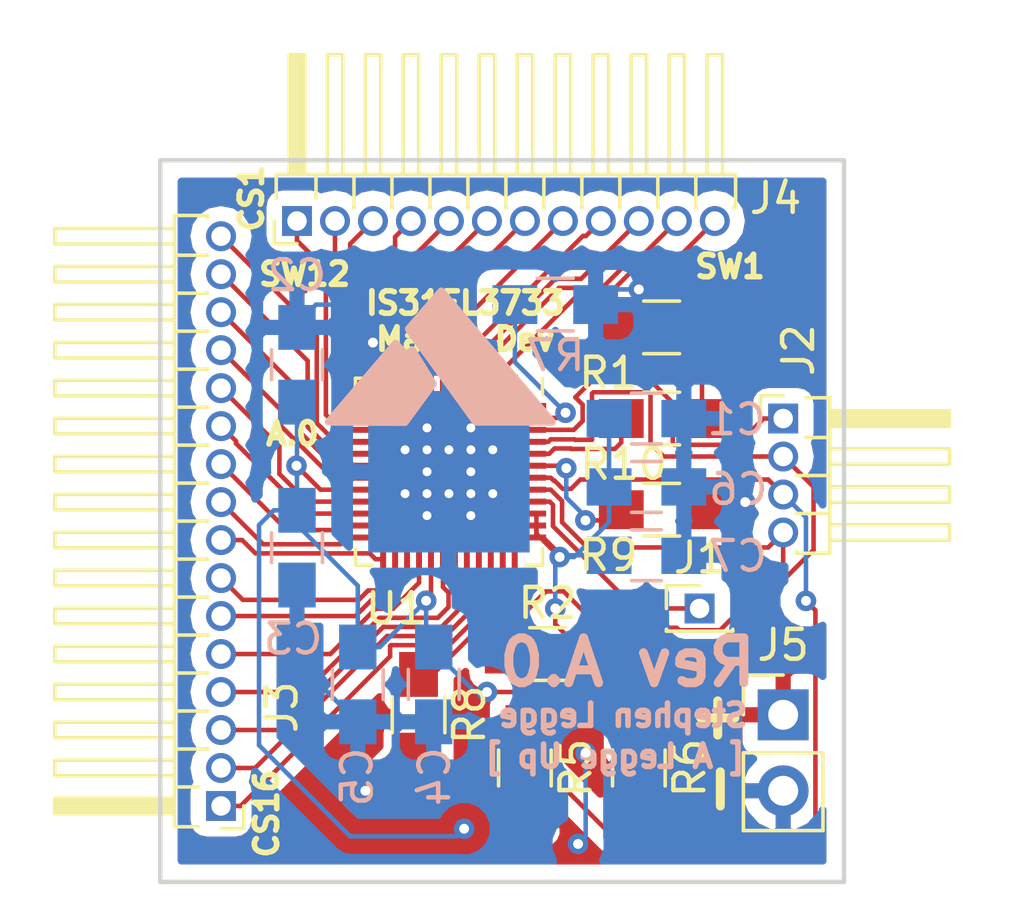
<source format=kicad_pcb>
(kicad_pcb (version 4) (host pcbnew 4.0.6)

  (general
    (links 90)
    (no_connects 0)
    (area 133.274999 110.414999 156.285001 134.695001)
    (thickness 1.6)
    (drawings 15)
    (tracks 347)
    (zones 0)
    (modules 21)
    (nets 42)
  )

  (page A4)
  (layers
    (0 F.Cu signal)
    (31 B.Cu signal)
    (32 B.Adhes user)
    (33 F.Adhes user)
    (34 B.Paste user)
    (35 F.Paste user)
    (36 B.SilkS user)
    (37 F.SilkS user)
    (38 B.Mask user)
    (39 F.Mask user)
    (40 Dwgs.User user)
    (41 Cmts.User user)
    (42 Eco1.User user)
    (43 Eco2.User user)
    (44 Edge.Cuts user)
    (45 Margin user)
    (46 B.CrtYd user)
    (47 F.CrtYd user)
    (48 B.Fab user)
    (49 F.Fab user)
  )

  (setup
    (last_trace_width 0.1524)
    (trace_clearance 0.1524)
    (zone_clearance 0.508)
    (zone_45_only no)
    (trace_min 0.1524)
    (segment_width 0.2)
    (edge_width 0.15)
    (via_size 0.6858)
    (via_drill 0.3302)
    (via_min_size 0.6858)
    (via_min_drill 0.3302)
    (uvia_size 0.6858)
    (uvia_drill 0.3302)
    (uvias_allowed no)
    (uvia_min_size 0)
    (uvia_min_drill 0)
    (pcb_text_width 0.3)
    (pcb_text_size 1.5 1.5)
    (mod_edge_width 0.15)
    (mod_text_size 1 1)
    (mod_text_width 0.15)
    (pad_size 1.524 1.524)
    (pad_drill 0.762)
    (pad_to_mask_clearance 0.0508)
    (aux_axis_origin 0 0)
    (visible_elements 7FFFFFFF)
    (pcbplotparams
      (layerselection 0x00030_80000001)
      (usegerberextensions false)
      (excludeedgelayer true)
      (linewidth 0.100000)
      (plotframeref false)
      (viasonmask false)
      (mode 1)
      (useauxorigin false)
      (hpglpennumber 1)
      (hpglpenspeed 20)
      (hpglpendiameter 15)
      (hpglpenoverlay 2)
      (psnegative false)
      (psa4output false)
      (plotreference true)
      (plotvalue true)
      (plotinvisibletext false)
      (padsonsilk false)
      (subtractmaskfromsilk false)
      (outputformat 1)
      (mirror false)
      (drillshape 1)
      (scaleselection 1)
      (outputdirectory ""))
  )

  (net 0 "")
  (net 1 +3V3)
  (net 2 GND)
  (net 3 "Net-(J1-Pad1)")
  (net 4 "Net-(J2-Pad1)")
  (net 5 "Net-(J2-Pad2)")
  (net 6 "Net-(J2-Pad3)")
  (net 7 "Net-(J2-Pad4)")
  (net 8 "Net-(J3-Pad1)")
  (net 9 "Net-(J3-Pad2)")
  (net 10 "Net-(J3-Pad3)")
  (net 11 "Net-(J3-Pad4)")
  (net 12 "Net-(J3-Pad5)")
  (net 13 "Net-(J3-Pad6)")
  (net 14 "Net-(J3-Pad7)")
  (net 15 "Net-(J3-Pad8)")
  (net 16 "Net-(J3-Pad9)")
  (net 17 "Net-(J3-Pad10)")
  (net 18 "Net-(J3-Pad11)")
  (net 19 "Net-(J3-Pad12)")
  (net 20 "Net-(J3-Pad13)")
  (net 21 "Net-(J3-Pad14)")
  (net 22 "Net-(J3-Pad15)")
  (net 23 "Net-(J3-Pad16)")
  (net 24 "Net-(J4-Pad1)")
  (net 25 "Net-(J4-Pad2)")
  (net 26 "Net-(J4-Pad3)")
  (net 27 "Net-(J4-Pad4)")
  (net 28 "Net-(J4-Pad5)")
  (net 29 "Net-(J4-Pad6)")
  (net 30 "Net-(J4-Pad7)")
  (net 31 "Net-(J4-Pad8)")
  (net 32 "Net-(J4-Pad9)")
  (net 33 "Net-(J4-Pad10)")
  (net 34 "Net-(J4-Pad11)")
  (net 35 "Net-(J4-Pad12)")
  (net 36 "Net-(R7-Pad1)")
  (net 37 "Net-(R8-Pad1)")
  (net 38 "Net-(R9-Pad1)")
  (net 39 "Net-(R10-Pad1)")
  (net 40 "Net-(U1-Pad1)")
  (net 41 "Net-(U1-Pad36)")

  (net_class Default "This is the default net class."
    (clearance 0.1524)
    (trace_width 0.1524)
    (via_dia 0.6858)
    (via_drill 0.3302)
    (uvia_dia 0.6858)
    (uvia_drill 0.3302)
    (add_net +3V3)
    (add_net GND)
    (add_net "Net-(J1-Pad1)")
    (add_net "Net-(J2-Pad1)")
    (add_net "Net-(J2-Pad2)")
    (add_net "Net-(J2-Pad3)")
    (add_net "Net-(J2-Pad4)")
    (add_net "Net-(J3-Pad1)")
    (add_net "Net-(J3-Pad10)")
    (add_net "Net-(J3-Pad11)")
    (add_net "Net-(J3-Pad12)")
    (add_net "Net-(J3-Pad13)")
    (add_net "Net-(J3-Pad14)")
    (add_net "Net-(J3-Pad15)")
    (add_net "Net-(J3-Pad16)")
    (add_net "Net-(J3-Pad2)")
    (add_net "Net-(J3-Pad3)")
    (add_net "Net-(J3-Pad4)")
    (add_net "Net-(J3-Pad5)")
    (add_net "Net-(J3-Pad6)")
    (add_net "Net-(J3-Pad7)")
    (add_net "Net-(J3-Pad8)")
    (add_net "Net-(J3-Pad9)")
    (add_net "Net-(J4-Pad1)")
    (add_net "Net-(J4-Pad10)")
    (add_net "Net-(J4-Pad11)")
    (add_net "Net-(J4-Pad12)")
    (add_net "Net-(J4-Pad2)")
    (add_net "Net-(J4-Pad3)")
    (add_net "Net-(J4-Pad4)")
    (add_net "Net-(J4-Pad5)")
    (add_net "Net-(J4-Pad6)")
    (add_net "Net-(J4-Pad7)")
    (add_net "Net-(J4-Pad8)")
    (add_net "Net-(J4-Pad9)")
    (add_net "Net-(R10-Pad1)")
    (add_net "Net-(R7-Pad1)")
    (add_net "Net-(R8-Pad1)")
    (add_net "Net-(R9-Pad1)")
    (add_net "Net-(U1-Pad1)")
    (add_net "Net-(U1-Pad36)")
  )

  (module Housings_DFN_QFN:QFN-48-1EP_6x6mm_Pitch0.4mm_ThermalVias (layer F.Cu) (tedit 5AAADA33) (tstamp 5AA9DEAF)
    (at 143.002 120.904 270)
    (descr "48-Lead Plastic Quad Flat, No Lead Package - 6x6 mm Body [QFN] with thermal vias; see figure 7.2 of https://static.dev.sifive.com/SiFive-FE310-G000-datasheet-v1.0.4.pdf")
    (tags "QFN 0.4")
    (path /5AA9A71C)
    (attr smd)
    (fp_text reference U1 (at 4.572 1.778 360) (layer F.SilkS)
      (effects (font (size 1 1) (thickness 0.15)))
    )
    (fp_text value IS31FL3733 (at 0 4.25 270) (layer F.Fab)
      (effects (font (size 1 1) (thickness 0.15)))
    )
    (fp_line (start 3 3) (end -3 3) (layer F.Fab) (width 0.1))
    (fp_line (start -3 3) (end -3 -2) (layer F.Fab) (width 0.1))
    (fp_line (start -3 -2) (end -2 -3) (layer F.Fab) (width 0.1))
    (fp_line (start -2 -3) (end 3 -3) (layer F.Fab) (width 0.1))
    (fp_line (start 3 -3) (end 3 3) (layer F.Fab) (width 0.1))
    (fp_line (start -3.5 -3.5) (end -3.5 3.5) (layer F.CrtYd) (width 0.05))
    (fp_line (start -3.5 3.5) (end 3.5 3.5) (layer F.CrtYd) (width 0.05))
    (fp_line (start 3.5 3.5) (end 3.5 -3.5) (layer F.CrtYd) (width 0.05))
    (fp_line (start 3.5 -3.5) (end -3.5 -3.5) (layer F.CrtYd) (width 0.05))
    (fp_line (start 2.56 -3.125) (end 3.125 -3.125) (layer F.SilkS) (width 0.12))
    (fp_line (start 3.125 -3.125) (end 3.125 -2.56) (layer F.SilkS) (width 0.12))
    (fp_line (start -2.56 3.125) (end -3.125 3.125) (layer F.SilkS) (width 0.12))
    (fp_line (start -3.125 3.125) (end -3.125 2.56) (layer F.SilkS) (width 0.12))
    (fp_line (start 2.56 3.125) (end 3.125 3.125) (layer F.SilkS) (width 0.12))
    (fp_line (start 3.125 3.125) (end 3.125 2.56) (layer F.SilkS) (width 0.12))
    (fp_line (start -3.125 -3.125) (end -2.56 -3.125) (layer F.SilkS) (width 0.12))
    (fp_text user %R (at 0 0 270) (layer F.Fab)
      (effects (font (size 0.65 0.65) (thickness 0.125)))
    )
    (pad 1 smd rect (at -2.925 -2.2 270) (size 0.65 0.2) (layers F.Cu F.Paste F.Mask)
      (net 40 "Net-(U1-Pad1)"))
    (pad 2 smd rect (at -2.925 -1.8 270) (size 0.65 0.2) (layers F.Cu F.Paste F.Mask)
      (net 35 "Net-(J4-Pad12)"))
    (pad 3 smd rect (at -2.925 -1.4 270) (size 0.65 0.2) (layers F.Cu F.Paste F.Mask)
      (net 34 "Net-(J4-Pad11)"))
    (pad 4 smd rect (at -2.925 -1 270) (size 0.65 0.2) (layers F.Cu F.Paste F.Mask)
      (net 33 "Net-(J4-Pad10)"))
    (pad 5 smd rect (at -2.925 -0.6 270) (size 0.65 0.2) (layers F.Cu F.Paste F.Mask)
      (net 2 GND))
    (pad 6 smd rect (at -2.925 -0.2 270) (size 0.65 0.2) (layers F.Cu F.Paste F.Mask)
      (net 32 "Net-(J4-Pad9)"))
    (pad 7 smd rect (at -2.925 0.2 270) (size 0.65 0.2) (layers F.Cu F.Paste F.Mask)
      (net 31 "Net-(J4-Pad8)"))
    (pad 8 smd rect (at -2.925 0.6 270) (size 0.65 0.2) (layers F.Cu F.Paste F.Mask)
      (net 30 "Net-(J4-Pad7)"))
    (pad 9 smd rect (at -2.925 1 270) (size 0.65 0.2) (layers F.Cu F.Paste F.Mask)
      (net 29 "Net-(J4-Pad6)"))
    (pad 10 smd rect (at -2.925 1.4 270) (size 0.65 0.2) (layers F.Cu F.Paste F.Mask)
      (net 28 "Net-(J4-Pad5)"))
    (pad 11 smd rect (at -2.925 1.8 270) (size 0.65 0.2) (layers F.Cu F.Paste F.Mask)
      (net 27 "Net-(J4-Pad4)"))
    (pad 12 smd rect (at -2.925 2.2 270) (size 0.65 0.2) (layers F.Cu F.Paste F.Mask)
      (net 2 GND))
    (pad 13 smd rect (at -2.2 2.925) (size 0.65 0.2) (layers F.Cu F.Paste F.Mask)
      (net 26 "Net-(J4-Pad3)"))
    (pad 14 smd rect (at -1.8 2.925) (size 0.65 0.2) (layers F.Cu F.Paste F.Mask)
      (net 25 "Net-(J4-Pad2)"))
    (pad 15 smd rect (at -1.4 2.925) (size 0.65 0.2) (layers F.Cu F.Paste F.Mask)
      (net 24 "Net-(J4-Pad1)"))
    (pad 16 smd rect (at -1 2.925) (size 0.65 0.2) (layers F.Cu F.Paste F.Mask)
      (net 23 "Net-(J3-Pad16)"))
    (pad 17 smd rect (at -0.6 2.925) (size 0.65 0.2) (layers F.Cu F.Paste F.Mask)
      (net 22 "Net-(J3-Pad15)"))
    (pad 18 smd rect (at -0.2 2.925) (size 0.65 0.2) (layers F.Cu F.Paste F.Mask)
      (net 21 "Net-(J3-Pad14)"))
    (pad 19 smd rect (at 0.2 2.925) (size 0.65 0.2) (layers F.Cu F.Paste F.Mask)
      (net 20 "Net-(J3-Pad13)"))
    (pad 20 smd rect (at 0.6 2.925) (size 0.65 0.2) (layers F.Cu F.Paste F.Mask)
      (net 1 +3V3))
    (pad 21 smd rect (at 1 2.925) (size 0.65 0.2) (layers F.Cu F.Paste F.Mask)
      (net 19 "Net-(J3-Pad12)"))
    (pad 22 smd rect (at 1.4 2.925) (size 0.65 0.2) (layers F.Cu F.Paste F.Mask)
      (net 18 "Net-(J3-Pad11)"))
    (pad 23 smd rect (at 1.8 2.925) (size 0.65 0.2) (layers F.Cu F.Paste F.Mask)
      (net 17 "Net-(J3-Pad10)"))
    (pad 24 smd rect (at 2.2 2.925) (size 0.65 0.2) (layers F.Cu F.Paste F.Mask)
      (net 16 "Net-(J3-Pad9)"))
    (pad 25 smd rect (at 2.925 2.2 270) (size 0.65 0.2) (layers F.Cu F.Paste F.Mask)
      (net 15 "Net-(J3-Pad8)"))
    (pad 26 smd rect (at 2.925 1.8 270) (size 0.65 0.2) (layers F.Cu F.Paste F.Mask)
      (net 14 "Net-(J3-Pad7)"))
    (pad 27 smd rect (at 2.925 1.4 270) (size 0.65 0.2) (layers F.Cu F.Paste F.Mask)
      (net 13 "Net-(J3-Pad6)"))
    (pad 28 smd rect (at 2.925 1 270) (size 0.65 0.2) (layers F.Cu F.Paste F.Mask)
      (net 12 "Net-(J3-Pad5)"))
    (pad 29 smd rect (at 2.925 0.6 270) (size 0.65 0.2) (layers F.Cu F.Paste F.Mask)
      (net 1 +3V3))
    (pad 30 smd rect (at 2.925 0.2 270) (size 0.65 0.2) (layers F.Cu F.Paste F.Mask)
      (net 11 "Net-(J3-Pad4)"))
    (pad 31 smd rect (at 2.925 -0.2 270) (size 0.65 0.2) (layers F.Cu F.Paste F.Mask)
      (net 10 "Net-(J3-Pad3)"))
    (pad 32 smd rect (at 2.925 -0.6 270) (size 0.65 0.2) (layers F.Cu F.Paste F.Mask)
      (net 9 "Net-(J3-Pad2)"))
    (pad 33 smd rect (at 2.925 -1 270) (size 0.65 0.2) (layers F.Cu F.Paste F.Mask)
      (net 8 "Net-(J3-Pad1)"))
    (pad 34 smd rect (at 2.925 -1.4 270) (size 0.65 0.2) (layers F.Cu F.Paste F.Mask)
      (net 2 GND))
    (pad 35 smd rect (at 2.925 -1.8 270) (size 0.65 0.2) (layers F.Cu F.Paste F.Mask)
      (net 37 "Net-(R8-Pad1)"))
    (pad 36 smd rect (at 2.925 -2.2 270) (size 0.65 0.2) (layers F.Cu F.Paste F.Mask)
      (net 41 "Net-(U1-Pad36)"))
    (pad 37 smd rect (at 2.2 -2.925) (size 0.65 0.2) (layers F.Cu F.Paste F.Mask)
      (net 1 +3V3))
    (pad 38 smd rect (at 1.8 -2.925) (size 0.65 0.2) (layers F.Cu F.Paste F.Mask)
      (net 1 +3V3))
    (pad 39 smd rect (at 1.4 -2.925) (size 0.65 0.2) (layers F.Cu F.Paste F.Mask)
      (net 1 +3V3))
    (pad 40 smd rect (at 1 -2.925) (size 0.65 0.2) (layers F.Cu F.Paste F.Mask)
      (net 3 "Net-(J1-Pad1)"))
    (pad 41 smd rect (at 0.6 -2.925) (size 0.65 0.2) (layers F.Cu F.Paste F.Mask)
      (net 7 "Net-(J2-Pad4)"))
    (pad 42 smd rect (at 0.2 -2.925) (size 0.65 0.2) (layers F.Cu F.Paste F.Mask)
      (net 6 "Net-(J2-Pad3)"))
    (pad 43 smd rect (at -0.2 -2.925) (size 0.65 0.2) (layers F.Cu F.Paste F.Mask)
      (net 38 "Net-(R9-Pad1)"))
    (pad 44 smd rect (at -0.6 -2.925) (size 0.65 0.2) (layers F.Cu F.Paste F.Mask)
      (net 39 "Net-(R10-Pad1)"))
    (pad 45 smd rect (at -1 -2.925) (size 0.65 0.2) (layers F.Cu F.Paste F.Mask)
      (net 5 "Net-(J2-Pad2)"))
    (pad 46 smd rect (at -1.4 -2.925) (size 0.65 0.2) (layers F.Cu F.Paste F.Mask)
      (net 4 "Net-(J2-Pad1)"))
    (pad 47 smd rect (at -1.8 -2.925) (size 0.65 0.2) (layers F.Cu F.Paste F.Mask)
      (net 36 "Net-(R7-Pad1)"))
    (pad 48 smd rect (at -2.2 -2.925) (size 0.65 0.2) (layers F.Cu F.Paste F.Mask)
      (net 2 GND))
    (pad 49 smd rect (at 0 0 270) (size 5.4 5.4) (layers B.Cu)
      (net 2 GND))
    (pad 49 smd rect (at 0 0 270) (size 4.4 4.4) (layers F.Cu F.Mask)
      (net 2 GND))
    (pad "" smd rect (at -1.466667 -1.466667 270) (size 0.88 0.88) (layers F.Paste))
    (pad "" smd rect (at -1.466667 0 270) (size 0.88 0.88) (layers F.Paste))
    (pad "" smd rect (at -1.466667 1.466667 270) (size 0.88 0.88) (layers F.Paste))
    (pad "" smd rect (at 0 -1.466667 270) (size 0.88 0.88) (layers F.Paste))
    (pad "" smd rect (at 0 0 270) (size 0.88 0.88) (layers F.Paste))
    (pad "" smd rect (at 0 1.466667 270) (size 0.88 0.88) (layers F.Paste))
    (pad "" smd rect (at 1.466667 -1.466667 270) (size 0.88 0.88) (layers F.Paste))
    (pad "" smd rect (at 1.466667 0 270) (size 0.88 0.88) (layers F.Paste))
    (pad "" smd rect (at 1.466667 1.466667 270) (size 0.88 0.88) (layers F.Paste))
    (pad 49 thru_hole circle (at -1.466667 -0.733333 270) (size 0.6 0.6) (drill 0.3) (layers *.Cu)
      (net 2 GND))
    (pad 49 thru_hole circle (at -1.466667 0.733333 270) (size 0.6 0.6) (drill 0.3) (layers *.Cu)
      (net 2 GND))
    (pad 49 thru_hole circle (at -0.733333 -1.466667 270) (size 0.6 0.6) (drill 0.3) (layers *.Cu)
      (net 2 GND))
    (pad 49 thru_hole circle (at -0.733333 -0.733333 270) (size 0.6 0.6) (drill 0.3) (layers *.Cu)
      (net 2 GND))
    (pad 49 thru_hole circle (at -0.733333 0 270) (size 0.6 0.6) (drill 0.3) (layers *.Cu)
      (net 2 GND))
    (pad 49 thru_hole circle (at -0.733333 0.733333 270) (size 0.6 0.6) (drill 0.3) (layers *.Cu)
      (net 2 GND))
    (pad 49 thru_hole circle (at -0.733333 1.466667 270) (size 0.6 0.6) (drill 0.3) (layers *.Cu)
      (net 2 GND))
    (pad 49 thru_hole circle (at 0 -0.733333 270) (size 0.6 0.6) (drill 0.3) (layers *.Cu)
      (net 2 GND))
    (pad 49 thru_hole circle (at 0 0.733333 270) (size 0.6 0.6) (drill 0.3) (layers *.Cu)
      (net 2 GND))
    (pad 49 thru_hole circle (at 0.733333 -1.466667 270) (size 0.6 0.6) (drill 0.3) (layers *.Cu)
      (net 2 GND))
    (pad 49 thru_hole circle (at 0.733333 -0.733333 270) (size 0.6 0.6) (drill 0.3) (layers *.Cu)
      (net 2 GND))
    (pad 49 thru_hole circle (at 0.733333 0 270) (size 0.6 0.6) (drill 0.3) (layers *.Cu)
      (net 2 GND))
    (pad 49 thru_hole circle (at 0.733333 0.733333 270) (size 0.6 0.6) (drill 0.3) (layers *.Cu)
      (net 2 GND))
    (pad 49 thru_hole circle (at 0.733333 1.466667 270) (size 0.6 0.6) (drill 0.3) (layers *.Cu)
      (net 2 GND))
    (pad 49 thru_hole circle (at 1.466667 -0.733333 270) (size 0.6 0.6) (drill 0.3) (layers *.Cu)
      (net 2 GND))
    (pad 49 thru_hole circle (at 1.466667 0.733333 270) (size 0.6 0.6) (drill 0.3) (layers *.Cu)
      (net 2 GND))
    (model ${KISYS3DMOD}/Housings_DFN_QFN.3dshapes/QFN-48-1EP_6x6mm_Pitch0.4mm.wrl
      (at (xyz 0 0 0))
      (scale (xyz 1 1 1))
      (rotate (xyz 0 0 0))
    )
  )

  (module Capacitors_SMD:C_0805_HandSoldering (layer B.Cu) (tedit 5AAB2ABB) (tstamp 5AA9DDC9)
    (at 149.606 119.126)
    (descr "Capacitor SMD 0805, hand soldering")
    (tags "capacitor 0805")
    (path /5AA9EDEF)
    (attr smd)
    (fp_text reference C1 (at 3.014 0.034) (layer B.SilkS)
      (effects (font (size 1 1) (thickness 0.15)) (justify mirror))
    )
    (fp_text value 0.47u (at 0 -1.75) (layer B.Fab)
      (effects (font (size 1 1) (thickness 0.15)) (justify mirror))
    )
    (fp_text user %R (at 0 1.75) (layer B.Fab)
      (effects (font (size 1 1) (thickness 0.15)) (justify mirror))
    )
    (fp_line (start -1 -0.62) (end -1 0.62) (layer B.Fab) (width 0.1))
    (fp_line (start 1 -0.62) (end -1 -0.62) (layer B.Fab) (width 0.1))
    (fp_line (start 1 0.62) (end 1 -0.62) (layer B.Fab) (width 0.1))
    (fp_line (start -1 0.62) (end 1 0.62) (layer B.Fab) (width 0.1))
    (fp_line (start 0.5 0.85) (end -0.5 0.85) (layer B.SilkS) (width 0.12))
    (fp_line (start -0.5 -0.85) (end 0.5 -0.85) (layer B.SilkS) (width 0.12))
    (fp_line (start -2.25 0.88) (end 2.25 0.88) (layer B.CrtYd) (width 0.05))
    (fp_line (start -2.25 0.88) (end -2.25 -0.87) (layer B.CrtYd) (width 0.05))
    (fp_line (start 2.25 -0.87) (end 2.25 0.88) (layer B.CrtYd) (width 0.05))
    (fp_line (start 2.25 -0.87) (end -2.25 -0.87) (layer B.CrtYd) (width 0.05))
    (pad 1 smd rect (at -1.25 0) (size 1.5 1.25) (layers B.Cu B.Paste B.Mask)
      (net 1 +3V3))
    (pad 2 smd rect (at 1.25 0) (size 1.5 1.25) (layers B.Cu B.Paste B.Mask)
      (net 2 GND))
    (model Capacitors_SMD.3dshapes/C_0805.wrl
      (at (xyz 0 0 0))
      (scale (xyz 1 1 1))
      (rotate (xyz 0 0 0))
    )
  )

  (module Capacitors_SMD:C_0805_HandSoldering (layer B.Cu) (tedit 5AAA1206) (tstamp 5AA9DDCF)
    (at 137.922 117.328 270)
    (descr "Capacitor SMD 0805, hand soldering")
    (tags "capacitor 0805")
    (path /5AA9FEB6)
    (attr smd)
    (fp_text reference C2 (at -2.9845 0 360) (layer B.SilkS)
      (effects (font (size 1 1) (thickness 0.15)) (justify mirror))
    )
    (fp_text value 0.1u (at 0 -1.75 270) (layer B.Fab)
      (effects (font (size 1 1) (thickness 0.15)) (justify mirror))
    )
    (fp_text user %R (at 0 1.75 270) (layer B.Fab)
      (effects (font (size 1 1) (thickness 0.15)) (justify mirror))
    )
    (fp_line (start -1 -0.62) (end -1 0.62) (layer B.Fab) (width 0.1))
    (fp_line (start 1 -0.62) (end -1 -0.62) (layer B.Fab) (width 0.1))
    (fp_line (start 1 0.62) (end 1 -0.62) (layer B.Fab) (width 0.1))
    (fp_line (start -1 0.62) (end 1 0.62) (layer B.Fab) (width 0.1))
    (fp_line (start 0.5 0.85) (end -0.5 0.85) (layer B.SilkS) (width 0.12))
    (fp_line (start -0.5 -0.85) (end 0.5 -0.85) (layer B.SilkS) (width 0.12))
    (fp_line (start -2.25 0.88) (end 2.25 0.88) (layer B.CrtYd) (width 0.05))
    (fp_line (start -2.25 0.88) (end -2.25 -0.87) (layer B.CrtYd) (width 0.05))
    (fp_line (start 2.25 -0.87) (end 2.25 0.88) (layer B.CrtYd) (width 0.05))
    (fp_line (start 2.25 -0.87) (end -2.25 -0.87) (layer B.CrtYd) (width 0.05))
    (pad 1 smd rect (at -1.25 0 270) (size 1.5 1.25) (layers B.Cu B.Paste B.Mask)
      (net 2 GND))
    (pad 2 smd rect (at 1.25 0 270) (size 1.5 1.25) (layers B.Cu B.Paste B.Mask)
      (net 1 +3V3))
    (model Capacitors_SMD.3dshapes/C_0805.wrl
      (at (xyz 0 0 0))
      (scale (xyz 1 1 1))
      (rotate (xyz 0 0 0))
    )
  )

  (module Capacitors_SMD:C_0805_HandSoldering (layer B.Cu) (tedit 5AAA120E) (tstamp 5AA9DDD5)
    (at 137.922 123.444 90)
    (descr "Capacitor SMD 0805, hand soldering")
    (tags "capacitor 0805")
    (path /5AA9FE43)
    (attr smd)
    (fp_text reference C3 (at -3.048 -0.127 180) (layer B.SilkS)
      (effects (font (size 1 1) (thickness 0.15)) (justify mirror))
    )
    (fp_text value 0.47u (at 0 -1.75 90) (layer B.Fab)
      (effects (font (size 1 1) (thickness 0.15)) (justify mirror))
    )
    (fp_text user %R (at 0 1.75 90) (layer B.Fab)
      (effects (font (size 1 1) (thickness 0.15)) (justify mirror))
    )
    (fp_line (start -1 -0.62) (end -1 0.62) (layer B.Fab) (width 0.1))
    (fp_line (start 1 -0.62) (end -1 -0.62) (layer B.Fab) (width 0.1))
    (fp_line (start 1 0.62) (end 1 -0.62) (layer B.Fab) (width 0.1))
    (fp_line (start -1 0.62) (end 1 0.62) (layer B.Fab) (width 0.1))
    (fp_line (start 0.5 0.85) (end -0.5 0.85) (layer B.SilkS) (width 0.12))
    (fp_line (start -0.5 -0.85) (end 0.5 -0.85) (layer B.SilkS) (width 0.12))
    (fp_line (start -2.25 0.88) (end 2.25 0.88) (layer B.CrtYd) (width 0.05))
    (fp_line (start -2.25 0.88) (end -2.25 -0.87) (layer B.CrtYd) (width 0.05))
    (fp_line (start 2.25 -0.87) (end 2.25 0.88) (layer B.CrtYd) (width 0.05))
    (fp_line (start 2.25 -0.87) (end -2.25 -0.87) (layer B.CrtYd) (width 0.05))
    (pad 1 smd rect (at -1.25 0 90) (size 1.5 1.25) (layers B.Cu B.Paste B.Mask)
      (net 2 GND))
    (pad 2 smd rect (at 1.25 0 90) (size 1.5 1.25) (layers B.Cu B.Paste B.Mask)
      (net 1 +3V3))
    (model Capacitors_SMD.3dshapes/C_0805.wrl
      (at (xyz 0 0 0))
      (scale (xyz 1 1 1))
      (rotate (xyz 0 0 0))
    )
  )

  (module Capacitors_SMD:C_0805_HandSoldering (layer B.Cu) (tedit 5AAB2B96) (tstamp 5AA9DDDB)
    (at 142.494 128.016 90)
    (descr "Capacitor SMD 0805, hand soldering")
    (tags "capacitor 0805")
    (path /5AA9FF59)
    (attr smd)
    (fp_text reference C4 (at -3.084 0.026 90) (layer B.SilkS)
      (effects (font (size 1 1) (thickness 0.15)) (justify mirror))
    )
    (fp_text value 0.1u (at 0 -1.75 90) (layer B.Fab)
      (effects (font (size 1 1) (thickness 0.15)) (justify mirror))
    )
    (fp_text user %R (at 0 1.75 90) (layer B.Fab)
      (effects (font (size 1 1) (thickness 0.15)) (justify mirror))
    )
    (fp_line (start -1 -0.62) (end -1 0.62) (layer B.Fab) (width 0.1))
    (fp_line (start 1 -0.62) (end -1 -0.62) (layer B.Fab) (width 0.1))
    (fp_line (start 1 0.62) (end 1 -0.62) (layer B.Fab) (width 0.1))
    (fp_line (start -1 0.62) (end 1 0.62) (layer B.Fab) (width 0.1))
    (fp_line (start 0.5 0.85) (end -0.5 0.85) (layer B.SilkS) (width 0.12))
    (fp_line (start -0.5 -0.85) (end 0.5 -0.85) (layer B.SilkS) (width 0.12))
    (fp_line (start -2.25 0.88) (end 2.25 0.88) (layer B.CrtYd) (width 0.05))
    (fp_line (start -2.25 0.88) (end -2.25 -0.87) (layer B.CrtYd) (width 0.05))
    (fp_line (start 2.25 -0.87) (end 2.25 0.88) (layer B.CrtYd) (width 0.05))
    (fp_line (start 2.25 -0.87) (end -2.25 -0.87) (layer B.CrtYd) (width 0.05))
    (pad 1 smd rect (at -1.25 0 90) (size 1.5 1.25) (layers B.Cu B.Paste B.Mask)
      (net 2 GND))
    (pad 2 smd rect (at 1.25 0 90) (size 1.5 1.25) (layers B.Cu B.Paste B.Mask)
      (net 1 +3V3))
    (model Capacitors_SMD.3dshapes/C_0805.wrl
      (at (xyz 0 0 0))
      (scale (xyz 1 1 1))
      (rotate (xyz 0 0 0))
    )
  )

  (module Capacitors_SMD:C_0805_HandSoldering (layer B.Cu) (tedit 5AAB2B8F) (tstamp 5AA9DDE1)
    (at 139.954 128.016 90)
    (descr "Capacitor SMD 0805, hand soldering")
    (tags "capacitor 0805")
    (path /5AA9FEFE)
    (attr smd)
    (fp_text reference C5 (at -3.094 -0.024 90) (layer B.SilkS)
      (effects (font (size 1 1) (thickness 0.15)) (justify mirror))
    )
    (fp_text value 0.47u (at 0 -1.75 90) (layer B.Fab)
      (effects (font (size 1 1) (thickness 0.15)) (justify mirror))
    )
    (fp_text user %R (at 0 1.75 90) (layer B.Fab)
      (effects (font (size 1 1) (thickness 0.15)) (justify mirror))
    )
    (fp_line (start -1 -0.62) (end -1 0.62) (layer B.Fab) (width 0.1))
    (fp_line (start 1 -0.62) (end -1 -0.62) (layer B.Fab) (width 0.1))
    (fp_line (start 1 0.62) (end 1 -0.62) (layer B.Fab) (width 0.1))
    (fp_line (start -1 0.62) (end 1 0.62) (layer B.Fab) (width 0.1))
    (fp_line (start 0.5 0.85) (end -0.5 0.85) (layer B.SilkS) (width 0.12))
    (fp_line (start -0.5 -0.85) (end 0.5 -0.85) (layer B.SilkS) (width 0.12))
    (fp_line (start -2.25 0.88) (end 2.25 0.88) (layer B.CrtYd) (width 0.05))
    (fp_line (start -2.25 0.88) (end -2.25 -0.87) (layer B.CrtYd) (width 0.05))
    (fp_line (start 2.25 -0.87) (end 2.25 0.88) (layer B.CrtYd) (width 0.05))
    (fp_line (start 2.25 -0.87) (end -2.25 -0.87) (layer B.CrtYd) (width 0.05))
    (pad 1 smd rect (at -1.25 0 90) (size 1.5 1.25) (layers B.Cu B.Paste B.Mask)
      (net 2 GND))
    (pad 2 smd rect (at 1.25 0 90) (size 1.5 1.25) (layers B.Cu B.Paste B.Mask)
      (net 1 +3V3))
    (model Capacitors_SMD.3dshapes/C_0805.wrl
      (at (xyz 0 0 0))
      (scale (xyz 1 1 1))
      (rotate (xyz 0 0 0))
    )
  )

  (module Capacitors_SMD:C_0805_HandSoldering (layer B.Cu) (tedit 5AAB2AC1) (tstamp 5AA9DDE7)
    (at 149.606 121.412 180)
    (descr "Capacitor SMD 0805, hand soldering")
    (tags "capacitor 0805")
    (path /5AAA0C88)
    (attr smd)
    (fp_text reference C6 (at -3.074 -0.078 180) (layer B.SilkS)
      (effects (font (size 1 1) (thickness 0.15)) (justify mirror))
    )
    (fp_text value 0.1u (at 0 -1.75 180) (layer B.Fab)
      (effects (font (size 1 1) (thickness 0.15)) (justify mirror))
    )
    (fp_text user %R (at 0 1.75 180) (layer B.Fab)
      (effects (font (size 1 1) (thickness 0.15)) (justify mirror))
    )
    (fp_line (start -1 -0.62) (end -1 0.62) (layer B.Fab) (width 0.1))
    (fp_line (start 1 -0.62) (end -1 -0.62) (layer B.Fab) (width 0.1))
    (fp_line (start 1 0.62) (end 1 -0.62) (layer B.Fab) (width 0.1))
    (fp_line (start -1 0.62) (end 1 0.62) (layer B.Fab) (width 0.1))
    (fp_line (start 0.5 0.85) (end -0.5 0.85) (layer B.SilkS) (width 0.12))
    (fp_line (start -0.5 -0.85) (end 0.5 -0.85) (layer B.SilkS) (width 0.12))
    (fp_line (start -2.25 0.88) (end 2.25 0.88) (layer B.CrtYd) (width 0.05))
    (fp_line (start -2.25 0.88) (end -2.25 -0.87) (layer B.CrtYd) (width 0.05))
    (fp_line (start 2.25 -0.87) (end 2.25 0.88) (layer B.CrtYd) (width 0.05))
    (fp_line (start 2.25 -0.87) (end -2.25 -0.87) (layer B.CrtYd) (width 0.05))
    (pad 1 smd rect (at -1.25 0 180) (size 1.5 1.25) (layers B.Cu B.Paste B.Mask)
      (net 2 GND))
    (pad 2 smd rect (at 1.25 0 180) (size 1.5 1.25) (layers B.Cu B.Paste B.Mask)
      (net 1 +3V3))
    (model Capacitors_SMD.3dshapes/C_0805.wrl
      (at (xyz 0 0 0))
      (scale (xyz 1 1 1))
      (rotate (xyz 0 0 0))
    )
  )

  (module Capacitors_SMD:C_0805_HandSoldering (layer B.Cu) (tedit 5AAB2AC7) (tstamp 5AA9DDED)
    (at 149.606 123.698 180)
    (descr "Capacitor SMD 0805, hand soldering")
    (tags "capacitor 0805")
    (path /5AAA0C1D)
    (attr smd)
    (fp_text reference C7 (at -3.054 -0.032 180) (layer B.SilkS)
      (effects (font (size 1 1) (thickness 0.15)) (justify mirror))
    )
    (fp_text value 0.47u (at 0 -1.75 180) (layer B.Fab)
      (effects (font (size 1 1) (thickness 0.15)) (justify mirror))
    )
    (fp_text user %R (at 0 1.75 180) (layer B.Fab)
      (effects (font (size 1 1) (thickness 0.15)) (justify mirror))
    )
    (fp_line (start -1 -0.62) (end -1 0.62) (layer B.Fab) (width 0.1))
    (fp_line (start 1 -0.62) (end -1 -0.62) (layer B.Fab) (width 0.1))
    (fp_line (start 1 0.62) (end 1 -0.62) (layer B.Fab) (width 0.1))
    (fp_line (start -1 0.62) (end 1 0.62) (layer B.Fab) (width 0.1))
    (fp_line (start 0.5 0.85) (end -0.5 0.85) (layer B.SilkS) (width 0.12))
    (fp_line (start -0.5 -0.85) (end 0.5 -0.85) (layer B.SilkS) (width 0.12))
    (fp_line (start -2.25 0.88) (end 2.25 0.88) (layer B.CrtYd) (width 0.05))
    (fp_line (start -2.25 0.88) (end -2.25 -0.87) (layer B.CrtYd) (width 0.05))
    (fp_line (start 2.25 -0.87) (end 2.25 0.88) (layer B.CrtYd) (width 0.05))
    (fp_line (start 2.25 -0.87) (end -2.25 -0.87) (layer B.CrtYd) (width 0.05))
    (pad 1 smd rect (at -1.25 0 180) (size 1.5 1.25) (layers B.Cu B.Paste B.Mask)
      (net 2 GND))
    (pad 2 smd rect (at 1.25 0 180) (size 1.5 1.25) (layers B.Cu B.Paste B.Mask)
      (net 1 +3V3))
    (model Capacitors_SMD.3dshapes/C_0805.wrl
      (at (xyz 0 0 0))
      (scale (xyz 1 1 1))
      (rotate (xyz 0 0 0))
    )
  )

  (module Pin_Headers:Pin_Header_Straight_1x01_Pitch1.27mm (layer F.Cu) (tedit 59650535) (tstamp 5AA9DDF2)
    (at 151.384 125.476)
    (descr "Through hole straight pin header, 1x01, 1.27mm pitch, single row")
    (tags "Through hole pin header THT 1x01 1.27mm single row")
    (path /5AAA24C9)
    (fp_text reference J1 (at 0 -1.695) (layer F.SilkS)
      (effects (font (size 1 1) (thickness 0.15)))
    )
    (fp_text value CONN_01X01 (at 0 1.695) (layer F.Fab)
      (effects (font (size 1 1) (thickness 0.15)))
    )
    (fp_line (start -0.525 -0.635) (end 1.05 -0.635) (layer F.Fab) (width 0.1))
    (fp_line (start 1.05 -0.635) (end 1.05 0.635) (layer F.Fab) (width 0.1))
    (fp_line (start 1.05 0.635) (end -1.05 0.635) (layer F.Fab) (width 0.1))
    (fp_line (start -1.05 0.635) (end -1.05 -0.11) (layer F.Fab) (width 0.1))
    (fp_line (start -1.05 -0.11) (end -0.525 -0.635) (layer F.Fab) (width 0.1))
    (fp_line (start -1.11 0.76) (end 1.11 0.76) (layer F.SilkS) (width 0.12))
    (fp_line (start -1.11 0.76) (end -1.11 0.695) (layer F.SilkS) (width 0.12))
    (fp_line (start 1.11 0.76) (end 1.11 0.695) (layer F.SilkS) (width 0.12))
    (fp_line (start -1.11 0.76) (end -0.563471 0.76) (layer F.SilkS) (width 0.12))
    (fp_line (start 0.563471 0.76) (end 1.11 0.76) (layer F.SilkS) (width 0.12))
    (fp_line (start -1.11 0) (end -1.11 -0.76) (layer F.SilkS) (width 0.12))
    (fp_line (start -1.11 -0.76) (end 0 -0.76) (layer F.SilkS) (width 0.12))
    (fp_line (start -1.55 -1.15) (end -1.55 1.15) (layer F.CrtYd) (width 0.05))
    (fp_line (start -1.55 1.15) (end 1.55 1.15) (layer F.CrtYd) (width 0.05))
    (fp_line (start 1.55 1.15) (end 1.55 -1.15) (layer F.CrtYd) (width 0.05))
    (fp_line (start 1.55 -1.15) (end -1.55 -1.15) (layer F.CrtYd) (width 0.05))
    (fp_text user %R (at 0 0 90) (layer F.Fab)
      (effects (font (size 1 1) (thickness 0.15)))
    )
    (pad 1 thru_hole rect (at 0 0) (size 1 1) (drill 0.65) (layers *.Cu *.Mask)
      (net 3 "Net-(J1-Pad1)"))
    (model ${KISYS3DMOD}/Pin_Headers.3dshapes/Pin_Header_Straight_1x01_Pitch1.27mm.wrl
      (at (xyz 0 0 0))
      (scale (xyz 1 1 1))
      (rotate (xyz 0 0 0))
    )
  )

  (module Pin_Headers:Pin_Header_Angled_1x04_Pitch1.27mm (layer F.Cu) (tedit 5AAAD955) (tstamp 5AA9DDFA)
    (at 154.178 119.126)
    (descr "Through hole angled pin header, 1x04, 1.27mm pitch, 4.0mm pin length, single row")
    (tags "Through hole angled pin header THT 1x04 1.27mm single row")
    (path /5AAA1490)
    (fp_text reference J2 (at 0.508 -2.286 90) (layer F.SilkS)
      (effects (font (size 1 1) (thickness 0.15)))
    )
    (fp_text value CONN_01X04 (at 2.4325 5.445) (layer F.Fab)
      (effects (font (size 1 1) (thickness 0.15)))
    )
    (fp_line (start 0.75 -0.635) (end 1.5 -0.635) (layer F.Fab) (width 0.1))
    (fp_line (start 1.5 -0.635) (end 1.5 4.445) (layer F.Fab) (width 0.1))
    (fp_line (start 1.5 4.445) (end 0.5 4.445) (layer F.Fab) (width 0.1))
    (fp_line (start 0.5 4.445) (end 0.5 -0.385) (layer F.Fab) (width 0.1))
    (fp_line (start 0.5 -0.385) (end 0.75 -0.635) (layer F.Fab) (width 0.1))
    (fp_line (start -0.2 -0.2) (end 0.5 -0.2) (layer F.Fab) (width 0.1))
    (fp_line (start -0.2 -0.2) (end -0.2 0.2) (layer F.Fab) (width 0.1))
    (fp_line (start -0.2 0.2) (end 0.5 0.2) (layer F.Fab) (width 0.1))
    (fp_line (start 1.5 -0.2) (end 5.5 -0.2) (layer F.Fab) (width 0.1))
    (fp_line (start 5.5 -0.2) (end 5.5 0.2) (layer F.Fab) (width 0.1))
    (fp_line (start 1.5 0.2) (end 5.5 0.2) (layer F.Fab) (width 0.1))
    (fp_line (start -0.2 1.07) (end 0.5 1.07) (layer F.Fab) (width 0.1))
    (fp_line (start -0.2 1.07) (end -0.2 1.47) (layer F.Fab) (width 0.1))
    (fp_line (start -0.2 1.47) (end 0.5 1.47) (layer F.Fab) (width 0.1))
    (fp_line (start 1.5 1.07) (end 5.5 1.07) (layer F.Fab) (width 0.1))
    (fp_line (start 5.5 1.07) (end 5.5 1.47) (layer F.Fab) (width 0.1))
    (fp_line (start 1.5 1.47) (end 5.5 1.47) (layer F.Fab) (width 0.1))
    (fp_line (start -0.2 2.34) (end 0.5 2.34) (layer F.Fab) (width 0.1))
    (fp_line (start -0.2 2.34) (end -0.2 2.74) (layer F.Fab) (width 0.1))
    (fp_line (start -0.2 2.74) (end 0.5 2.74) (layer F.Fab) (width 0.1))
    (fp_line (start 1.5 2.34) (end 5.5 2.34) (layer F.Fab) (width 0.1))
    (fp_line (start 5.5 2.34) (end 5.5 2.74) (layer F.Fab) (width 0.1))
    (fp_line (start 1.5 2.74) (end 5.5 2.74) (layer F.Fab) (width 0.1))
    (fp_line (start -0.2 3.61) (end 0.5 3.61) (layer F.Fab) (width 0.1))
    (fp_line (start -0.2 3.61) (end -0.2 4.01) (layer F.Fab) (width 0.1))
    (fp_line (start -0.2 4.01) (end 0.5 4.01) (layer F.Fab) (width 0.1))
    (fp_line (start 1.5 3.61) (end 5.5 3.61) (layer F.Fab) (width 0.1))
    (fp_line (start 5.5 3.61) (end 5.5 4.01) (layer F.Fab) (width 0.1))
    (fp_line (start 1.5 4.01) (end 5.5 4.01) (layer F.Fab) (width 0.1))
    (fp_line (start 0.76 -0.695) (end 1.56 -0.695) (layer F.SilkS) (width 0.12))
    (fp_line (start 1.56 -0.695) (end 1.56 4.505) (layer F.SilkS) (width 0.12))
    (fp_line (start 1.56 4.505) (end 0.44 4.505) (layer F.SilkS) (width 0.12))
    (fp_line (start 0.44 4.505) (end 0.44 4.429677) (layer F.SilkS) (width 0.12))
    (fp_line (start 1.56 -0.26) (end 5.56 -0.26) (layer F.SilkS) (width 0.12))
    (fp_line (start 5.56 -0.26) (end 5.56 0.26) (layer F.SilkS) (width 0.12))
    (fp_line (start 5.56 0.26) (end 1.56 0.26) (layer F.SilkS) (width 0.12))
    (fp_line (start 1.56 -0.2) (end 5.56 -0.2) (layer F.SilkS) (width 0.12))
    (fp_line (start 1.56 -0.08) (end 5.56 -0.08) (layer F.SilkS) (width 0.12))
    (fp_line (start 1.56 0.04) (end 5.56 0.04) (layer F.SilkS) (width 0.12))
    (fp_line (start 1.56 0.16) (end 5.56 0.16) (layer F.SilkS) (width 0.12))
    (fp_line (start 0.76 0.635) (end 1.56 0.635) (layer F.SilkS) (width 0.12))
    (fp_line (start 1.56 1.01) (end 5.56 1.01) (layer F.SilkS) (width 0.12))
    (fp_line (start 5.56 1.01) (end 5.56 1.53) (layer F.SilkS) (width 0.12))
    (fp_line (start 5.56 1.53) (end 1.56 1.53) (layer F.SilkS) (width 0.12))
    (fp_line (start 0.44 1.905) (end 1.56 1.905) (layer F.SilkS) (width 0.12))
    (fp_line (start 0.44 1.889677) (end 0.44 1.920323) (layer F.SilkS) (width 0.12))
    (fp_line (start 1.56 2.28) (end 5.56 2.28) (layer F.SilkS) (width 0.12))
    (fp_line (start 5.56 2.28) (end 5.56 2.8) (layer F.SilkS) (width 0.12))
    (fp_line (start 5.56 2.8) (end 1.56 2.8) (layer F.SilkS) (width 0.12))
    (fp_line (start 0.44 3.175) (end 1.56 3.175) (layer F.SilkS) (width 0.12))
    (fp_line (start 0.44 3.159677) (end 0.44 3.190323) (layer F.SilkS) (width 0.12))
    (fp_line (start 1.56 3.55) (end 5.56 3.55) (layer F.SilkS) (width 0.12))
    (fp_line (start 5.56 3.55) (end 5.56 4.07) (layer F.SilkS) (width 0.12))
    (fp_line (start 5.56 4.07) (end 1.56 4.07) (layer F.SilkS) (width 0.12))
    (fp_line (start -0.76 0) (end -0.76 -0.76) (layer F.SilkS) (width 0.12))
    (fp_line (start -0.76 -0.76) (end 0 -0.76) (layer F.SilkS) (width 0.12))
    (fp_line (start -1.15 -1.15) (end -1.15 4.95) (layer F.CrtYd) (width 0.05))
    (fp_line (start -1.15 4.95) (end 6 4.95) (layer F.CrtYd) (width 0.05))
    (fp_line (start 6 4.95) (end 6 -1.15) (layer F.CrtYd) (width 0.05))
    (fp_line (start 6 -1.15) (end -1.15 -1.15) (layer F.CrtYd) (width 0.05))
    (fp_text user %R (at 1 1.905 90) (layer F.Fab)
      (effects (font (size 0.6 0.6) (thickness 0.09)))
    )
    (pad 1 thru_hole rect (at 0 0) (size 1 1) (drill 0.65) (layers *.Cu *.Mask)
      (net 4 "Net-(J2-Pad1)"))
    (pad 2 thru_hole oval (at 0 1.27) (size 1 1) (drill 0.65) (layers *.Cu *.Mask)
      (net 5 "Net-(J2-Pad2)"))
    (pad 3 thru_hole oval (at 0 2.54) (size 1 1) (drill 0.65) (layers *.Cu *.Mask)
      (net 6 "Net-(J2-Pad3)"))
    (pad 4 thru_hole oval (at 0 3.81) (size 1 1) (drill 0.65) (layers *.Cu *.Mask)
      (net 7 "Net-(J2-Pad4)"))
    (model ${KISYS3DMOD}/Pin_Headers.3dshapes/Pin_Header_Angled_1x04_Pitch1.27mm.wrl
      (at (xyz 0 0 0))
      (scale (xyz 1 1 1))
      (rotate (xyz 0 0 0))
    )
  )

  (module Pin_Headers:Pin_Header_Angled_1x16_Pitch1.27mm (layer F.Cu) (tedit 5AAADAF7) (tstamp 5AA9DE0E)
    (at 135.382 132.08 180)
    (descr "Through hole angled pin header, 1x16, 1.27mm pitch, 4.0mm pin length, single row")
    (tags "Through hole angled pin header THT 1x16 1.27mm single row")
    (path /5AA9B36B)
    (fp_text reference J3 (at -2.032 3.302 270) (layer F.SilkS)
      (effects (font (size 1 1) (thickness 0.15)))
    )
    (fp_text value CONN_01X16 (at 2.4325 20.685 180) (layer F.Fab)
      (effects (font (size 1 1) (thickness 0.15)))
    )
    (fp_line (start 0.75 -0.635) (end 1.5 -0.635) (layer F.Fab) (width 0.1))
    (fp_line (start 1.5 -0.635) (end 1.5 19.685) (layer F.Fab) (width 0.1))
    (fp_line (start 1.5 19.685) (end 0.5 19.685) (layer F.Fab) (width 0.1))
    (fp_line (start 0.5 19.685) (end 0.5 -0.385) (layer F.Fab) (width 0.1))
    (fp_line (start 0.5 -0.385) (end 0.75 -0.635) (layer F.Fab) (width 0.1))
    (fp_line (start -0.2 -0.2) (end 0.5 -0.2) (layer F.Fab) (width 0.1))
    (fp_line (start -0.2 -0.2) (end -0.2 0.2) (layer F.Fab) (width 0.1))
    (fp_line (start -0.2 0.2) (end 0.5 0.2) (layer F.Fab) (width 0.1))
    (fp_line (start 1.5 -0.2) (end 5.5 -0.2) (layer F.Fab) (width 0.1))
    (fp_line (start 5.5 -0.2) (end 5.5 0.2) (layer F.Fab) (width 0.1))
    (fp_line (start 1.5 0.2) (end 5.5 0.2) (layer F.Fab) (width 0.1))
    (fp_line (start -0.2 1.07) (end 0.5 1.07) (layer F.Fab) (width 0.1))
    (fp_line (start -0.2 1.07) (end -0.2 1.47) (layer F.Fab) (width 0.1))
    (fp_line (start -0.2 1.47) (end 0.5 1.47) (layer F.Fab) (width 0.1))
    (fp_line (start 1.5 1.07) (end 5.5 1.07) (layer F.Fab) (width 0.1))
    (fp_line (start 5.5 1.07) (end 5.5 1.47) (layer F.Fab) (width 0.1))
    (fp_line (start 1.5 1.47) (end 5.5 1.47) (layer F.Fab) (width 0.1))
    (fp_line (start -0.2 2.34) (end 0.5 2.34) (layer F.Fab) (width 0.1))
    (fp_line (start -0.2 2.34) (end -0.2 2.74) (layer F.Fab) (width 0.1))
    (fp_line (start -0.2 2.74) (end 0.5 2.74) (layer F.Fab) (width 0.1))
    (fp_line (start 1.5 2.34) (end 5.5 2.34) (layer F.Fab) (width 0.1))
    (fp_line (start 5.5 2.34) (end 5.5 2.74) (layer F.Fab) (width 0.1))
    (fp_line (start 1.5 2.74) (end 5.5 2.74) (layer F.Fab) (width 0.1))
    (fp_line (start -0.2 3.61) (end 0.5 3.61) (layer F.Fab) (width 0.1))
    (fp_line (start -0.2 3.61) (end -0.2 4.01) (layer F.Fab) (width 0.1))
    (fp_line (start -0.2 4.01) (end 0.5 4.01) (layer F.Fab) (width 0.1))
    (fp_line (start 1.5 3.61) (end 5.5 3.61) (layer F.Fab) (width 0.1))
    (fp_line (start 5.5 3.61) (end 5.5 4.01) (layer F.Fab) (width 0.1))
    (fp_line (start 1.5 4.01) (end 5.5 4.01) (layer F.Fab) (width 0.1))
    (fp_line (start -0.2 4.88) (end 0.5 4.88) (layer F.Fab) (width 0.1))
    (fp_line (start -0.2 4.88) (end -0.2 5.28) (layer F.Fab) (width 0.1))
    (fp_line (start -0.2 5.28) (end 0.5 5.28) (layer F.Fab) (width 0.1))
    (fp_line (start 1.5 4.88) (end 5.5 4.88) (layer F.Fab) (width 0.1))
    (fp_line (start 5.5 4.88) (end 5.5 5.28) (layer F.Fab) (width 0.1))
    (fp_line (start 1.5 5.28) (end 5.5 5.28) (layer F.Fab) (width 0.1))
    (fp_line (start -0.2 6.15) (end 0.5 6.15) (layer F.Fab) (width 0.1))
    (fp_line (start -0.2 6.15) (end -0.2 6.55) (layer F.Fab) (width 0.1))
    (fp_line (start -0.2 6.55) (end 0.5 6.55) (layer F.Fab) (width 0.1))
    (fp_line (start 1.5 6.15) (end 5.5 6.15) (layer F.Fab) (width 0.1))
    (fp_line (start 5.5 6.15) (end 5.5 6.55) (layer F.Fab) (width 0.1))
    (fp_line (start 1.5 6.55) (end 5.5 6.55) (layer F.Fab) (width 0.1))
    (fp_line (start -0.2 7.42) (end 0.5 7.42) (layer F.Fab) (width 0.1))
    (fp_line (start -0.2 7.42) (end -0.2 7.82) (layer F.Fab) (width 0.1))
    (fp_line (start -0.2 7.82) (end 0.5 7.82) (layer F.Fab) (width 0.1))
    (fp_line (start 1.5 7.42) (end 5.5 7.42) (layer F.Fab) (width 0.1))
    (fp_line (start 5.5 7.42) (end 5.5 7.82) (layer F.Fab) (width 0.1))
    (fp_line (start 1.5 7.82) (end 5.5 7.82) (layer F.Fab) (width 0.1))
    (fp_line (start -0.2 8.69) (end 0.5 8.69) (layer F.Fab) (width 0.1))
    (fp_line (start -0.2 8.69) (end -0.2 9.09) (layer F.Fab) (width 0.1))
    (fp_line (start -0.2 9.09) (end 0.5 9.09) (layer F.Fab) (width 0.1))
    (fp_line (start 1.5 8.69) (end 5.5 8.69) (layer F.Fab) (width 0.1))
    (fp_line (start 5.5 8.69) (end 5.5 9.09) (layer F.Fab) (width 0.1))
    (fp_line (start 1.5 9.09) (end 5.5 9.09) (layer F.Fab) (width 0.1))
    (fp_line (start -0.2 9.96) (end 0.5 9.96) (layer F.Fab) (width 0.1))
    (fp_line (start -0.2 9.96) (end -0.2 10.36) (layer F.Fab) (width 0.1))
    (fp_line (start -0.2 10.36) (end 0.5 10.36) (layer F.Fab) (width 0.1))
    (fp_line (start 1.5 9.96) (end 5.5 9.96) (layer F.Fab) (width 0.1))
    (fp_line (start 5.5 9.96) (end 5.5 10.36) (layer F.Fab) (width 0.1))
    (fp_line (start 1.5 10.36) (end 5.5 10.36) (layer F.Fab) (width 0.1))
    (fp_line (start -0.2 11.23) (end 0.5 11.23) (layer F.Fab) (width 0.1))
    (fp_line (start -0.2 11.23) (end -0.2 11.63) (layer F.Fab) (width 0.1))
    (fp_line (start -0.2 11.63) (end 0.5 11.63) (layer F.Fab) (width 0.1))
    (fp_line (start 1.5 11.23) (end 5.5 11.23) (layer F.Fab) (width 0.1))
    (fp_line (start 5.5 11.23) (end 5.5 11.63) (layer F.Fab) (width 0.1))
    (fp_line (start 1.5 11.63) (end 5.5 11.63) (layer F.Fab) (width 0.1))
    (fp_line (start -0.2 12.5) (end 0.5 12.5) (layer F.Fab) (width 0.1))
    (fp_line (start -0.2 12.5) (end -0.2 12.9) (layer F.Fab) (width 0.1))
    (fp_line (start -0.2 12.9) (end 0.5 12.9) (layer F.Fab) (width 0.1))
    (fp_line (start 1.5 12.5) (end 5.5 12.5) (layer F.Fab) (width 0.1))
    (fp_line (start 5.5 12.5) (end 5.5 12.9) (layer F.Fab) (width 0.1))
    (fp_line (start 1.5 12.9) (end 5.5 12.9) (layer F.Fab) (width 0.1))
    (fp_line (start -0.2 13.77) (end 0.5 13.77) (layer F.Fab) (width 0.1))
    (fp_line (start -0.2 13.77) (end -0.2 14.17) (layer F.Fab) (width 0.1))
    (fp_line (start -0.2 14.17) (end 0.5 14.17) (layer F.Fab) (width 0.1))
    (fp_line (start 1.5 13.77) (end 5.5 13.77) (layer F.Fab) (width 0.1))
    (fp_line (start 5.5 13.77) (end 5.5 14.17) (layer F.Fab) (width 0.1))
    (fp_line (start 1.5 14.17) (end 5.5 14.17) (layer F.Fab) (width 0.1))
    (fp_line (start -0.2 15.04) (end 0.5 15.04) (layer F.Fab) (width 0.1))
    (fp_line (start -0.2 15.04) (end -0.2 15.44) (layer F.Fab) (width 0.1))
    (fp_line (start -0.2 15.44) (end 0.5 15.44) (layer F.Fab) (width 0.1))
    (fp_line (start 1.5 15.04) (end 5.5 15.04) (layer F.Fab) (width 0.1))
    (fp_line (start 5.5 15.04) (end 5.5 15.44) (layer F.Fab) (width 0.1))
    (fp_line (start 1.5 15.44) (end 5.5 15.44) (layer F.Fab) (width 0.1))
    (fp_line (start -0.2 16.31) (end 0.5 16.31) (layer F.Fab) (width 0.1))
    (fp_line (start -0.2 16.31) (end -0.2 16.71) (layer F.Fab) (width 0.1))
    (fp_line (start -0.2 16.71) (end 0.5 16.71) (layer F.Fab) (width 0.1))
    (fp_line (start 1.5 16.31) (end 5.5 16.31) (layer F.Fab) (width 0.1))
    (fp_line (start 5.5 16.31) (end 5.5 16.71) (layer F.Fab) (width 0.1))
    (fp_line (start 1.5 16.71) (end 5.5 16.71) (layer F.Fab) (width 0.1))
    (fp_line (start -0.2 17.58) (end 0.5 17.58) (layer F.Fab) (width 0.1))
    (fp_line (start -0.2 17.58) (end -0.2 17.98) (layer F.Fab) (width 0.1))
    (fp_line (start -0.2 17.98) (end 0.5 17.98) (layer F.Fab) (width 0.1))
    (fp_line (start 1.5 17.58) (end 5.5 17.58) (layer F.Fab) (width 0.1))
    (fp_line (start 5.5 17.58) (end 5.5 17.98) (layer F.Fab) (width 0.1))
    (fp_line (start 1.5 17.98) (end 5.5 17.98) (layer F.Fab) (width 0.1))
    (fp_line (start -0.2 18.85) (end 0.5 18.85) (layer F.Fab) (width 0.1))
    (fp_line (start -0.2 18.85) (end -0.2 19.25) (layer F.Fab) (width 0.1))
    (fp_line (start -0.2 19.25) (end 0.5 19.25) (layer F.Fab) (width 0.1))
    (fp_line (start 1.5 18.85) (end 5.5 18.85) (layer F.Fab) (width 0.1))
    (fp_line (start 5.5 18.85) (end 5.5 19.25) (layer F.Fab) (width 0.1))
    (fp_line (start 1.5 19.25) (end 5.5 19.25) (layer F.Fab) (width 0.1))
    (fp_line (start 0.76 -0.695) (end 1.56 -0.695) (layer F.SilkS) (width 0.12))
    (fp_line (start 1.56 -0.695) (end 1.56 19.745) (layer F.SilkS) (width 0.12))
    (fp_line (start 1.56 19.745) (end 0.44 19.745) (layer F.SilkS) (width 0.12))
    (fp_line (start 0.44 19.745) (end 0.44 19.669677) (layer F.SilkS) (width 0.12))
    (fp_line (start 1.56 -0.26) (end 5.56 -0.26) (layer F.SilkS) (width 0.12))
    (fp_line (start 5.56 -0.26) (end 5.56 0.26) (layer F.SilkS) (width 0.12))
    (fp_line (start 5.56 0.26) (end 1.56 0.26) (layer F.SilkS) (width 0.12))
    (fp_line (start 1.56 -0.2) (end 5.56 -0.2) (layer F.SilkS) (width 0.12))
    (fp_line (start 1.56 -0.08) (end 5.56 -0.08) (layer F.SilkS) (width 0.12))
    (fp_line (start 1.56 0.04) (end 5.56 0.04) (layer F.SilkS) (width 0.12))
    (fp_line (start 1.56 0.16) (end 5.56 0.16) (layer F.SilkS) (width 0.12))
    (fp_line (start 0.76 0.635) (end 1.56 0.635) (layer F.SilkS) (width 0.12))
    (fp_line (start 1.56 1.01) (end 5.56 1.01) (layer F.SilkS) (width 0.12))
    (fp_line (start 5.56 1.01) (end 5.56 1.53) (layer F.SilkS) (width 0.12))
    (fp_line (start 5.56 1.53) (end 1.56 1.53) (layer F.SilkS) (width 0.12))
    (fp_line (start 0.44 1.905) (end 1.56 1.905) (layer F.SilkS) (width 0.12))
    (fp_line (start 0.44 1.889677) (end 0.44 1.920323) (layer F.SilkS) (width 0.12))
    (fp_line (start 1.56 2.28) (end 5.56 2.28) (layer F.SilkS) (width 0.12))
    (fp_line (start 5.56 2.28) (end 5.56 2.8) (layer F.SilkS) (width 0.12))
    (fp_line (start 5.56 2.8) (end 1.56 2.8) (layer F.SilkS) (width 0.12))
    (fp_line (start 0.44 3.175) (end 1.56 3.175) (layer F.SilkS) (width 0.12))
    (fp_line (start 0.44 3.159677) (end 0.44 3.190323) (layer F.SilkS) (width 0.12))
    (fp_line (start 1.56 3.55) (end 5.56 3.55) (layer F.SilkS) (width 0.12))
    (fp_line (start 5.56 3.55) (end 5.56 4.07) (layer F.SilkS) (width 0.12))
    (fp_line (start 5.56 4.07) (end 1.56 4.07) (layer F.SilkS) (width 0.12))
    (fp_line (start 0.44 4.445) (end 1.56 4.445) (layer F.SilkS) (width 0.12))
    (fp_line (start 0.44 4.429677) (end 0.44 4.460323) (layer F.SilkS) (width 0.12))
    (fp_line (start 1.56 4.82) (end 5.56 4.82) (layer F.SilkS) (width 0.12))
    (fp_line (start 5.56 4.82) (end 5.56 5.34) (layer F.SilkS) (width 0.12))
    (fp_line (start 5.56 5.34) (end 1.56 5.34) (layer F.SilkS) (width 0.12))
    (fp_line (start 0.44 5.715) (end 1.56 5.715) (layer F.SilkS) (width 0.12))
    (fp_line (start 0.44 5.699677) (end 0.44 5.730323) (layer F.SilkS) (width 0.12))
    (fp_line (start 1.56 6.09) (end 5.56 6.09) (layer F.SilkS) (width 0.12))
    (fp_line (start 5.56 6.09) (end 5.56 6.61) (layer F.SilkS) (width 0.12))
    (fp_line (start 5.56 6.61) (end 1.56 6.61) (layer F.SilkS) (width 0.12))
    (fp_line (start 0.44 6.985) (end 1.56 6.985) (layer F.SilkS) (width 0.12))
    (fp_line (start 0.44 6.969677) (end 0.44 7.000323) (layer F.SilkS) (width 0.12))
    (fp_line (start 1.56 7.36) (end 5.56 7.36) (layer F.SilkS) (width 0.12))
    (fp_line (start 5.56 7.36) (end 5.56 7.88) (layer F.SilkS) (width 0.12))
    (fp_line (start 5.56 7.88) (end 1.56 7.88) (layer F.SilkS) (width 0.12))
    (fp_line (start 0.44 8.255) (end 1.56 8.255) (layer F.SilkS) (width 0.12))
    (fp_line (start 0.44 8.239677) (end 0.44 8.270323) (layer F.SilkS) (width 0.12))
    (fp_line (start 1.56 8.63) (end 5.56 8.63) (layer F.SilkS) (width 0.12))
    (fp_line (start 5.56 8.63) (end 5.56 9.15) (layer F.SilkS) (width 0.12))
    (fp_line (start 5.56 9.15) (end 1.56 9.15) (layer F.SilkS) (width 0.12))
    (fp_line (start 0.44 9.525) (end 1.56 9.525) (layer F.SilkS) (width 0.12))
    (fp_line (start 0.44 9.509677) (end 0.44 9.540323) (layer F.SilkS) (width 0.12))
    (fp_line (start 1.56 9.9) (end 5.56 9.9) (layer F.SilkS) (width 0.12))
    (fp_line (start 5.56 9.9) (end 5.56 10.42) (layer F.SilkS) (width 0.12))
    (fp_line (start 5.56 10.42) (end 1.56 10.42) (layer F.SilkS) (width 0.12))
    (fp_line (start 0.44 10.795) (end 1.56 10.795) (layer F.SilkS) (width 0.12))
    (fp_line (start 0.44 10.779677) (end 0.44 10.810323) (layer F.SilkS) (width 0.12))
    (fp_line (start 1.56 11.17) (end 5.56 11.17) (layer F.SilkS) (width 0.12))
    (fp_line (start 5.56 11.17) (end 5.56 11.69) (layer F.SilkS) (width 0.12))
    (fp_line (start 5.56 11.69) (end 1.56 11.69) (layer F.SilkS) (width 0.12))
    (fp_line (start 0.44 12.065) (end 1.56 12.065) (layer F.SilkS) (width 0.12))
    (fp_line (start 0.44 12.049677) (end 0.44 12.080323) (layer F.SilkS) (width 0.12))
    (fp_line (start 1.56 12.44) (end 5.56 12.44) (layer F.SilkS) (width 0.12))
    (fp_line (start 5.56 12.44) (end 5.56 12.96) (layer F.SilkS) (width 0.12))
    (fp_line (start 5.56 12.96) (end 1.56 12.96) (layer F.SilkS) (width 0.12))
    (fp_line (start 0.44 13.335) (end 1.56 13.335) (layer F.SilkS) (width 0.12))
    (fp_line (start 0.44 13.319677) (end 0.44 13.350323) (layer F.SilkS) (width 0.12))
    (fp_line (start 1.56 13.71) (end 5.56 13.71) (layer F.SilkS) (width 0.12))
    (fp_line (start 5.56 13.71) (end 5.56 14.23) (layer F.SilkS) (width 0.12))
    (fp_line (start 5.56 14.23) (end 1.56 14.23) (layer F.SilkS) (width 0.12))
    (fp_line (start 0.44 14.605) (end 1.56 14.605) (layer F.SilkS) (width 0.12))
    (fp_line (start 0.44 14.589677) (end 0.44 14.620323) (layer F.SilkS) (width 0.12))
    (fp_line (start 1.56 14.98) (end 5.56 14.98) (layer F.SilkS) (width 0.12))
    (fp_line (start 5.56 14.98) (end 5.56 15.5) (layer F.SilkS) (width 0.12))
    (fp_line (start 5.56 15.5) (end 1.56 15.5) (layer F.SilkS) (width 0.12))
    (fp_line (start 0.44 15.875) (end 1.56 15.875) (layer F.SilkS) (width 0.12))
    (fp_line (start 0.44 15.859677) (end 0.44 15.890323) (layer F.SilkS) (width 0.12))
    (fp_line (start 1.56 16.25) (end 5.56 16.25) (layer F.SilkS) (width 0.12))
    (fp_line (start 5.56 16.25) (end 5.56 16.77) (layer F.SilkS) (width 0.12))
    (fp_line (start 5.56 16.77) (end 1.56 16.77) (layer F.SilkS) (width 0.12))
    (fp_line (start 0.44 17.145) (end 1.56 17.145) (layer F.SilkS) (width 0.12))
    (fp_line (start 0.44 17.129677) (end 0.44 17.160323) (layer F.SilkS) (width 0.12))
    (fp_line (start 1.56 17.52) (end 5.56 17.52) (layer F.SilkS) (width 0.12))
    (fp_line (start 5.56 17.52) (end 5.56 18.04) (layer F.SilkS) (width 0.12))
    (fp_line (start 5.56 18.04) (end 1.56 18.04) (layer F.SilkS) (width 0.12))
    (fp_line (start 0.44 18.415) (end 1.56 18.415) (layer F.SilkS) (width 0.12))
    (fp_line (start 0.44 18.399677) (end 0.44 18.430323) (layer F.SilkS) (width 0.12))
    (fp_line (start 1.56 18.79) (end 5.56 18.79) (layer F.SilkS) (width 0.12))
    (fp_line (start 5.56 18.79) (end 5.56 19.31) (layer F.SilkS) (width 0.12))
    (fp_line (start 5.56 19.31) (end 1.56 19.31) (layer F.SilkS) (width 0.12))
    (fp_line (start -0.76 0) (end -0.76 -0.76) (layer F.SilkS) (width 0.12))
    (fp_line (start -0.76 -0.76) (end 0 -0.76) (layer F.SilkS) (width 0.12))
    (fp_line (start -1.15 -1.15) (end -1.15 20.2) (layer F.CrtYd) (width 0.05))
    (fp_line (start -1.15 20.2) (end 6 20.2) (layer F.CrtYd) (width 0.05))
    (fp_line (start 6 20.2) (end 6 -1.15) (layer F.CrtYd) (width 0.05))
    (fp_line (start 6 -1.15) (end -1.15 -1.15) (layer F.CrtYd) (width 0.05))
    (fp_text user %R (at 1 9.525 270) (layer F.Fab)
      (effects (font (size 0.6 0.6) (thickness 0.09)))
    )
    (pad 1 thru_hole rect (at 0 0 180) (size 1 1) (drill 0.65) (layers *.Cu *.Mask)
      (net 8 "Net-(J3-Pad1)"))
    (pad 2 thru_hole oval (at 0 1.27 180) (size 1 1) (drill 0.65) (layers *.Cu *.Mask)
      (net 9 "Net-(J3-Pad2)"))
    (pad 3 thru_hole oval (at 0 2.54 180) (size 1 1) (drill 0.65) (layers *.Cu *.Mask)
      (net 10 "Net-(J3-Pad3)"))
    (pad 4 thru_hole oval (at 0 3.81 180) (size 1 1) (drill 0.65) (layers *.Cu *.Mask)
      (net 11 "Net-(J3-Pad4)"))
    (pad 5 thru_hole oval (at 0 5.08 180) (size 1 1) (drill 0.65) (layers *.Cu *.Mask)
      (net 12 "Net-(J3-Pad5)"))
    (pad 6 thru_hole oval (at 0 6.35 180) (size 1 1) (drill 0.65) (layers *.Cu *.Mask)
      (net 13 "Net-(J3-Pad6)"))
    (pad 7 thru_hole oval (at 0 7.62 180) (size 1 1) (drill 0.65) (layers *.Cu *.Mask)
      (net 14 "Net-(J3-Pad7)"))
    (pad 8 thru_hole oval (at 0 8.89 180) (size 1 1) (drill 0.65) (layers *.Cu *.Mask)
      (net 15 "Net-(J3-Pad8)"))
    (pad 9 thru_hole oval (at 0 10.16 180) (size 1 1) (drill 0.65) (layers *.Cu *.Mask)
      (net 16 "Net-(J3-Pad9)"))
    (pad 10 thru_hole oval (at 0 11.43 180) (size 1 1) (drill 0.65) (layers *.Cu *.Mask)
      (net 17 "Net-(J3-Pad10)"))
    (pad 11 thru_hole oval (at 0 12.7 180) (size 1 1) (drill 0.65) (layers *.Cu *.Mask)
      (net 18 "Net-(J3-Pad11)"))
    (pad 12 thru_hole oval (at 0 13.97 180) (size 1 1) (drill 0.65) (layers *.Cu *.Mask)
      (net 19 "Net-(J3-Pad12)"))
    (pad 13 thru_hole oval (at 0 15.24 180) (size 1 1) (drill 0.65) (layers *.Cu *.Mask)
      (net 20 "Net-(J3-Pad13)"))
    (pad 14 thru_hole oval (at 0 16.51 180) (size 1 1) (drill 0.65) (layers *.Cu *.Mask)
      (net 21 "Net-(J3-Pad14)"))
    (pad 15 thru_hole oval (at 0 17.78 180) (size 1 1) (drill 0.65) (layers *.Cu *.Mask)
      (net 22 "Net-(J3-Pad15)"))
    (pad 16 thru_hole oval (at 0 19.05 180) (size 1 1) (drill 0.65) (layers *.Cu *.Mask)
      (net 23 "Net-(J3-Pad16)"))
    (model ${KISYS3DMOD}/Pin_Headers.3dshapes/Pin_Header_Angled_1x16_Pitch1.27mm.wrl
      (at (xyz 0 0 0))
      (scale (xyz 1 1 1))
      (rotate (xyz 0 0 0))
    )
  )

  (module Pin_Headers:Pin_Header_Angled_1x12_Pitch1.27mm (layer F.Cu) (tedit 5AAAD9A2) (tstamp 5AA9DE1E)
    (at 137.922 112.522 90)
    (descr "Through hole angled pin header, 1x12, 1.27mm pitch, 4.0mm pin length, single row")
    (tags "Through hole angled pin header THT 1x12 1.27mm single row")
    (path /5AA9B2E6)
    (fp_text reference J4 (at 0.762 16.002 180) (layer F.SilkS)
      (effects (font (size 1 1) (thickness 0.15)))
    )
    (fp_text value CONN_01X12 (at 2.4325 15.605 90) (layer F.Fab)
      (effects (font (size 1 1) (thickness 0.15)))
    )
    (fp_line (start 0.75 -0.635) (end 1.5 -0.635) (layer F.Fab) (width 0.1))
    (fp_line (start 1.5 -0.635) (end 1.5 14.605) (layer F.Fab) (width 0.1))
    (fp_line (start 1.5 14.605) (end 0.5 14.605) (layer F.Fab) (width 0.1))
    (fp_line (start 0.5 14.605) (end 0.5 -0.385) (layer F.Fab) (width 0.1))
    (fp_line (start 0.5 -0.385) (end 0.75 -0.635) (layer F.Fab) (width 0.1))
    (fp_line (start -0.2 -0.2) (end 0.5 -0.2) (layer F.Fab) (width 0.1))
    (fp_line (start -0.2 -0.2) (end -0.2 0.2) (layer F.Fab) (width 0.1))
    (fp_line (start -0.2 0.2) (end 0.5 0.2) (layer F.Fab) (width 0.1))
    (fp_line (start 1.5 -0.2) (end 5.5 -0.2) (layer F.Fab) (width 0.1))
    (fp_line (start 5.5 -0.2) (end 5.5 0.2) (layer F.Fab) (width 0.1))
    (fp_line (start 1.5 0.2) (end 5.5 0.2) (layer F.Fab) (width 0.1))
    (fp_line (start -0.2 1.07) (end 0.5 1.07) (layer F.Fab) (width 0.1))
    (fp_line (start -0.2 1.07) (end -0.2 1.47) (layer F.Fab) (width 0.1))
    (fp_line (start -0.2 1.47) (end 0.5 1.47) (layer F.Fab) (width 0.1))
    (fp_line (start 1.5 1.07) (end 5.5 1.07) (layer F.Fab) (width 0.1))
    (fp_line (start 5.5 1.07) (end 5.5 1.47) (layer F.Fab) (width 0.1))
    (fp_line (start 1.5 1.47) (end 5.5 1.47) (layer F.Fab) (width 0.1))
    (fp_line (start -0.2 2.34) (end 0.5 2.34) (layer F.Fab) (width 0.1))
    (fp_line (start -0.2 2.34) (end -0.2 2.74) (layer F.Fab) (width 0.1))
    (fp_line (start -0.2 2.74) (end 0.5 2.74) (layer F.Fab) (width 0.1))
    (fp_line (start 1.5 2.34) (end 5.5 2.34) (layer F.Fab) (width 0.1))
    (fp_line (start 5.5 2.34) (end 5.5 2.74) (layer F.Fab) (width 0.1))
    (fp_line (start 1.5 2.74) (end 5.5 2.74) (layer F.Fab) (width 0.1))
    (fp_line (start -0.2 3.61) (end 0.5 3.61) (layer F.Fab) (width 0.1))
    (fp_line (start -0.2 3.61) (end -0.2 4.01) (layer F.Fab) (width 0.1))
    (fp_line (start -0.2 4.01) (end 0.5 4.01) (layer F.Fab) (width 0.1))
    (fp_line (start 1.5 3.61) (end 5.5 3.61) (layer F.Fab) (width 0.1))
    (fp_line (start 5.5 3.61) (end 5.5 4.01) (layer F.Fab) (width 0.1))
    (fp_line (start 1.5 4.01) (end 5.5 4.01) (layer F.Fab) (width 0.1))
    (fp_line (start -0.2 4.88) (end 0.5 4.88) (layer F.Fab) (width 0.1))
    (fp_line (start -0.2 4.88) (end -0.2 5.28) (layer F.Fab) (width 0.1))
    (fp_line (start -0.2 5.28) (end 0.5 5.28) (layer F.Fab) (width 0.1))
    (fp_line (start 1.5 4.88) (end 5.5 4.88) (layer F.Fab) (width 0.1))
    (fp_line (start 5.5 4.88) (end 5.5 5.28) (layer F.Fab) (width 0.1))
    (fp_line (start 1.5 5.28) (end 5.5 5.28) (layer F.Fab) (width 0.1))
    (fp_line (start -0.2 6.15) (end 0.5 6.15) (layer F.Fab) (width 0.1))
    (fp_line (start -0.2 6.15) (end -0.2 6.55) (layer F.Fab) (width 0.1))
    (fp_line (start -0.2 6.55) (end 0.5 6.55) (layer F.Fab) (width 0.1))
    (fp_line (start 1.5 6.15) (end 5.5 6.15) (layer F.Fab) (width 0.1))
    (fp_line (start 5.5 6.15) (end 5.5 6.55) (layer F.Fab) (width 0.1))
    (fp_line (start 1.5 6.55) (end 5.5 6.55) (layer F.Fab) (width 0.1))
    (fp_line (start -0.2 7.42) (end 0.5 7.42) (layer F.Fab) (width 0.1))
    (fp_line (start -0.2 7.42) (end -0.2 7.82) (layer F.Fab) (width 0.1))
    (fp_line (start -0.2 7.82) (end 0.5 7.82) (layer F.Fab) (width 0.1))
    (fp_line (start 1.5 7.42) (end 5.5 7.42) (layer F.Fab) (width 0.1))
    (fp_line (start 5.5 7.42) (end 5.5 7.82) (layer F.Fab) (width 0.1))
    (fp_line (start 1.5 7.82) (end 5.5 7.82) (layer F.Fab) (width 0.1))
    (fp_line (start -0.2 8.69) (end 0.5 8.69) (layer F.Fab) (width 0.1))
    (fp_line (start -0.2 8.69) (end -0.2 9.09) (layer F.Fab) (width 0.1))
    (fp_line (start -0.2 9.09) (end 0.5 9.09) (layer F.Fab) (width 0.1))
    (fp_line (start 1.5 8.69) (end 5.5 8.69) (layer F.Fab) (width 0.1))
    (fp_line (start 5.5 8.69) (end 5.5 9.09) (layer F.Fab) (width 0.1))
    (fp_line (start 1.5 9.09) (end 5.5 9.09) (layer F.Fab) (width 0.1))
    (fp_line (start -0.2 9.96) (end 0.5 9.96) (layer F.Fab) (width 0.1))
    (fp_line (start -0.2 9.96) (end -0.2 10.36) (layer F.Fab) (width 0.1))
    (fp_line (start -0.2 10.36) (end 0.5 10.36) (layer F.Fab) (width 0.1))
    (fp_line (start 1.5 9.96) (end 5.5 9.96) (layer F.Fab) (width 0.1))
    (fp_line (start 5.5 9.96) (end 5.5 10.36) (layer F.Fab) (width 0.1))
    (fp_line (start 1.5 10.36) (end 5.5 10.36) (layer F.Fab) (width 0.1))
    (fp_line (start -0.2 11.23) (end 0.5 11.23) (layer F.Fab) (width 0.1))
    (fp_line (start -0.2 11.23) (end -0.2 11.63) (layer F.Fab) (width 0.1))
    (fp_line (start -0.2 11.63) (end 0.5 11.63) (layer F.Fab) (width 0.1))
    (fp_line (start 1.5 11.23) (end 5.5 11.23) (layer F.Fab) (width 0.1))
    (fp_line (start 5.5 11.23) (end 5.5 11.63) (layer F.Fab) (width 0.1))
    (fp_line (start 1.5 11.63) (end 5.5 11.63) (layer F.Fab) (width 0.1))
    (fp_line (start -0.2 12.5) (end 0.5 12.5) (layer F.Fab) (width 0.1))
    (fp_line (start -0.2 12.5) (end -0.2 12.9) (layer F.Fab) (width 0.1))
    (fp_line (start -0.2 12.9) (end 0.5 12.9) (layer F.Fab) (width 0.1))
    (fp_line (start 1.5 12.5) (end 5.5 12.5) (layer F.Fab) (width 0.1))
    (fp_line (start 5.5 12.5) (end 5.5 12.9) (layer F.Fab) (width 0.1))
    (fp_line (start 1.5 12.9) (end 5.5 12.9) (layer F.Fab) (width 0.1))
    (fp_line (start -0.2 13.77) (end 0.5 13.77) (layer F.Fab) (width 0.1))
    (fp_line (start -0.2 13.77) (end -0.2 14.17) (layer F.Fab) (width 0.1))
    (fp_line (start -0.2 14.17) (end 0.5 14.17) (layer F.Fab) (width 0.1))
    (fp_line (start 1.5 13.77) (end 5.5 13.77) (layer F.Fab) (width 0.1))
    (fp_line (start 5.5 13.77) (end 5.5 14.17) (layer F.Fab) (width 0.1))
    (fp_line (start 1.5 14.17) (end 5.5 14.17) (layer F.Fab) (width 0.1))
    (fp_line (start 0.76 -0.695) (end 1.56 -0.695) (layer F.SilkS) (width 0.12))
    (fp_line (start 1.56 -0.695) (end 1.56 14.665) (layer F.SilkS) (width 0.12))
    (fp_line (start 1.56 14.665) (end 0.44 14.665) (layer F.SilkS) (width 0.12))
    (fp_line (start 0.44 14.665) (end 0.44 14.589677) (layer F.SilkS) (width 0.12))
    (fp_line (start 1.56 -0.26) (end 5.56 -0.26) (layer F.SilkS) (width 0.12))
    (fp_line (start 5.56 -0.26) (end 5.56 0.26) (layer F.SilkS) (width 0.12))
    (fp_line (start 5.56 0.26) (end 1.56 0.26) (layer F.SilkS) (width 0.12))
    (fp_line (start 1.56 -0.2) (end 5.56 -0.2) (layer F.SilkS) (width 0.12))
    (fp_line (start 1.56 -0.08) (end 5.56 -0.08) (layer F.SilkS) (width 0.12))
    (fp_line (start 1.56 0.04) (end 5.56 0.04) (layer F.SilkS) (width 0.12))
    (fp_line (start 1.56 0.16) (end 5.56 0.16) (layer F.SilkS) (width 0.12))
    (fp_line (start 0.76 0.635) (end 1.56 0.635) (layer F.SilkS) (width 0.12))
    (fp_line (start 1.56 1.01) (end 5.56 1.01) (layer F.SilkS) (width 0.12))
    (fp_line (start 5.56 1.01) (end 5.56 1.53) (layer F.SilkS) (width 0.12))
    (fp_line (start 5.56 1.53) (end 1.56 1.53) (layer F.SilkS) (width 0.12))
    (fp_line (start 0.44 1.905) (end 1.56 1.905) (layer F.SilkS) (width 0.12))
    (fp_line (start 0.44 1.889677) (end 0.44 1.920323) (layer F.SilkS) (width 0.12))
    (fp_line (start 1.56 2.28) (end 5.56 2.28) (layer F.SilkS) (width 0.12))
    (fp_line (start 5.56 2.28) (end 5.56 2.8) (layer F.SilkS) (width 0.12))
    (fp_line (start 5.56 2.8) (end 1.56 2.8) (layer F.SilkS) (width 0.12))
    (fp_line (start 0.44 3.175) (end 1.56 3.175) (layer F.SilkS) (width 0.12))
    (fp_line (start 0.44 3.159677) (end 0.44 3.190323) (layer F.SilkS) (width 0.12))
    (fp_line (start 1.56 3.55) (end 5.56 3.55) (layer F.SilkS) (width 0.12))
    (fp_line (start 5.56 3.55) (end 5.56 4.07) (layer F.SilkS) (width 0.12))
    (fp_line (start 5.56 4.07) (end 1.56 4.07) (layer F.SilkS) (width 0.12))
    (fp_line (start 0.44 4.445) (end 1.56 4.445) (layer F.SilkS) (width 0.12))
    (fp_line (start 0.44 4.429677) (end 0.44 4.460323) (layer F.SilkS) (width 0.12))
    (fp_line (start 1.56 4.82) (end 5.56 4.82) (layer F.SilkS) (width 0.12))
    (fp_line (start 5.56 4.82) (end 5.56 5.34) (layer F.SilkS) (width 0.12))
    (fp_line (start 5.56 5.34) (end 1.56 5.34) (layer F.SilkS) (width 0.12))
    (fp_line (start 0.44 5.715) (end 1.56 5.715) (layer F.SilkS) (width 0.12))
    (fp_line (start 0.44 5.699677) (end 0.44 5.730323) (layer F.SilkS) (width 0.12))
    (fp_line (start 1.56 6.09) (end 5.56 6.09) (layer F.SilkS) (width 0.12))
    (fp_line (start 5.56 6.09) (end 5.56 6.61) (layer F.SilkS) (width 0.12))
    (fp_line (start 5.56 6.61) (end 1.56 6.61) (layer F.SilkS) (width 0.12))
    (fp_line (start 0.44 6.985) (end 1.56 6.985) (layer F.SilkS) (width 0.12))
    (fp_line (start 0.44 6.969677) (end 0.44 7.000323) (layer F.SilkS) (width 0.12))
    (fp_line (start 1.56 7.36) (end 5.56 7.36) (layer F.SilkS) (width 0.12))
    (fp_line (start 5.56 7.36) (end 5.56 7.88) (layer F.SilkS) (width 0.12))
    (fp_line (start 5.56 7.88) (end 1.56 7.88) (layer F.SilkS) (width 0.12))
    (fp_line (start 0.44 8.255) (end 1.56 8.255) (layer F.SilkS) (width 0.12))
    (fp_line (start 0.44 8.239677) (end 0.44 8.270323) (layer F.SilkS) (width 0.12))
    (fp_line (start 1.56 8.63) (end 5.56 8.63) (layer F.SilkS) (width 0.12))
    (fp_line (start 5.56 8.63) (end 5.56 9.15) (layer F.SilkS) (width 0.12))
    (fp_line (start 5.56 9.15) (end 1.56 9.15) (layer F.SilkS) (width 0.12))
    (fp_line (start 0.44 9.525) (end 1.56 9.525) (layer F.SilkS) (width 0.12))
    (fp_line (start 0.44 9.509677) (end 0.44 9.540323) (layer F.SilkS) (width 0.12))
    (fp_line (start 1.56 9.9) (end 5.56 9.9) (layer F.SilkS) (width 0.12))
    (fp_line (start 5.56 9.9) (end 5.56 10.42) (layer F.SilkS) (width 0.12))
    (fp_line (start 5.56 10.42) (end 1.56 10.42) (layer F.SilkS) (width 0.12))
    (fp_line (start 0.44 10.795) (end 1.56 10.795) (layer F.SilkS) (width 0.12))
    (fp_line (start 0.44 10.779677) (end 0.44 10.810323) (layer F.SilkS) (width 0.12))
    (fp_line (start 1.56 11.17) (end 5.56 11.17) (layer F.SilkS) (width 0.12))
    (fp_line (start 5.56 11.17) (end 5.56 11.69) (layer F.SilkS) (width 0.12))
    (fp_line (start 5.56 11.69) (end 1.56 11.69) (layer F.SilkS) (width 0.12))
    (fp_line (start 0.44 12.065) (end 1.56 12.065) (layer F.SilkS) (width 0.12))
    (fp_line (start 0.44 12.049677) (end 0.44 12.080323) (layer F.SilkS) (width 0.12))
    (fp_line (start 1.56 12.44) (end 5.56 12.44) (layer F.SilkS) (width 0.12))
    (fp_line (start 5.56 12.44) (end 5.56 12.96) (layer F.SilkS) (width 0.12))
    (fp_line (start 5.56 12.96) (end 1.56 12.96) (layer F.SilkS) (width 0.12))
    (fp_line (start 0.44 13.335) (end 1.56 13.335) (layer F.SilkS) (width 0.12))
    (fp_line (start 0.44 13.319677) (end 0.44 13.350323) (layer F.SilkS) (width 0.12))
    (fp_line (start 1.56 13.71) (end 5.56 13.71) (layer F.SilkS) (width 0.12))
    (fp_line (start 5.56 13.71) (end 5.56 14.23) (layer F.SilkS) (width 0.12))
    (fp_line (start 5.56 14.23) (end 1.56 14.23) (layer F.SilkS) (width 0.12))
    (fp_line (start -0.76 0) (end -0.76 -0.76) (layer F.SilkS) (width 0.12))
    (fp_line (start -0.76 -0.76) (end 0 -0.76) (layer F.SilkS) (width 0.12))
    (fp_line (start -1.15 -1.15) (end -1.15 15.15) (layer F.CrtYd) (width 0.05))
    (fp_line (start -1.15 15.15) (end 6 15.15) (layer F.CrtYd) (width 0.05))
    (fp_line (start 6 15.15) (end 6 -1.15) (layer F.CrtYd) (width 0.05))
    (fp_line (start 6 -1.15) (end -1.15 -1.15) (layer F.CrtYd) (width 0.05))
    (fp_text user %R (at 1 6.985 180) (layer F.Fab)
      (effects (font (size 0.6 0.6) (thickness 0.09)))
    )
    (pad 1 thru_hole rect (at 0 0 90) (size 1 1) (drill 0.65) (layers *.Cu *.Mask)
      (net 24 "Net-(J4-Pad1)"))
    (pad 2 thru_hole oval (at 0 1.27 90) (size 1 1) (drill 0.65) (layers *.Cu *.Mask)
      (net 25 "Net-(J4-Pad2)"))
    (pad 3 thru_hole oval (at 0 2.54 90) (size 1 1) (drill 0.65) (layers *.Cu *.Mask)
      (net 26 "Net-(J4-Pad3)"))
    (pad 4 thru_hole oval (at 0 3.81 90) (size 1 1) (drill 0.65) (layers *.Cu *.Mask)
      (net 27 "Net-(J4-Pad4)"))
    (pad 5 thru_hole oval (at 0 5.08 90) (size 1 1) (drill 0.65) (layers *.Cu *.Mask)
      (net 28 "Net-(J4-Pad5)"))
    (pad 6 thru_hole oval (at 0 6.35 90) (size 1 1) (drill 0.65) (layers *.Cu *.Mask)
      (net 29 "Net-(J4-Pad6)"))
    (pad 7 thru_hole oval (at 0 7.62 90) (size 1 1) (drill 0.65) (layers *.Cu *.Mask)
      (net 30 "Net-(J4-Pad7)"))
    (pad 8 thru_hole oval (at 0 8.89 90) (size 1 1) (drill 0.65) (layers *.Cu *.Mask)
      (net 31 "Net-(J4-Pad8)"))
    (pad 9 thru_hole oval (at 0 10.16 90) (size 1 1) (drill 0.65) (layers *.Cu *.Mask)
      (net 32 "Net-(J4-Pad9)"))
    (pad 10 thru_hole oval (at 0 11.43 90) (size 1 1) (drill 0.65) (layers *.Cu *.Mask)
      (net 33 "Net-(J4-Pad10)"))
    (pad 11 thru_hole oval (at 0 12.7 90) (size 1 1) (drill 0.65) (layers *.Cu *.Mask)
      (net 34 "Net-(J4-Pad11)"))
    (pad 12 thru_hole oval (at 0 13.97 90) (size 1 1) (drill 0.65) (layers *.Cu *.Mask)
      (net 35 "Net-(J4-Pad12)"))
    (model ${KISYS3DMOD}/Pin_Headers.3dshapes/Pin_Header_Angled_1x12_Pitch1.27mm.wrl
      (at (xyz 0 0 0))
      (scale (xyz 1 1 1))
      (rotate (xyz 0 0 0))
    )
  )

  (module Resistors_SMD:R_0805_HandSoldering (layer F.Cu) (tedit 5AAADA10) (tstamp 5AA9DE2A)
    (at 150.114 116.078 180)
    (descr "Resistor SMD 0805, hand soldering")
    (tags "resistor 0805")
    (path /5AA9E017)
    (attr smd)
    (fp_text reference R1 (at 1.778 -1.524 180) (layer F.SilkS)
      (effects (font (size 1 1) (thickness 0.15)))
    )
    (fp_text value 100K (at 0 1.75 180) (layer F.Fab)
      (effects (font (size 1 1) (thickness 0.15)))
    )
    (fp_text user %R (at 0 0 180) (layer F.Fab)
      (effects (font (size 0.5 0.5) (thickness 0.075)))
    )
    (fp_line (start -1 0.62) (end -1 -0.62) (layer F.Fab) (width 0.1))
    (fp_line (start 1 0.62) (end -1 0.62) (layer F.Fab) (width 0.1))
    (fp_line (start 1 -0.62) (end 1 0.62) (layer F.Fab) (width 0.1))
    (fp_line (start -1 -0.62) (end 1 -0.62) (layer F.Fab) (width 0.1))
    (fp_line (start 0.6 0.88) (end -0.6 0.88) (layer F.SilkS) (width 0.12))
    (fp_line (start -0.6 -0.88) (end 0.6 -0.88) (layer F.SilkS) (width 0.12))
    (fp_line (start -2.35 -0.9) (end 2.35 -0.9) (layer F.CrtYd) (width 0.05))
    (fp_line (start -2.35 -0.9) (end -2.35 0.9) (layer F.CrtYd) (width 0.05))
    (fp_line (start 2.35 0.9) (end 2.35 -0.9) (layer F.CrtYd) (width 0.05))
    (fp_line (start 2.35 0.9) (end -2.35 0.9) (layer F.CrtYd) (width 0.05))
    (pad 1 smd rect (at -1.35 0 180) (size 1.5 1.3) (layers F.Cu F.Paste F.Mask)
      (net 2 GND))
    (pad 2 smd rect (at 1.35 0 180) (size 1.5 1.3) (layers F.Cu F.Paste F.Mask)
      (net 4 "Net-(J2-Pad1)"))
    (model ${KISYS3DMOD}/Resistors_SMD.3dshapes/R_0805.wrl
      (at (xyz 0 0 0))
      (scale (xyz 1 1 1))
      (rotate (xyz 0 0 0))
    )
  )

  (module Resistors_SMD:R_0805_HandSoldering (layer F.Cu) (tedit 58E0A804) (tstamp 5AA9DE30)
    (at 146.304 127)
    (descr "Resistor SMD 0805, hand soldering")
    (tags "resistor 0805")
    (path /5AA9DEC1)
    (attr smd)
    (fp_text reference R2 (at 0 -1.7) (layer F.SilkS)
      (effects (font (size 1 1) (thickness 0.15)))
    )
    (fp_text value 1K (at 0 1.75) (layer F.Fab)
      (effects (font (size 1 1) (thickness 0.15)))
    )
    (fp_text user %R (at 0 0) (layer F.Fab)
      (effects (font (size 0.5 0.5) (thickness 0.075)))
    )
    (fp_line (start -1 0.62) (end -1 -0.62) (layer F.Fab) (width 0.1))
    (fp_line (start 1 0.62) (end -1 0.62) (layer F.Fab) (width 0.1))
    (fp_line (start 1 -0.62) (end 1 0.62) (layer F.Fab) (width 0.1))
    (fp_line (start -1 -0.62) (end 1 -0.62) (layer F.Fab) (width 0.1))
    (fp_line (start 0.6 0.88) (end -0.6 0.88) (layer F.SilkS) (width 0.12))
    (fp_line (start -0.6 -0.88) (end 0.6 -0.88) (layer F.SilkS) (width 0.12))
    (fp_line (start -2.35 -0.9) (end 2.35 -0.9) (layer F.CrtYd) (width 0.05))
    (fp_line (start -2.35 -0.9) (end -2.35 0.9) (layer F.CrtYd) (width 0.05))
    (fp_line (start 2.35 0.9) (end 2.35 -0.9) (layer F.CrtYd) (width 0.05))
    (fp_line (start 2.35 0.9) (end -2.35 0.9) (layer F.CrtYd) (width 0.05))
    (pad 1 smd rect (at -1.35 0) (size 1.5 1.3) (layers F.Cu F.Paste F.Mask)
      (net 7 "Net-(J2-Pad4)"))
    (pad 2 smd rect (at 1.35 0) (size 1.5 1.3) (layers F.Cu F.Paste F.Mask)
      (net 1 +3V3))
    (model ${KISYS3DMOD}/Resistors_SMD.3dshapes/R_0805.wrl
      (at (xyz 0 0 0))
      (scale (xyz 1 1 1))
      (rotate (xyz 0 0 0))
    )
  )

  (module Resistors_SMD:R_0805_HandSoldering (layer F.Cu) (tedit 58E0A804) (tstamp 5AA9DE42)
    (at 145.542 130.81 270)
    (descr "Resistor SMD 0805, hand soldering")
    (tags "resistor 0805")
    (path /5AA9E082)
    (attr smd)
    (fp_text reference R5 (at 0 -1.7 270) (layer F.SilkS)
      (effects (font (size 1 1) (thickness 0.15)))
    )
    (fp_text value 1K (at 0 1.75 270) (layer F.Fab)
      (effects (font (size 1 1) (thickness 0.15)))
    )
    (fp_text user %R (at 0 0 270) (layer F.Fab)
      (effects (font (size 0.5 0.5) (thickness 0.075)))
    )
    (fp_line (start -1 0.62) (end -1 -0.62) (layer F.Fab) (width 0.1))
    (fp_line (start 1 0.62) (end -1 0.62) (layer F.Fab) (width 0.1))
    (fp_line (start 1 -0.62) (end 1 0.62) (layer F.Fab) (width 0.1))
    (fp_line (start -1 -0.62) (end 1 -0.62) (layer F.Fab) (width 0.1))
    (fp_line (start 0.6 0.88) (end -0.6 0.88) (layer F.SilkS) (width 0.12))
    (fp_line (start -0.6 -0.88) (end 0.6 -0.88) (layer F.SilkS) (width 0.12))
    (fp_line (start -2.35 -0.9) (end 2.35 -0.9) (layer F.CrtYd) (width 0.05))
    (fp_line (start -2.35 -0.9) (end -2.35 0.9) (layer F.CrtYd) (width 0.05))
    (fp_line (start 2.35 0.9) (end 2.35 -0.9) (layer F.CrtYd) (width 0.05))
    (fp_line (start 2.35 0.9) (end -2.35 0.9) (layer F.CrtYd) (width 0.05))
    (pad 1 smd rect (at -1.35 0 270) (size 1.5 1.3) (layers F.Cu F.Paste F.Mask)
      (net 6 "Net-(J2-Pad3)"))
    (pad 2 smd rect (at 1.35 0 270) (size 1.5 1.3) (layers F.Cu F.Paste F.Mask)
      (net 1 +3V3))
    (model ${KISYS3DMOD}/Resistors_SMD.3dshapes/R_0805.wrl
      (at (xyz 0 0 0))
      (scale (xyz 1 1 1))
      (rotate (xyz 0 0 0))
    )
  )

  (module Resistors_SMD:R_0805_HandSoldering (layer F.Cu) (tedit 58E0A804) (tstamp 5AA9DE48)
    (at 149.352 130.81 270)
    (descr "Resistor SMD 0805, hand soldering")
    (tags "resistor 0805")
    (path /5AA9E04C)
    (attr smd)
    (fp_text reference R6 (at 0 -1.7 270) (layer F.SilkS)
      (effects (font (size 1 1) (thickness 0.15)))
    )
    (fp_text value 100K (at 0 1.75 270) (layer F.Fab)
      (effects (font (size 1 1) (thickness 0.15)))
    )
    (fp_text user %R (at 0 0 270) (layer F.Fab)
      (effects (font (size 0.5 0.5) (thickness 0.075)))
    )
    (fp_line (start -1 0.62) (end -1 -0.62) (layer F.Fab) (width 0.1))
    (fp_line (start 1 0.62) (end -1 0.62) (layer F.Fab) (width 0.1))
    (fp_line (start 1 -0.62) (end 1 0.62) (layer F.Fab) (width 0.1))
    (fp_line (start -1 -0.62) (end 1 -0.62) (layer F.Fab) (width 0.1))
    (fp_line (start 0.6 0.88) (end -0.6 0.88) (layer F.SilkS) (width 0.12))
    (fp_line (start -0.6 -0.88) (end 0.6 -0.88) (layer F.SilkS) (width 0.12))
    (fp_line (start -2.35 -0.9) (end 2.35 -0.9) (layer F.CrtYd) (width 0.05))
    (fp_line (start -2.35 -0.9) (end -2.35 0.9) (layer F.CrtYd) (width 0.05))
    (fp_line (start 2.35 0.9) (end 2.35 -0.9) (layer F.CrtYd) (width 0.05))
    (fp_line (start 2.35 0.9) (end -2.35 0.9) (layer F.CrtYd) (width 0.05))
    (pad 1 smd rect (at -1.35 0 270) (size 1.5 1.3) (layers F.Cu F.Paste F.Mask)
      (net 5 "Net-(J2-Pad2)"))
    (pad 2 smd rect (at 1.35 0 270) (size 1.5 1.3) (layers F.Cu F.Paste F.Mask)
      (net 1 +3V3))
    (model ${KISYS3DMOD}/Resistors_SMD.3dshapes/R_0805.wrl
      (at (xyz 0 0 0))
      (scale (xyz 1 1 1))
      (rotate (xyz 0 0 0))
    )
  )

  (module Resistors_SMD:R_0805_HandSoldering (layer B.Cu) (tedit 58E0A804) (tstamp 5AA9DE4E)
    (at 146.558 115.316)
    (descr "Resistor SMD 0805, hand soldering")
    (tags "resistor 0805")
    (path /5AA9E531)
    (attr smd)
    (fp_text reference R7 (at 0 1.7) (layer B.SilkS)
      (effects (font (size 1 1) (thickness 0.15)) (justify mirror))
    )
    (fp_text value 100K (at 0 -1.75) (layer B.Fab)
      (effects (font (size 1 1) (thickness 0.15)) (justify mirror))
    )
    (fp_text user %R (at 0 0) (layer B.Fab)
      (effects (font (size 0.5 0.5) (thickness 0.075)) (justify mirror))
    )
    (fp_line (start -1 -0.62) (end -1 0.62) (layer B.Fab) (width 0.1))
    (fp_line (start 1 -0.62) (end -1 -0.62) (layer B.Fab) (width 0.1))
    (fp_line (start 1 0.62) (end 1 -0.62) (layer B.Fab) (width 0.1))
    (fp_line (start -1 0.62) (end 1 0.62) (layer B.Fab) (width 0.1))
    (fp_line (start 0.6 -0.88) (end -0.6 -0.88) (layer B.SilkS) (width 0.12))
    (fp_line (start -0.6 0.88) (end 0.6 0.88) (layer B.SilkS) (width 0.12))
    (fp_line (start -2.35 0.9) (end 2.35 0.9) (layer B.CrtYd) (width 0.05))
    (fp_line (start -2.35 0.9) (end -2.35 -0.9) (layer B.CrtYd) (width 0.05))
    (fp_line (start 2.35 -0.9) (end 2.35 0.9) (layer B.CrtYd) (width 0.05))
    (fp_line (start 2.35 -0.9) (end -2.35 -0.9) (layer B.CrtYd) (width 0.05))
    (pad 1 smd rect (at -1.35 0) (size 1.5 1.3) (layers B.Cu B.Paste B.Mask)
      (net 36 "Net-(R7-Pad1)"))
    (pad 2 smd rect (at 1.35 0) (size 1.5 1.3) (layers B.Cu B.Paste B.Mask)
      (net 2 GND))
    (model ${KISYS3DMOD}/Resistors_SMD.3dshapes/R_0805.wrl
      (at (xyz 0 0 0))
      (scale (xyz 1 1 1))
      (rotate (xyz 0 0 0))
    )
  )

  (module Resistors_SMD:R_0805_HandSoldering (layer F.Cu) (tedit 58E0A804) (tstamp 5AA9DE54)
    (at 141.986 129.032 270)
    (descr "Resistor SMD 0805, hand soldering")
    (tags "resistor 0805")
    (path /5AA9E9E1)
    (attr smd)
    (fp_text reference R8 (at 0 -1.7 270) (layer F.SilkS)
      (effects (font (size 1 1) (thickness 0.15)))
    )
    (fp_text value 20K (at 0 1.75 270) (layer F.Fab)
      (effects (font (size 1 1) (thickness 0.15)))
    )
    (fp_text user %R (at 0 0 270) (layer F.Fab)
      (effects (font (size 0.5 0.5) (thickness 0.075)))
    )
    (fp_line (start -1 0.62) (end -1 -0.62) (layer F.Fab) (width 0.1))
    (fp_line (start 1 0.62) (end -1 0.62) (layer F.Fab) (width 0.1))
    (fp_line (start 1 -0.62) (end 1 0.62) (layer F.Fab) (width 0.1))
    (fp_line (start -1 -0.62) (end 1 -0.62) (layer F.Fab) (width 0.1))
    (fp_line (start 0.6 0.88) (end -0.6 0.88) (layer F.SilkS) (width 0.12))
    (fp_line (start -0.6 -0.88) (end 0.6 -0.88) (layer F.SilkS) (width 0.12))
    (fp_line (start -2.35 -0.9) (end 2.35 -0.9) (layer F.CrtYd) (width 0.05))
    (fp_line (start -2.35 -0.9) (end -2.35 0.9) (layer F.CrtYd) (width 0.05))
    (fp_line (start 2.35 0.9) (end 2.35 -0.9) (layer F.CrtYd) (width 0.05))
    (fp_line (start 2.35 0.9) (end -2.35 0.9) (layer F.CrtYd) (width 0.05))
    (pad 1 smd rect (at -1.35 0 270) (size 1.5 1.3) (layers F.Cu F.Paste F.Mask)
      (net 37 "Net-(R8-Pad1)"))
    (pad 2 smd rect (at 1.35 0 270) (size 1.5 1.3) (layers F.Cu F.Paste F.Mask)
      (net 2 GND))
    (model ${KISYS3DMOD}/Resistors_SMD.3dshapes/R_0805.wrl
      (at (xyz 0 0 0))
      (scale (xyz 1 1 1))
      (rotate (xyz 0 0 0))
    )
  )

  (module Resistors_SMD:R_0805_HandSoldering (layer F.Cu) (tedit 5AAADA17) (tstamp 5AA9DE5A)
    (at 150.114 122.174)
    (descr "Resistor SMD 0805, hand soldering")
    (tags "resistor 0805")
    (path /5AA9C11D)
    (attr smd)
    (fp_text reference R9 (at -1.778 1.524) (layer F.SilkS)
      (effects (font (size 1 1) (thickness 0.15)))
    )
    (fp_text value 0 (at 0 1.75) (layer F.Fab)
      (effects (font (size 1 1) (thickness 0.15)))
    )
    (fp_text user %R (at 0 0) (layer F.Fab)
      (effects (font (size 0.5 0.5) (thickness 0.075)))
    )
    (fp_line (start -1 0.62) (end -1 -0.62) (layer F.Fab) (width 0.1))
    (fp_line (start 1 0.62) (end -1 0.62) (layer F.Fab) (width 0.1))
    (fp_line (start 1 -0.62) (end 1 0.62) (layer F.Fab) (width 0.1))
    (fp_line (start -1 -0.62) (end 1 -0.62) (layer F.Fab) (width 0.1))
    (fp_line (start 0.6 0.88) (end -0.6 0.88) (layer F.SilkS) (width 0.12))
    (fp_line (start -0.6 -0.88) (end 0.6 -0.88) (layer F.SilkS) (width 0.12))
    (fp_line (start -2.35 -0.9) (end 2.35 -0.9) (layer F.CrtYd) (width 0.05))
    (fp_line (start -2.35 -0.9) (end -2.35 0.9) (layer F.CrtYd) (width 0.05))
    (fp_line (start 2.35 0.9) (end 2.35 -0.9) (layer F.CrtYd) (width 0.05))
    (fp_line (start 2.35 0.9) (end -2.35 0.9) (layer F.CrtYd) (width 0.05))
    (pad 1 smd rect (at -1.35 0) (size 1.5 1.3) (layers F.Cu F.Paste F.Mask)
      (net 38 "Net-(R9-Pad1)"))
    (pad 2 smd rect (at 1.35 0) (size 1.5 1.3) (layers F.Cu F.Paste F.Mask)
      (net 2 GND))
    (model ${KISYS3DMOD}/Resistors_SMD.3dshapes/R_0805.wrl
      (at (xyz 0 0 0))
      (scale (xyz 1 1 1))
      (rotate (xyz 0 0 0))
    )
  )

  (module Resistors_SMD:R_0805_HandSoldering (layer F.Cu) (tedit 5AAADA02) (tstamp 5AA9DE60)
    (at 150.114 119.126)
    (descr "Resistor SMD 0805, hand soldering")
    (tags "resistor 0805")
    (path /5AA9C30E)
    (attr smd)
    (fp_text reference R10 (at -1.27 1.524) (layer F.SilkS)
      (effects (font (size 1 1) (thickness 0.15)))
    )
    (fp_text value 0 (at 0 1.75) (layer F.Fab)
      (effects (font (size 1 1) (thickness 0.15)))
    )
    (fp_text user %R (at 0 0) (layer F.Fab)
      (effects (font (size 0.5 0.5) (thickness 0.075)))
    )
    (fp_line (start -1 0.62) (end -1 -0.62) (layer F.Fab) (width 0.1))
    (fp_line (start 1 0.62) (end -1 0.62) (layer F.Fab) (width 0.1))
    (fp_line (start 1 -0.62) (end 1 0.62) (layer F.Fab) (width 0.1))
    (fp_line (start -1 -0.62) (end 1 -0.62) (layer F.Fab) (width 0.1))
    (fp_line (start 0.6 0.88) (end -0.6 0.88) (layer F.SilkS) (width 0.12))
    (fp_line (start -0.6 -0.88) (end 0.6 -0.88) (layer F.SilkS) (width 0.12))
    (fp_line (start -2.35 -0.9) (end 2.35 -0.9) (layer F.CrtYd) (width 0.05))
    (fp_line (start -2.35 -0.9) (end -2.35 0.9) (layer F.CrtYd) (width 0.05))
    (fp_line (start 2.35 0.9) (end 2.35 -0.9) (layer F.CrtYd) (width 0.05))
    (fp_line (start 2.35 0.9) (end -2.35 0.9) (layer F.CrtYd) (width 0.05))
    (pad 1 smd rect (at -1.35 0) (size 1.5 1.3) (layers F.Cu F.Paste F.Mask)
      (net 39 "Net-(R10-Pad1)"))
    (pad 2 smd rect (at 1.35 0) (size 1.5 1.3) (layers F.Cu F.Paste F.Mask)
      (net 2 GND))
    (model ${KISYS3DMOD}/Resistors_SMD.3dshapes/R_0805.wrl
      (at (xyz 0 0 0))
      (scale (xyz 1 1 1))
      (rotate (xyz 0 0 0))
    )
  )

  (module Pin_Headers:Pin_Header_Straight_1x02_Pitch2.54mm (layer F.Cu) (tedit 59650532) (tstamp 5AAA0E14)
    (at 154.178 129.032)
    (descr "Through hole straight pin header, 1x02, 2.54mm pitch, single row")
    (tags "Through hole pin header THT 1x02 2.54mm single row")
    (path /5AAA2A35)
    (fp_text reference J5 (at 0 -2.33) (layer F.SilkS)
      (effects (font (size 1 1) (thickness 0.15)))
    )
    (fp_text value Screw_Terminal_1x02 (at 0 4.87) (layer F.Fab)
      (effects (font (size 1 1) (thickness 0.15)))
    )
    (fp_line (start -0.635 -1.27) (end 1.27 -1.27) (layer F.Fab) (width 0.1))
    (fp_line (start 1.27 -1.27) (end 1.27 3.81) (layer F.Fab) (width 0.1))
    (fp_line (start 1.27 3.81) (end -1.27 3.81) (layer F.Fab) (width 0.1))
    (fp_line (start -1.27 3.81) (end -1.27 -0.635) (layer F.Fab) (width 0.1))
    (fp_line (start -1.27 -0.635) (end -0.635 -1.27) (layer F.Fab) (width 0.1))
    (fp_line (start -1.33 3.87) (end 1.33 3.87) (layer F.SilkS) (width 0.12))
    (fp_line (start -1.33 1.27) (end -1.33 3.87) (layer F.SilkS) (width 0.12))
    (fp_line (start 1.33 1.27) (end 1.33 3.87) (layer F.SilkS) (width 0.12))
    (fp_line (start -1.33 1.27) (end 1.33 1.27) (layer F.SilkS) (width 0.12))
    (fp_line (start -1.33 0) (end -1.33 -1.33) (layer F.SilkS) (width 0.12))
    (fp_line (start -1.33 -1.33) (end 0 -1.33) (layer F.SilkS) (width 0.12))
    (fp_line (start -1.8 -1.8) (end -1.8 4.35) (layer F.CrtYd) (width 0.05))
    (fp_line (start -1.8 4.35) (end 1.8 4.35) (layer F.CrtYd) (width 0.05))
    (fp_line (start 1.8 4.35) (end 1.8 -1.8) (layer F.CrtYd) (width 0.05))
    (fp_line (start 1.8 -1.8) (end -1.8 -1.8) (layer F.CrtYd) (width 0.05))
    (fp_text user %R (at 0 1.27 90) (layer F.Fab)
      (effects (font (size 1 1) (thickness 0.15)))
    )
    (pad 1 thru_hole rect (at 0 0) (size 1.7 1.7) (drill 1) (layers *.Cu *.Mask)
      (net 1 +3V3))
    (pad 2 thru_hole oval (at 0 2.54) (size 1.7 1.7) (drill 1) (layers *.Cu *.Mask)
      (net 2 GND))
    (model ${KISYS3DMOD}/Pin_Headers.3dshapes/Pin_Header_Straight_1x02_Pitch2.54mm.wrl
      (at (xyz 0 -0.05 0))
      (scale (xyz 1 1 1))
      (rotate (xyz 0 0 -90))
    )
  )

  (gr_text - (at 151.97 131.51 90) (layer F.SilkS)
    (effects (font (size 1.5 1.5) (thickness 0.3)))
  )
  (gr_text + (at 151.99 129.03) (layer F.SilkS)
    (effects (font (size 1.5 1.5) (thickness 0.3)))
  )
  (gr_text "[ A Legge Up ]" (at 148.56 130.42) (layer B.SilkS)
    (effects (font (size 0.75 0.75) (thickness 0.1875)) (justify mirror))
  )
  (gr_text A.0 (at 137.77 119.64) (layer F.SilkS)
    (effects (font (size 0.75 0.75) (thickness 0.1875)))
  )
  (gr_text "IS31FL3733\nMatrix Dev" (at 143.55 115.87) (layer F.SilkS)
    (effects (font (size 0.75 0.75) (thickness 0.1875)))
  )
  (gr_text "Stephen Legge" (at 148.81 129.05) (layer B.SilkS)
    (effects (font (size 0.75 0.75) (thickness 0.1875)) (justify mirror))
  )
  (gr_text "Rev A.0" (at 148.97 127.28) (layer B.SilkS)
    (effects (font (size 1.5 1.5) (thickness 0.3)) (justify mirror))
  )
  (gr_text SW1 (at 152.4 114.046) (layer F.SilkS)
    (effects (font (size 0.75 0.75) (thickness 0.1875)))
  )
  (gr_text SW12 (at 138.176 114.3) (layer F.SilkS)
    (effects (font (size 0.75 0.75) (thickness 0.1875)))
  )
  (gr_text CS1 (at 136.398 111.76 90) (layer F.SilkS)
    (effects (font (size 0.75 0.75) (thickness 0.1875)))
  )
  (gr_text CS16 (at 136.906 132.334 90) (layer F.SilkS)
    (effects (font (size 0.75 0.75) (thickness 0.1875)))
  )
  (gr_line (start 133.35 134.62) (end 133.35 110.49) (angle 90) (layer Edge.Cuts) (width 0.15))
  (gr_line (start 156.21 134.62) (end 133.35 134.62) (angle 90) (layer Edge.Cuts) (width 0.15))
  (gr_line (start 156.21 110.49) (end 156.21 134.62) (angle 90) (layer Edge.Cuts) (width 0.15))
  (gr_line (start 133.35 110.49) (end 156.21 110.49) (angle 90) (layer Edge.Cuts) (width 0.15))

  (segment (start 145.542 132.16) (end 146.13 132.16) (width 0.1524) (layer F.Cu) (net 1))
  (segment (start 146.13 132.16) (end 147.32 133.35) (width 0.1524) (layer F.Cu) (net 1) (tstamp 5AAA1D39))
  (segment (start 147.574 130.302) (end 149.352 132.08) (width 0.1524) (layer F.Cu) (net 1) (tstamp 5AAA1D41))
  (via (at 147.574 130.302) (size 0.6858) (drill 0.3302) (layers F.Cu B.Cu) (net 1))
  (segment (start 147.574 133.096) (end 147.574 130.302) (width 0.1524) (layer B.Cu) (net 1) (tstamp 5AAA1D3E))
  (segment (start 147.32 133.35) (end 147.574 133.096) (width 0.1524) (layer B.Cu) (net 1) (tstamp 5AAA1D3D))
  (via (at 147.32 133.35) (size 0.6858) (drill 0.3302) (layers F.Cu B.Cu) (net 1))
  (segment (start 149.352 132.08) (end 149.352 132.16) (width 0.1524) (layer F.Cu) (net 1) (tstamp 5AAA1D42))
  (segment (start 137.922 122.194) (end 137.922 122.682) (width 0.1524) (layer B.Cu) (net 1))
  (segment (start 137.922 122.682) (end 139.954 124.714) (width 0.1524) (layer B.Cu) (net 1) (tstamp 5AAA1CE4))
  (segment (start 139.954 124.714) (end 139.954 126.766) (width 0.1524) (layer B.Cu) (net 1) (tstamp 5AAA1CEF))
  (segment (start 143.51 132.842) (end 144.192 132.16) (width 0.1524) (layer F.Cu) (net 1))
  (segment (start 144.192 132.16) (end 145.542 132.16) (width 0.1524) (layer F.Cu) (net 1))
  (segment (start 139.7 133.096) (end 143.256 133.096) (width 0.1524) (layer B.Cu) (net 1))
  (segment (start 143.256 133.096) (end 143.51 132.842) (width 0.1524) (layer B.Cu) (net 1))
  (via (at 143.51 132.842) (size 0.6858) (drill 0.3302) (layers F.Cu B.Cu) (net 1))
  (segment (start 136.652 130.048) (end 139.7 133.096) (width 0.1524) (layer B.Cu) (net 1))
  (segment (start 136.652 122.6866) (end 136.652 130.048) (width 0.1524) (layer B.Cu) (net 1))
  (segment (start 137.922 122.194) (end 137.1446 122.194) (width 0.1524) (layer B.Cu) (net 1))
  (segment (start 137.1446 122.194) (end 136.652 122.6866) (width 0.1524) (layer B.Cu) (net 1))
  (segment (start 147.190141 123.755388) (end 146.705208 123.755388) (width 0.1524) (layer B.Cu) (net 1))
  (segment (start 148.356 121.412) (end 148.356 122.589529) (width 0.1524) (layer B.Cu) (net 1))
  (segment (start 148.356 122.589529) (end 147.190141 123.755388) (width 0.1524) (layer B.Cu) (net 1))
  (segment (start 146.558 123.902596) (end 146.705208 123.755388) (width 0.1524) (layer B.Cu) (net 1))
  (segment (start 145.927 122.704) (end 145.927 122.97718) (width 0.1524) (layer F.Cu) (net 1))
  (segment (start 146.558 125.476) (end 146.558 123.902596) (width 0.1524) (layer B.Cu) (net 1))
  (segment (start 146.762596 123.698) (end 146.705208 123.755388) (width 0.1524) (layer B.Cu) (net 1))
  (segment (start 148.356 123.698) (end 146.762596 123.698) (width 0.1524) (layer B.Cu) (net 1))
  (segment (start 145.927 122.304) (end 145.927 122.97718) (width 0.1524) (layer F.Cu) (net 1))
  (segment (start 146.152 123.104) (end 146.705208 123.657208) (width 0.1524) (layer F.Cu) (net 1))
  (segment (start 145.927 123.104) (end 146.152 123.104) (width 0.1524) (layer F.Cu) (net 1))
  (segment (start 145.927 122.97718) (end 146.362309 123.412489) (width 0.1524) (layer F.Cu) (net 1))
  (segment (start 146.705208 123.657208) (end 146.705208 123.755388) (width 0.1524) (layer F.Cu) (net 1))
  (segment (start 146.362309 123.412489) (end 146.705208 123.755388) (width 0.1524) (layer F.Cu) (net 1))
  (via (at 146.705208 123.755388) (size 0.6858) (drill 0.3302) (layers F.Cu B.Cu) (net 1))
  (segment (start 147.554 127) (end 146.558 126.004) (width 0.1524) (layer F.Cu) (net 1))
  (segment (start 146.558 126.004) (end 146.558 125.476) (width 0.1524) (layer F.Cu) (net 1))
  (via (at 146.558 125.476) (size 0.6858) (drill 0.3302) (layers F.Cu B.Cu) (net 1))
  (segment (start 149.352 132.16) (end 149.352 132.06) (width 0.1524) (layer F.Cu) (net 1))
  (segment (start 149.352 132.06) (end 152.38 129.032) (width 0.1524) (layer F.Cu) (net 1))
  (segment (start 152.38 129.032) (end 153.1756 129.032) (width 0.1524) (layer F.Cu) (net 1))
  (segment (start 153.1756 129.032) (end 154.178 129.032) (width 0.1524) (layer F.Cu) (net 1))
  (segment (start 147.654 127) (end 147.554 127) (width 0.1524) (layer F.Cu) (net 1))
  (segment (start 147.32 128.27) (end 147.654 127.936) (width 0.1524) (layer F.Cu) (net 1))
  (segment (start 147.654 127.936) (end 147.654 127) (width 0.1524) (layer F.Cu) (net 1))
  (segment (start 144.272 128.27) (end 147.32 128.27) (width 0.1524) (layer F.Cu) (net 1))
  (segment (start 142.494 126.766) (end 142.494 126.891) (width 0.1524) (layer B.Cu) (net 1))
  (segment (start 142.494 126.891) (end 143.873 128.27) (width 0.1524) (layer B.Cu) (net 1))
  (segment (start 143.873 128.27) (end 144.272 128.27) (width 0.1524) (layer B.Cu) (net 1))
  (via (at 144.272 128.27) (size 0.6858) (drill 0.3302) (layers F.Cu B.Cu) (net 1))
  (segment (start 142.24 125.217456) (end 140.691456 126.766) (width 0.1524) (layer B.Cu) (net 1))
  (segment (start 140.691456 126.766) (end 139.954 126.766) (width 0.1524) (layer B.Cu) (net 1))
  (segment (start 142.24 125.217456) (end 142.24 126.512) (width 0.1524) (layer B.Cu) (net 1))
  (segment (start 142.24 126.512) (end 142.494 126.766) (width 0.1524) (layer B.Cu) (net 1))
  (via (at 142.24 125.217456) (size 0.6858) (drill 0.3302) (layers F.Cu B.Cu) (net 1))
  (segment (start 142.402 125.055456) (end 142.24 125.217456) (width 0.1524) (layer F.Cu) (net 1))
  (segment (start 142.402 123.829) (end 142.402 125.055456) (width 0.1524) (layer F.Cu) (net 1))
  (segment (start 138.248403 121.045842) (end 137.905504 120.702943) (width 0.1524) (layer F.Cu) (net 1))
  (segment (start 137.922 120.686447) (end 137.905504 120.702943) (width 0.1524) (layer B.Cu) (net 1))
  (segment (start 137.922 118.578) (end 137.922 120.686447) (width 0.1524) (layer B.Cu) (net 1))
  (segment (start 137.922 120.719439) (end 137.905504 120.702943) (width 0.1524) (layer B.Cu) (net 1))
  (segment (start 137.922 122.194) (end 137.922 120.719439) (width 0.1524) (layer B.Cu) (net 1))
  (segment (start 140.077 121.504) (end 138.706561 121.504) (width 0.1524) (layer F.Cu) (net 1))
  (segment (start 138.706561 121.504) (end 138.248403 121.045842) (width 0.1524) (layer F.Cu) (net 1))
  (via (at 137.905504 120.702943) (size 0.6858) (drill 0.3302) (layers F.Cu B.Cu) (net 1))
  (segment (start 139.954 126.766) (end 139.954 126.641) (width 0.1524) (layer B.Cu) (net 1))
  (segment (start 139.954 126.641) (end 140.501223 126.093777) (width 0.1524) (layer B.Cu) (net 1))
  (segment (start 148.356 119.126) (end 148.356 121.412) (width 0.1524) (layer B.Cu) (net 1))
  (segment (start 138.2595 121.8565) (end 137.922 122.194) (width 0.1524) (layer B.Cu) (net 1))
  (segment (start 149.352 114.808) (end 148.416 114.808) (width 0.1524) (layer B.Cu) (net 2))
  (segment (start 148.416 114.808) (end 147.908 115.316) (width 0.1524) (layer B.Cu) (net 2))
  (segment (start 151.464 116.078) (end 151.364 116.078) (width 0.1524) (layer F.Cu) (net 2))
  (segment (start 151.364 116.078) (end 150.094 114.808) (width 0.1524) (layer F.Cu) (net 2))
  (segment (start 150.094 114.808) (end 149.352 114.808) (width 0.1524) (layer F.Cu) (net 2))
  (via (at 149.352 114.808) (size 0.6858) (drill 0.3302) (layers F.Cu B.Cu) (net 2))
  (segment (start 151.464 116.078) (end 151.464 119.126) (width 0.1524) (layer F.Cu) (net 2))
  (segment (start 152.908 121.92) (end 152.565101 122.262899) (width 0.1524) (layer B.Cu) (net 2))
  (segment (start 152.565101 122.262899) (end 152.654 122.174) (width 0.1524) (layer B.Cu) (net 2))
  (segment (start 151.464 122.174) (end 152.3664 122.174) (width 0.1524) (layer F.Cu) (net 2))
  (segment (start 152.6204 121.92) (end 152.908 121.92) (width 0.1524) (layer F.Cu) (net 2))
  (via (at 152.908 121.92) (size 0.6858) (drill 0.3302) (layers F.Cu B.Cu) (net 2))
  (segment (start 152.3664 122.174) (end 152.6204 121.92) (width 0.1524) (layer F.Cu) (net 2))
  (segment (start 140.462 117.094) (end 140.802 117.434) (width 0.1524) (layer F.Cu) (net 2))
  (segment (start 140.802 117.434) (end 140.802 117.979) (width 0.1524) (layer F.Cu) (net 2))
  (segment (start 140.462 116.586) (end 140.462 117.094) (width 0.1524) (layer F.Cu) (net 2))
  (segment (start 138.559 115.316) (end 139.192 115.316) (width 0.1524) (layer B.Cu) (net 2))
  (segment (start 139.192 115.316) (end 140.462 116.586) (width 0.1524) (layer B.Cu) (net 2))
  (via (at 140.462 116.586) (size 0.6858) (drill 0.3302) (layers F.Cu B.Cu) (net 2))
  (segment (start 137.922 116.078) (end 137.922 115.953) (width 0.1524) (layer B.Cu) (net 2))
  (segment (start 137.922 115.953) (end 138.559 115.316) (width 0.1524) (layer B.Cu) (net 2))
  (segment (start 137.922 124.694) (end 137.922 124.819) (width 0.1524) (layer B.Cu) (net 2))
  (segment (start 142.268667 119.437333) (end 141.782933 119.437333) (width 0.1524) (layer F.Cu) (net 2))
  (segment (start 141.782933 119.437333) (end 140.802 118.4564) (width 0.1524) (layer F.Cu) (net 2))
  (segment (start 140.802 118.4564) (end 140.802 117.979) (width 0.1524) (layer F.Cu) (net 2))
  (segment (start 144.402 123.829) (end 144.402 123.037334) (width 0.1524) (layer F.Cu) (net 2))
  (segment (start 144.402 123.037334) (end 143.735333 122.370667) (width 0.1524) (layer F.Cu) (net 2))
  (segment (start 143.735333 119.437333) (end 143.602 119.304) (width 0.1524) (layer F.Cu) (net 2))
  (segment (start 143.602 119.304) (end 143.602 117.979) (width 0.1524) (layer F.Cu) (net 2))
  (segment (start 145.927 118.704) (end 145.4496 118.704) (width 0.1524) (layer F.Cu) (net 2))
  (segment (start 145.4496 118.704) (end 143.735333 120.418267) (width 0.1524) (layer F.Cu) (net 2))
  (segment (start 143.735333 120.418267) (end 143.735333 120.479736) (width 0.1524) (layer F.Cu) (net 2))
  (segment (start 143.735333 120.479736) (end 143.735333 120.904) (width 0.1524) (layer F.Cu) (net 2))
  (segment (start 139.954 129.266) (end 139.934 129.266) (width 0.1524) (layer B.Cu) (net 2))
  (segment (start 139.934 129.266) (end 137.922 127.254) (width 0.1524) (layer B.Cu) (net 2) (tstamp 5AAA194B))
  (segment (start 137.922 127.254) (end 137.922 124.694) (width 0.1524) (layer B.Cu) (net 2) (tstamp 5AAA194C))
  (segment (start 139.954 129.266) (end 139.954 131.318) (width 0.1524) (layer B.Cu) (net 2))
  (segment (start 140.208 131.572) (end 141.398 130.382) (width 0.1524) (layer F.Cu) (net 2) (tstamp 5AAA193B))
  (via (at 140.208 131.572) (size 0.6858) (drill 0.3302) (layers F.Cu B.Cu) (net 2))
  (segment (start 139.954 131.318) (end 140.208 131.572) (width 0.1524) (layer B.Cu) (net 2) (tstamp 5AAA1939))
  (segment (start 141.398 130.382) (end 141.986 130.382) (width 0.1524) (layer F.Cu) (net 2) (tstamp 5AAA193C))
  (segment (start 139.954 129.266) (end 142.494 129.266) (width 0.1524) (layer B.Cu) (net 2))
  (segment (start 142.494 129.266) (end 142.494 129.794) (width 0.1524) (layer B.Cu) (net 2))
  (segment (start 142.414 130.81) (end 141.986 130.382) (width 0.1524) (layer F.Cu) (net 2))
  (segment (start 142.494 129.266) (end 142.494 129.391) (width 0.1524) (layer B.Cu) (net 2))
  (segment (start 146.480601 122.722542) (end 146.480601 122.011267) (width 0.1524) (layer F.Cu) (net 3))
  (segment (start 146.480601 122.011267) (end 146.373334 121.904) (width 0.1524) (layer F.Cu) (net 3))
  (segment (start 149.234059 125.476) (end 146.480601 122.722542) (width 0.1524) (layer F.Cu) (net 3))
  (segment (start 151.384 125.476) (end 149.234059 125.476) (width 0.1524) (layer F.Cu) (net 3))
  (segment (start 146.373334 121.904) (end 145.927 121.904) (width 0.1524) (layer F.Cu) (net 3))
  (segment (start 148.764 116.8804) (end 148.764 116.078) (width 0.1524) (layer F.Cu) (net 4))
  (segment (start 150.485399 119.958881) (end 150.485399 118.601799) (width 0.1524) (layer F.Cu) (net 4))
  (segment (start 150.485399 118.601799) (end 148.764 116.8804) (width 0.1524) (layer F.Cu) (net 4))
  (segment (start 150.531119 120.004601) (end 150.485399 119.958881) (width 0.1524) (layer F.Cu) (net 4))
  (segment (start 153.5256 119.126) (end 152.646999 120.004601) (width 0.1524) (layer F.Cu) (net 4))
  (segment (start 154.178 119.126) (end 153.5256 119.126) (width 0.1524) (layer F.Cu) (net 4))
  (segment (start 152.646999 120.004601) (end 150.531119 120.004601) (width 0.1524) (layer F.Cu) (net 4))
  (segment (start 148.764 116.8804) (end 147.228377 118.416022) (width 0.1524) (layer F.Cu) (net 4))
  (segment (start 147.228377 118.416022) (end 147.472487 118.660132) (width 0.1524) (layer F.Cu) (net 4))
  (segment (start 147.472487 118.660132) (end 147.472487 119.208774) (width 0.1524) (layer F.Cu) (net 4))
  (segment (start 147.472487 119.208774) (end 147.177261 119.504) (width 0.1524) (layer F.Cu) (net 4))
  (segment (start 147.177261 119.504) (end 145.92 119.504) (width 0.1524) (layer F.Cu) (net 4))
  (segment (start 145.92 119.504) (end 145.927 119.497) (width 0.1524) (layer F.Cu) (net 4))
  (segment (start 145.927 119.497) (end 145.927 119.504) (width 0.1524) (layer F.Cu) (net 4))
  (segment (start 145.927 119.904) (end 146.323897 119.904) (width 0.1524) (layer F.Cu) (net 5))
  (segment (start 147.206841 119.822212) (end 147.221817 119.837188) (width 0.1524) (layer F.Cu) (net 5))
  (segment (start 147.831119 118.247399) (end 149.696881 118.247399) (width 0.1524) (layer F.Cu) (net 5))
  (segment (start 149.696881 118.247399) (end 149.742601 118.293119) (width 0.1524) (layer F.Cu) (net 5))
  (segment (start 146.323897 119.904) (end 146.405685 119.822212) (width 0.1524) (layer F.Cu) (net 5))
  (segment (start 149.742601 118.293119) (end 149.742601 119.958881) (width 0.1524) (layer F.Cu) (net 5))
  (segment (start 153.470894 120.396) (end 154.178 120.396) (width 0.1524) (layer F.Cu) (net 5))
  (segment (start 150.17972 120.396) (end 153.470894 120.396) (width 0.1524) (layer F.Cu) (net 5))
  (segment (start 147.785399 118.293119) (end 147.831119 118.247399) (width 0.1524) (layer F.Cu) (net 5))
  (segment (start 146.405685 119.822212) (end 147.206841 119.822212) (width 0.1524) (layer F.Cu) (net 5))
  (segment (start 147.221817 119.837188) (end 147.785398 119.837188) (width 0.1524) (layer F.Cu) (net 5))
  (segment (start 147.785398 119.837188) (end 147.785399 118.293119) (width 0.1524) (layer F.Cu) (net 5))
  (segment (start 149.742601 119.958881) (end 150.17972 120.396) (width 0.1524) (layer F.Cu) (net 5))
  (segment (start 155.194 123.518) (end 155.194 121.412) (width 0.1524) (layer F.Cu) (net 5))
  (segment (start 155.194 121.412) (end 154.178 120.396) (width 0.1524) (layer F.Cu) (net 5))
  (segment (start 149.352 129.36) (end 155.194 123.518) (width 0.1524) (layer F.Cu) (net 5))
  (segment (start 149.352 129.46) (end 149.352 129.36) (width 0.1524) (layer F.Cu) (net 5))
  (segment (start 154.94 125.222) (end 154.94 122.428) (width 0.1524) (layer B.Cu) (net 6))
  (segment (start 154.94 122.428) (end 154.178 121.666) (width 0.1524) (layer B.Cu) (net 6))
  (segment (start 154.643399 133.138601) (end 155.256601 132.525399) (width 0.1524) (layer F.Cu) (net 6))
  (segment (start 155.256601 132.525399) (end 155.256601 125.538601) (width 0.1524) (layer F.Cu) (net 6))
  (segment (start 155.256601 125.538601) (end 154.94 125.222) (width 0.1524) (layer F.Cu) (net 6))
  (via (at 154.94 125.222) (size 0.6858) (drill 0.3302) (layers F.Cu B.Cu) (net 6))
  (segment (start 151.087399 133.138601) (end 154.643399 133.138601) (width 0.1524) (layer F.Cu) (net 6))
  (segment (start 145.542 129.46) (end 145.542 130.161482) (width 0.1524) (layer F.Cu) (net 6))
  (segment (start 145.542 130.161482) (end 148.519119 133.138601) (width 0.1524) (layer F.Cu) (net 6))
  (segment (start 148.519119 133.138601) (end 151.087399 133.138601) (width 0.1524) (layer F.Cu) (net 6))
  (segment (start 146.4044 121.104) (end 145.927 121.104) (width 0.1524) (layer F.Cu) (net 6))
  (segment (start 147.086322 121.475502) (end 146.806968 121.475502) (width 0.1524) (layer F.Cu) (net 6))
  (segment (start 146.49959 121.19919) (end 146.4044 121.104) (width 0.1524) (layer F.Cu) (net 6))
  (segment (start 147.395823 121.166001) (end 147.086322 121.475502) (width 0.1524) (layer F.Cu) (net 6))
  (segment (start 146.806968 121.475502) (end 146.530656 121.19919) (width 0.1524) (layer F.Cu) (net 6))
  (segment (start 153.678001 121.166001) (end 147.395823 121.166001) (width 0.1524) (layer F.Cu) (net 6))
  (segment (start 154.178 121.666) (end 153.678001 121.166001) (width 0.1524) (layer F.Cu) (net 6))
  (segment (start 146.530656 121.19919) (end 146.49959 121.19919) (width 0.1524) (layer F.Cu) (net 6))
  (segment (start 146.785412 121.885012) (end 146.4044 121.504) (width 0.1524) (layer F.Cu) (net 7))
  (segment (start 147.625125 123.435999) (end 146.785412 122.596286) (width 0.1524) (layer F.Cu) (net 7))
  (segment (start 146.785412 122.596286) (end 146.785412 121.885012) (width 0.1524) (layer F.Cu) (net 7))
  (segment (start 153.678001 123.435999) (end 147.625125 123.435999) (width 0.1524) (layer F.Cu) (net 7))
  (segment (start 154.178 122.936) (end 153.678001 123.435999) (width 0.1524) (layer F.Cu) (net 7))
  (segment (start 146.4044 121.504) (end 145.927 121.504) (width 0.1524) (layer F.Cu) (net 7))
  (segment (start 154.178 123.643106) (end 154.178 122.936) (width 0.1524) (layer F.Cu) (net 7))
  (segment (start 152.066881 126.204601) (end 154.178 124.093482) (width 0.1524) (layer F.Cu) (net 7))
  (segment (start 150.701119 126.204601) (end 152.066881 126.204601) (width 0.1524) (layer F.Cu) (net 7))
  (segment (start 150.617917 126.121399) (end 150.701119 126.204601) (width 0.1524) (layer F.Cu) (net 7))
  (segment (start 148.049223 126.121399) (end 150.617917 126.121399) (width 0.1524) (layer F.Cu) (net 7))
  (segment (start 154.178 124.093482) (end 154.178 123.643106) (width 0.1524) (layer F.Cu) (net 7))
  (segment (start 146.247102 124.904498) (end 146.832322 124.904498) (width 0.1524) (layer F.Cu) (net 7))
  (segment (start 144.954 126.1976) (end 146.247102 124.904498) (width 0.1524) (layer F.Cu) (net 7))
  (segment (start 144.954 127) (end 144.954 126.1976) (width 0.1524) (layer F.Cu) (net 7))
  (segment (start 146.832322 124.904498) (end 148.049223 126.121399) (width 0.1524) (layer F.Cu) (net 7))
  (segment (start 144.954 127) (end 145.054 127) (width 0.1524) (layer F.Cu) (net 7))
  (segment (start 144.002 124.3064) (end 144.002 123.829) (width 0.1524) (layer F.Cu) (net 8))
  (segment (start 143.008053 126.703399) (end 144.002 125.709452) (width 0.1524) (layer F.Cu) (net 8))
  (segment (start 141.059001 126.703399) (end 143.008053 126.703399) (width 0.1524) (layer F.Cu) (net 8))
  (segment (start 141.035801 126.726599) (end 141.059001 126.703399) (width 0.1524) (layer F.Cu) (net 8))
  (segment (start 141.035801 127.078599) (end 141.035801 126.726599) (width 0.1524) (layer F.Cu) (net 8))
  (segment (start 136.0344 132.08) (end 141.035801 127.078599) (width 0.1524) (layer F.Cu) (net 8))
  (segment (start 135.382 132.08) (end 136.0344 132.08) (width 0.1524) (layer F.Cu) (net 8))
  (segment (start 144.002 125.709452) (end 144.002 124.3064) (width 0.1524) (layer F.Cu) (net 8))
  (segment (start 136.521334 130.81) (end 140.932745 126.398588) (width 0.1524) (layer F.Cu) (net 9))
  (segment (start 143.602 125.678386) (end 143.602 124.3064) (width 0.1524) (layer F.Cu) (net 9))
  (segment (start 135.382 130.81) (end 136.521334 130.81) (width 0.1524) (layer F.Cu) (net 9))
  (segment (start 142.881798 126.398588) (end 143.602 125.678386) (width 0.1524) (layer F.Cu) (net 9))
  (segment (start 143.602 124.3064) (end 143.602 123.829) (width 0.1524) (layer F.Cu) (net 9))
  (segment (start 140.932745 126.398588) (end 142.881798 126.398588) (width 0.1524) (layer F.Cu) (net 9))
  (segment (start 143.29338 124.39778) (end 143.202 124.3064) (width 0.1524) (layer F.Cu) (net 10))
  (segment (start 140.806489 126.093777) (end 142.755543 126.093777) (width 0.1524) (layer F.Cu) (net 10))
  (segment (start 143.202 124.3064) (end 143.202 123.829) (width 0.1524) (layer F.Cu) (net 10))
  (segment (start 135.382 129.54) (end 137.360267 129.54) (width 0.1524) (layer F.Cu) (net 10))
  (segment (start 143.29338 125.55594) (end 143.29338 124.39778) (width 0.1524) (layer F.Cu) (net 10))
  (segment (start 137.360267 129.54) (end 140.806489 126.093777) (width 0.1524) (layer F.Cu) (net 10))
  (segment (start 142.755543 126.093777) (end 143.29338 125.55594) (width 0.1524) (layer F.Cu) (net 10))
  (segment (start 142.988569 124.947678) (end 142.802 124.761109) (width 0.1524) (layer F.Cu) (net 11))
  (segment (start 142.629288 125.788966) (end 142.988569 125.429685) (width 0.1524) (layer F.Cu) (net 11))
  (segment (start 142.988569 125.429685) (end 142.988569 124.947678) (width 0.1524) (layer F.Cu) (net 11))
  (segment (start 135.382 128.27) (end 138.199199 128.27) (width 0.1524) (layer F.Cu) (net 11))
  (segment (start 142.802 124.3064) (end 142.802 123.829) (width 0.1524) (layer F.Cu) (net 11))
  (segment (start 142.802 124.761109) (end 142.802 124.3064) (width 0.1524) (layer F.Cu) (net 11))
  (segment (start 140.680233 125.788966) (end 142.629288 125.788966) (width 0.1524) (layer F.Cu) (net 11))
  (segment (start 138.199199 128.27) (end 140.680233 125.788966) (width 0.1524) (layer F.Cu) (net 11))
  (segment (start 140.553978 125.484155) (end 141.132021 125.484155) (width 0.1524) (layer F.Cu) (net 12))
  (segment (start 141.132021 125.484155) (end 142.002 124.614176) (width 0.1524) (layer F.Cu) (net 12))
  (segment (start 142.002 124.3064) (end 142.002 123.829) (width 0.1524) (layer F.Cu) (net 12))
  (segment (start 139.038133 127) (end 140.553978 125.484155) (width 0.1524) (layer F.Cu) (net 12))
  (segment (start 135.382 127) (end 139.038133 127) (width 0.1524) (layer F.Cu) (net 12))
  (segment (start 142.002 124.614176) (end 142.002 124.3064) (width 0.1524) (layer F.Cu) (net 12))
  (segment (start 139.877066 125.73) (end 140.427722 125.179344) (width 0.1524) (layer F.Cu) (net 13))
  (segment (start 141.602 124.3064) (end 141.602 123.829) (width 0.1524) (layer F.Cu) (net 13))
  (segment (start 140.427722 125.179344) (end 140.729056 125.179344) (width 0.1524) (layer F.Cu) (net 13))
  (segment (start 140.729056 125.179344) (end 141.602 124.3064) (width 0.1524) (layer F.Cu) (net 13))
  (segment (start 135.382 125.73) (end 139.877066 125.73) (width 0.1524) (layer F.Cu) (net 13))
  (segment (start 140.301465 124.874535) (end 140.592947 124.874535) (width 0.1524) (layer F.Cu) (net 14))
  (segment (start 140.592947 124.874535) (end 141.202 124.265482) (width 0.1524) (layer F.Cu) (net 14))
  (segment (start 141.202 124.265482) (end 141.202 123.829) (width 0.1524) (layer F.Cu) (net 14))
  (segment (start 139.987399 125.188601) (end 140.301465 124.874535) (width 0.1524) (layer F.Cu) (net 14))
  (segment (start 135.382 124.46) (end 136.110601 125.188601) (width 0.1524) (layer F.Cu) (net 14))
  (segment (start 136.110601 125.188601) (end 139.987399 125.188601) (width 0.1524) (layer F.Cu) (net 14))
  (segment (start 140.5496 123.829) (end 140.802 123.829) (width 0.1524) (layer F.Cu) (net 15))
  (segment (start 135.382 123.19) (end 136.089106 123.19) (width 0.1524) (layer F.Cu) (net 15))
  (segment (start 136.533605 123.634499) (end 140.355099 123.634499) (width 0.1524) (layer F.Cu) (net 15))
  (segment (start 140.355099 123.634499) (end 140.5496 123.829) (width 0.1524) (layer F.Cu) (net 15))
  (segment (start 136.089106 123.19) (end 136.533605 123.634499) (width 0.1524) (layer F.Cu) (net 15))
  (segment (start 135.382 121.92) (end 136.791688 123.329688) (width 0.1524) (layer F.Cu) (net 16))
  (segment (start 136.791688 123.329688) (end 139.373912 123.329688) (width 0.1524) (layer F.Cu) (net 16))
  (segment (start 139.373912 123.329688) (end 139.5996 123.104) (width 0.1524) (layer F.Cu) (net 16))
  (segment (start 139.5996 123.104) (end 140.077 123.104) (width 0.1524) (layer F.Cu) (net 16))
  (segment (start 139.494389 122.704) (end 139.5996 122.704) (width 0.1524) (layer F.Cu) (net 17))
  (segment (start 139.5996 122.704) (end 140.077 122.704) (width 0.1524) (layer F.Cu) (net 17))
  (segment (start 135.382 120.65) (end 137.586681 122.854681) (width 0.1524) (layer F.Cu) (net 17))
  (segment (start 139.343708 122.854681) (end 139.494389 122.704) (width 0.1524) (layer F.Cu) (net 17))
  (segment (start 137.586681 122.854681) (end 139.343708 122.854681) (width 0.1524) (layer F.Cu) (net 17))
  (segment (start 135.881999 119.956327) (end 138.229672 122.304) (width 0.1524) (layer F.Cu) (net 18))
  (segment (start 135.382 119.38) (end 135.881999 119.879999) (width 0.1524) (layer F.Cu) (net 18))
  (segment (start 138.229672 122.304) (end 139.5996 122.304) (width 0.1524) (layer F.Cu) (net 18))
  (segment (start 135.881999 119.879999) (end 135.881999 119.956327) (width 0.1524) (layer F.Cu) (net 18))
  (segment (start 139.5996 122.304) (end 140.077 122.304) (width 0.1524) (layer F.Cu) (net 18))
  (segment (start 139.5996 121.904) (end 140.077 121.904) (width 0.1524) (layer F.Cu) (net 19))
  (segment (start 137.334003 120.977264) (end 138.260739 121.904) (width 0.1524) (layer F.Cu) (net 19))
  (segment (start 138.260739 121.904) (end 139.5996 121.904) (width 0.1524) (layer F.Cu) (net 19))
  (segment (start 137.334003 120.062003) (end 137.334003 120.977264) (width 0.1524) (layer F.Cu) (net 19))
  (segment (start 135.382 118.11) (end 137.334003 120.062003) (width 0.1524) (layer F.Cu) (net 19))
  (segment (start 139.5996 121.104) (end 140.077 121.104) (width 0.1524) (layer F.Cu) (net 20))
  (segment (start 139.114799 121.104) (end 139.5996 121.104) (width 0.1524) (layer F.Cu) (net 20))
  (segment (start 137.363189 118.821189) (end 137.363189 119.35239) (width 0.1524) (layer F.Cu) (net 20))
  (segment (start 137.363189 119.35239) (end 139.114799 121.104) (width 0.1524) (layer F.Cu) (net 20))
  (segment (start 135.382 116.84) (end 137.363189 118.821189) (width 0.1524) (layer F.Cu) (net 20))
  (segment (start 139.5996 120.704) (end 140.077 120.704) (width 0.1524) (layer F.Cu) (net 21))
  (segment (start 135.382 115.57) (end 137.972756 118.160756) (width 0.1524) (layer F.Cu) (net 21))
  (segment (start 137.972756 119.53089) (end 139.145866 120.704) (width 0.1524) (layer F.Cu) (net 21))
  (segment (start 137.972756 118.160756) (end 137.972756 119.53089) (width 0.1524) (layer F.Cu) (net 21))
  (segment (start 139.145866 120.704) (end 139.5996 120.704) (width 0.1524) (layer F.Cu) (net 21))
  (segment (start 138.277567 117.195567) (end 138.277567 119.404634) (width 0.1524) (layer F.Cu) (net 22))
  (segment (start 139.176933 120.304) (end 139.5996 120.304) (width 0.1524) (layer F.Cu) (net 22))
  (segment (start 135.382 114.3) (end 138.277567 117.195567) (width 0.1524) (layer F.Cu) (net 22))
  (segment (start 138.277567 119.404634) (end 139.176933 120.304) (width 0.1524) (layer F.Cu) (net 22))
  (segment (start 139.5996 120.304) (end 140.077 120.304) (width 0.1524) (layer F.Cu) (net 22))
  (segment (start 135.382 113.03) (end 138.582378 116.230378) (width 0.1524) (layer F.Cu) (net 23))
  (segment (start 138.582378 116.230378) (end 138.582378 119.278378) (width 0.1524) (layer F.Cu) (net 23))
  (segment (start 139.208 119.904) (end 139.5996 119.904) (width 0.1524) (layer F.Cu) (net 23))
  (segment (start 138.582378 119.278378) (end 139.208 119.904) (width 0.1524) (layer F.Cu) (net 23))
  (segment (start 139.5996 119.904) (end 140.077 119.904) (width 0.1524) (layer F.Cu) (net 23))
  (segment (start 138.887189 118.998256) (end 139.392933 119.504) (width 0.1524) (layer F.Cu) (net 24))
  (segment (start 138.887189 114.139589) (end 138.887189 118.998256) (width 0.1524) (layer F.Cu) (net 24))
  (segment (start 137.922 112.522) (end 137.922 113.1744) (width 0.1524) (layer F.Cu) (net 24))
  (segment (start 139.392933 119.504) (end 139.5996 119.504) (width 0.1524) (layer F.Cu) (net 24))
  (segment (start 139.5996 119.504) (end 140.077 119.504) (width 0.1524) (layer F.Cu) (net 24))
  (segment (start 137.922 113.1744) (end 138.887189 114.139589) (width 0.1524) (layer F.Cu) (net 24))
  (segment (start 139.192 118.872) (end 139.424 119.104) (width 0.1524) (layer F.Cu) (net 25))
  (segment (start 139.424 119.104) (end 140.077 119.104) (width 0.1524) (layer F.Cu) (net 25))
  (segment (start 139.192 112.522) (end 139.192 118.872) (width 0.1524) (layer F.Cu) (net 25))
  (segment (start 139.7 117.602) (end 140.077 117.979) (width 0.1524) (layer F.Cu) (net 26))
  (segment (start 140.077 117.979) (end 140.077 118.704) (width 0.1524) (layer F.Cu) (net 26))
  (segment (start 139.7 113.284) (end 139.7 117.602) (width 0.1524) (layer F.Cu) (net 26))
  (segment (start 140.462 112.522) (end 139.7 113.284) (width 0.1524) (layer F.Cu) (net 26))
  (segment (start 141.732 112.522) (end 141.202 113.052) (width 0.1524) (layer F.Cu) (net 27))
  (segment (start 141.202 113.052) (end 141.202 117.979) (width 0.1524) (layer F.Cu) (net 27))
  (segment (start 143.002 112.522) (end 141.602 113.922) (width 0.1524) (layer F.Cu) (net 28))
  (segment (start 141.602 113.922) (end 141.602 117.979) (width 0.1524) (layer F.Cu) (net 28))
  (segment (start 144.272 112.522) (end 142.002 114.792) (width 0.1524) (layer F.Cu) (net 29))
  (segment (start 142.002 114.792) (end 142.002 117.979) (width 0.1524) (layer F.Cu) (net 29))
  (segment (start 145.542 112.522) (end 142.402 115.662) (width 0.1524) (layer F.Cu) (net 30))
  (segment (start 142.402 115.662) (end 142.402 117.979) (width 0.1524) (layer F.Cu) (net 30))
  (segment (start 142.748 116.586) (end 142.802 116.64) (width 0.1524) (layer F.Cu) (net 31))
  (segment (start 142.802 116.64) (end 142.802 117.979) (width 0.1524) (layer F.Cu) (net 31))
  (segment (start 146.812 112.522) (end 142.748 116.586) (width 0.1524) (layer F.Cu) (net 31))
  (segment (start 143.202 117.5016) (end 143.202 117.979) (width 0.1524) (layer F.Cu) (net 32))
  (segment (start 143.202 117.301866) (end 143.202 117.5016) (width 0.1524) (layer F.Cu) (net 32))
  (segment (start 147.481867 113.021999) (end 143.202 117.301866) (width 0.1524) (layer F.Cu) (net 32))
  (segment (start 147.582001 113.021999) (end 147.481867 113.021999) (width 0.1524) (layer F.Cu) (net 32))
  (segment (start 148.082 112.522) (end 147.582001 113.021999) (width 0.1524) (layer F.Cu) (net 32))
  (segment (start 144.002 117.009866) (end 144.002 117.5016) (width 0.1524) (layer F.Cu) (net 33))
  (segment (start 147.421622 114.452378) (end 146.559488 114.452378) (width 0.1524) (layer F.Cu) (net 33))
  (segment (start 149.352 112.522) (end 147.421622 114.452378) (width 0.1524) (layer F.Cu) (net 33))
  (segment (start 144.002 117.5016) (end 144.002 117.979) (width 0.1524) (layer F.Cu) (net 33))
  (segment (start 146.559488 114.452378) (end 144.002 117.009866) (width 0.1524) (layer F.Cu) (net 33))
  (segment (start 144.402 117.5016) (end 144.402 117.979) (width 0.1524) (layer F.Cu) (net 34))
  (segment (start 144.402 117.040933) (end 144.402 117.5016) (width 0.1524) (layer F.Cu) (net 34))
  (segment (start 150.622 112.522) (end 149.212313 113.931687) (width 0.1524) (layer F.Cu) (net 34))
  (segment (start 149.212313 113.931687) (end 148.951422 113.931687) (width 0.1524) (layer F.Cu) (net 34))
  (segment (start 148.951422 113.931687) (end 148.12592 114.757189) (width 0.1524) (layer F.Cu) (net 34))
  (segment (start 148.12592 114.757189) (end 146.685744 114.757189) (width 0.1524) (layer F.Cu) (net 34))
  (segment (start 146.685744 114.757189) (end 144.402 117.040933) (width 0.1524) (layer F.Cu) (net 34))
  (segment (start 144.802 117.5016) (end 144.802 117.979) (width 0.1524) (layer F.Cu) (net 35))
  (segment (start 151.892 112.522) (end 150.177502 114.236498) (width 0.1524) (layer F.Cu) (net 35))
  (segment (start 149.077678 114.236498) (end 148.252176 115.062) (width 0.1524) (layer F.Cu) (net 35))
  (segment (start 148.252176 115.062) (end 147.2416 115.062) (width 0.1524) (layer F.Cu) (net 35))
  (segment (start 150.177502 114.236498) (end 149.077678 114.236498) (width 0.1524) (layer F.Cu) (net 35))
  (segment (start 147.2416 115.062) (end 144.802 117.5016) (width 0.1524) (layer F.Cu) (net 35))
  (segment (start 145.927 119.104) (end 146.729476 119.104) (width 0.1524) (layer F.Cu) (net 36))
  (segment (start 146.729476 119.104) (end 146.900986 118.93249) (width 0.1524) (layer F.Cu) (net 36))
  (segment (start 145.208 117.239504) (end 146.558087 118.589591) (width 0.1524) (layer B.Cu) (net 36))
  (segment (start 145.208 115.316) (end 145.208 117.239504) (width 0.1524) (layer B.Cu) (net 36))
  (via (at 146.900986 118.93249) (size 0.6858) (drill 0.3302) (layers F.Cu B.Cu) (net 36))
  (segment (start 146.558087 118.589591) (end 146.900986 118.93249) (width 0.1524) (layer B.Cu) (net 36))
  (segment (start 144.802 125.340518) (end 142.460518 127.682) (width 0.1524) (layer F.Cu) (net 37))
  (segment (start 142.460518 127.682) (end 141.986 127.682) (width 0.1524) (layer F.Cu) (net 37))
  (segment (start 144.802 123.829) (end 144.802 125.340518) (width 0.1524) (layer F.Cu) (net 37))
  (segment (start 147.565599 122.530651) (end 148.407349 122.530651) (width 0.1524) (layer F.Cu) (net 38))
  (segment (start 148.407349 122.530651) (end 148.764 122.174) (width 0.1524) (layer F.Cu) (net 38))
  (segment (start 146.924958 121.76744) (end 147.565599 122.408081) (width 0.1524) (layer B.Cu) (net 38))
  (segment (start 147.565599 122.408081) (end 147.565599 122.530651) (width 0.1524) (layer B.Cu) (net 38))
  (via (at 147.565599 122.530651) (size 0.6858) (drill 0.3302) (layers F.Cu B.Cu) (net 38))
  (segment (start 146.924958 120.785472) (end 146.924958 121.76744) (width 0.1524) (layer B.Cu) (net 38))
  (segment (start 146.843486 120.704) (end 146.924958 120.785472) (width 0.1524) (layer F.Cu) (net 38))
  (segment (start 145.927 120.704) (end 146.843486 120.704) (width 0.1524) (layer F.Cu) (net 38))
  (via (at 146.924958 120.785472) (size 0.6858) (drill 0.3302) (layers F.Cu B.Cu) (net 38))
  (segment (start 147.080585 120.127023) (end 147.095561 120.141999) (width 0.1524) (layer F.Cu) (net 39))
  (segment (start 148.764 119.9284) (end 148.764 119.126) (width 0.1524) (layer F.Cu) (net 39))
  (segment (start 145.927 120.304) (end 146.354964 120.304) (width 0.1524) (layer F.Cu) (net 39))
  (segment (start 146.354964 120.304) (end 146.531941 120.127023) (width 0.1524) (layer F.Cu) (net 39))
  (segment (start 146.531941 120.127023) (end 147.080585 120.127023) (width 0.1524) (layer F.Cu) (net 39))
  (segment (start 147.095561 120.141999) (end 148.550401 120.141999) (width 0.1524) (layer F.Cu) (net 39))
  (segment (start 148.550401 120.141999) (end 148.764 119.9284) (width 0.1524) (layer F.Cu) (net 39))

  (zone (net 2) (net_name GND) (layer B.Cu) (tstamp 5AAA16CE) (hatch edge 0.508)
    (connect_pads (clearance 0.508))
    (min_thickness 0.254)
    (fill yes (arc_segments 16) (thermal_gap 0.508) (thermal_bridge_width 0.508))
    (polygon
      (pts
        (xy 157.48 135.89) (xy 132.08 135.89) (xy 132.08 109.22) (xy 157.48 109.22)
      )
    )
    (filled_polygon
      (pts
        (xy 155.5 122.01057) (xy 155.442895 121.925106) (xy 155.310109 121.79232) (xy 155.335236 121.666) (xy 155.248839 121.231654)
        (xy 155.114766 121.031) (xy 155.248839 120.830346) (xy 155.335236 120.396) (xy 155.248839 119.961654) (xy 155.233195 119.938241)
        (xy 155.274431 119.87789) (xy 155.32544 119.626) (xy 155.32544 118.626) (xy 155.281162 118.390683) (xy 155.14209 118.174559)
        (xy 154.92989 118.029569) (xy 154.678 117.97856) (xy 153.678 117.97856) (xy 153.442683 118.022838) (xy 153.226559 118.16191)
        (xy 153.081569 118.37411) (xy 153.03056 118.626) (xy 153.03056 119.626) (xy 153.074838 119.861317) (xy 153.123586 119.937073)
        (xy 153.107161 119.961654) (xy 153.020764 120.396) (xy 153.107161 120.830346) (xy 153.241234 121.031) (xy 153.107161 121.231654)
        (xy 153.020764 121.666) (xy 153.107161 122.100346) (xy 153.241234 122.301) (xy 153.107161 122.501654) (xy 153.020764 122.936)
        (xy 153.107161 123.370346) (xy 153.353198 123.738566) (xy 153.721418 123.984603) (xy 154.155764 124.071) (xy 154.200236 124.071)
        (xy 154.2288 124.065318) (xy 154.2288 124.550206) (xy 154.11146 124.667341) (xy 153.96227 125.02663) (xy 153.961931 125.415663)
        (xy 154.110493 125.775212) (xy 154.385341 126.05054) (xy 154.74463 126.19973) (xy 155.133663 126.200069) (xy 155.493212 126.051507)
        (xy 155.5 126.044731) (xy 155.5 127.742851) (xy 155.49209 127.730559) (xy 155.27989 127.585569) (xy 155.028 127.53456)
        (xy 153.328 127.53456) (xy 153.092683 127.578838) (xy 152.876559 127.71791) (xy 152.731569 127.93011) (xy 152.68056 128.182)
        (xy 152.68056 129.882) (xy 152.724838 130.117317) (xy 152.86391 130.333441) (xy 153.07611 130.478431) (xy 153.184107 130.500301)
        (xy 152.906355 130.805076) (xy 152.736524 131.21511) (xy 152.857845 131.445) (xy 154.051 131.445) (xy 154.051 131.425)
        (xy 154.305 131.425) (xy 154.305 131.445) (xy 154.325 131.445) (xy 154.325 131.699) (xy 154.305 131.699)
        (xy 154.305 132.892819) (xy 154.534892 133.013486) (xy 155.059358 132.767183) (xy 155.449645 132.338924) (xy 155.5 132.217349)
        (xy 155.5 133.91) (xy 148.14319 133.91) (xy 148.14854 133.904659) (xy 148.29773 133.54537) (xy 148.298069 133.156337)
        (xy 148.28128 133.115705) (xy 148.2852 133.096) (xy 148.2852 131.92889) (xy 152.736524 131.92889) (xy 152.906355 132.338924)
        (xy 153.296642 132.767183) (xy 153.821108 133.013486) (xy 154.051 132.892819) (xy 154.051 131.699) (xy 152.857845 131.699)
        (xy 152.736524 131.92889) (xy 148.2852 131.92889) (xy 148.2852 130.973794) (xy 148.40254 130.856659) (xy 148.55173 130.49737)
        (xy 148.552069 130.108337) (xy 148.403507 129.748788) (xy 148.128659 129.47346) (xy 147.76937 129.32427) (xy 147.380337 129.323931)
        (xy 147.020788 129.472493) (xy 146.74546 129.747341) (xy 146.59627 130.10663) (xy 146.595931 130.495663) (xy 146.744493 130.855212)
        (xy 146.8628 130.973726) (xy 146.8628 132.480822) (xy 146.766788 132.520493) (xy 146.49146 132.795341) (xy 146.34227 133.15463)
        (xy 146.341931 133.543663) (xy 146.490493 133.903212) (xy 146.497269 133.91) (xy 134.06 133.91) (xy 134.06 113.03)
        (xy 134.224764 113.03) (xy 134.311161 113.464346) (xy 134.445234 113.665) (xy 134.311161 113.865654) (xy 134.224764 114.3)
        (xy 134.311161 114.734346) (xy 134.445234 114.935) (xy 134.311161 115.135654) (xy 134.224764 115.57) (xy 134.311161 116.004346)
        (xy 134.445234 116.205) (xy 134.311161 116.405654) (xy 134.224764 116.84) (xy 134.311161 117.274346) (xy 134.445234 117.475)
        (xy 134.311161 117.675654) (xy 134.224764 118.11) (xy 134.311161 118.544346) (xy 134.445234 118.745) (xy 134.311161 118.945654)
        (xy 134.224764 119.38) (xy 134.311161 119.814346) (xy 134.445234 120.015) (xy 134.311161 120.215654) (xy 134.224764 120.65)
        (xy 134.311161 121.084346) (xy 134.445234 121.285) (xy 134.311161 121.485654) (xy 134.224764 121.92) (xy 134.311161 122.354346)
        (xy 134.445234 122.555) (xy 134.311161 122.755654) (xy 134.224764 123.19) (xy 134.311161 123.624346) (xy 134.445234 123.825)
        (xy 134.311161 124.025654) (xy 134.224764 124.46) (xy 134.311161 124.894346) (xy 134.445234 125.095) (xy 134.311161 125.295654)
        (xy 134.224764 125.73) (xy 134.311161 126.164346) (xy 134.445234 126.365) (xy 134.311161 126.565654) (xy 134.224764 127)
        (xy 134.311161 127.434346) (xy 134.445234 127.635) (xy 134.311161 127.835654) (xy 134.224764 128.27) (xy 134.311161 128.704346)
        (xy 134.445234 128.905) (xy 134.311161 129.105654) (xy 134.224764 129.54) (xy 134.311161 129.974346) (xy 134.445234 130.175)
        (xy 134.311161 130.375654) (xy 134.224764 130.81) (xy 134.311161 131.244346) (xy 134.326805 131.267759) (xy 134.285569 131.32811)
        (xy 134.23456 131.58) (xy 134.23456 132.58) (xy 134.278838 132.815317) (xy 134.41791 133.031441) (xy 134.63011 133.176431)
        (xy 134.882 133.22744) (xy 135.882 133.22744) (xy 136.117317 133.183162) (xy 136.333441 133.04409) (xy 136.478431 132.83189)
        (xy 136.52944 132.58) (xy 136.52944 131.58) (xy 136.485162 131.344683) (xy 136.436414 131.268927) (xy 136.452839 131.244346)
        (xy 136.517498 130.919286) (xy 139.197106 133.598894) (xy 139.427835 133.753063) (xy 139.7 133.8072) (xy 143.256 133.8072)
        (xy 143.275239 133.803373) (xy 143.31463 133.81973) (xy 143.703663 133.820069) (xy 144.063212 133.671507) (xy 144.33854 133.396659)
        (xy 144.48773 133.03737) (xy 144.488069 132.648337) (xy 144.339507 132.288788) (xy 144.064659 132.01346) (xy 143.70537 131.86427)
        (xy 143.316337 131.863931) (xy 142.956788 132.012493) (xy 142.68146 132.287341) (xy 142.640991 132.3848) (xy 139.994588 132.3848)
        (xy 137.3632 129.753412) (xy 137.3632 129.55175) (xy 138.694 129.55175) (xy 138.694 130.142309) (xy 138.790673 130.375698)
        (xy 138.969301 130.554327) (xy 139.20269 130.651) (xy 139.66825 130.651) (xy 139.827 130.49225) (xy 139.827 129.393)
        (xy 140.081 129.393) (xy 140.081 130.49225) (xy 140.23975 130.651) (xy 140.70531 130.651) (xy 140.938699 130.554327)
        (xy 141.117327 130.375698) (xy 141.214 130.142309) (xy 141.214 129.55175) (xy 141.234 129.55175) (xy 141.234 130.142309)
        (xy 141.330673 130.375698) (xy 141.509301 130.554327) (xy 141.74269 130.651) (xy 142.20825 130.651) (xy 142.367 130.49225)
        (xy 142.367 129.393) (xy 142.621 129.393) (xy 142.621 130.49225) (xy 142.77975 130.651) (xy 143.24531 130.651)
        (xy 143.478699 130.554327) (xy 143.657327 130.375698) (xy 143.754 130.142309) (xy 143.754 129.55175) (xy 143.59525 129.393)
        (xy 142.621 129.393) (xy 142.367 129.393) (xy 141.39275 129.393) (xy 141.234 129.55175) (xy 141.214 129.55175)
        (xy 141.05525 129.393) (xy 140.081 129.393) (xy 139.827 129.393) (xy 138.85275 129.393) (xy 138.694 129.55175)
        (xy 137.3632 129.55175) (xy 137.3632 126.079) (xy 137.63625 126.079) (xy 137.795 125.92025) (xy 137.795 124.821)
        (xy 137.775 124.821) (xy 137.775 124.567) (xy 137.795 124.567) (xy 137.795 124.547) (xy 138.049 124.547)
        (xy 138.049 124.567) (xy 138.069 124.567) (xy 138.069 124.821) (xy 138.049 124.821) (xy 138.049 125.92025)
        (xy 138.20775 126.079) (xy 138.67331 126.079) (xy 138.68156 126.075583) (xy 138.68156 127.516) (xy 138.725838 127.751317)
        (xy 138.86491 127.967441) (xy 138.933006 128.013969) (xy 138.790673 128.156302) (xy 138.694 128.389691) (xy 138.694 128.98025)
        (xy 138.85275 129.139) (xy 139.827 129.139) (xy 139.827 129.119) (xy 140.081 129.119) (xy 140.081 129.139)
        (xy 141.05525 129.139) (xy 141.214 128.98025) (xy 141.214 128.389691) (xy 141.117327 128.156302) (xy 140.97609 128.015064)
        (xy 141.030441 127.98009) (xy 141.175431 127.76789) (xy 141.22391 127.528491) (xy 141.265838 127.751317) (xy 141.40491 127.967441)
        (xy 141.473006 128.013969) (xy 141.330673 128.156302) (xy 141.234 128.389691) (xy 141.234 128.98025) (xy 141.39275 129.139)
        (xy 142.367 129.139) (xy 142.367 129.119) (xy 142.621 129.119) (xy 142.621 129.139) (xy 143.59525 129.139)
        (xy 143.676561 129.057689) (xy 143.717341 129.09854) (xy 144.07663 129.24773) (xy 144.465663 129.248069) (xy 144.825212 129.099507)
        (xy 145.10054 128.824659) (xy 145.24973 128.46537) (xy 145.250069 128.076337) (xy 145.101507 127.716788) (xy 144.826659 127.44146)
        (xy 144.46737 127.29227) (xy 144.078337 127.291931) (xy 143.952652 127.343863) (xy 143.76644 127.157651) (xy 143.76644 126.016)
        (xy 143.722162 125.780683) (xy 143.58309 125.564559) (xy 143.37089 125.419569) (xy 143.217751 125.388558) (xy 143.218069 125.023793)
        (xy 143.069507 124.664244) (xy 142.794659 124.388916) (xy 142.43537 124.239726) (xy 142.046337 124.239387) (xy 141.686788 124.387949)
        (xy 141.41146 124.662797) (xy 141.26227 125.022086) (xy 141.262124 125.189544) (xy 140.950425 125.501243) (xy 140.83089 125.419569)
        (xy 140.6652 125.386016) (xy 140.6652 124.714) (xy 140.623877 124.506256) (xy 140.611063 124.441835) (xy 140.475532 124.239)
        (xy 142.71625 124.239) (xy 142.875 124.08025) (xy 142.875 122.797395) (xy 142.893076 122.815471) (xy 142.896308 122.823274)
        (xy 142.901185 122.82358) (xy 142.913091 122.835486) (xy 143.002 122.829907) (xy 143.090909 122.835486) (xy 143.102815 122.82358)
        (xy 143.107692 122.823274) (xy 143.109722 122.816673) (xy 143.129 122.797395) (xy 143.129 124.08025) (xy 143.28775 124.239)
        (xy 145.82831 124.239) (xy 145.84422 124.23241) (xy 145.8468 124.238654) (xy 145.8468 124.804206) (xy 145.72946 124.921341)
        (xy 145.58027 125.28063) (xy 145.579931 125.669663) (xy 145.728493 126.029212) (xy 146.003341 126.30454) (xy 146.36263 126.45373)
        (xy 146.751663 126.454069) (xy 147.111212 126.305507) (xy 147.38654 126.030659) (xy 147.53573 125.67137) (xy 147.536069 125.282337)
        (xy 147.389043 124.926505) (xy 147.606 124.97044) (xy 149.106 124.97044) (xy 149.341317 124.926162) (xy 149.557441 124.78709)
        (xy 149.603969 124.718994) (xy 149.746302 124.861327) (xy 149.979691 124.958) (xy 150.240205 124.958) (xy 150.23656 124.976)
        (xy 150.23656 125.976) (xy 150.280838 126.211317) (xy 150.41991 126.427441) (xy 150.63211 126.572431) (xy 150.884 126.62344)
        (xy 151.884 126.62344) (xy 152.119317 126.579162) (xy 152.335441 126.44009) (xy 152.480431 126.22789) (xy 152.53144 125.976)
        (xy 152.53144 124.976) (xy 152.487162 124.740683) (xy 152.34809 124.524559) (xy 152.240329 124.450929) (xy 152.241 124.44931)
        (xy 152.241 123.98375) (xy 152.08225 123.825) (xy 150.983 123.825) (xy 150.983 123.845) (xy 150.729 123.845)
        (xy 150.729 123.825) (xy 150.709 123.825) (xy 150.709 123.571) (xy 150.729 123.571) (xy 150.729 122.59675)
        (xy 150.68725 122.555) (xy 150.729 122.51325) (xy 150.729 121.539) (xy 150.983 121.539) (xy 150.983 122.51325)
        (xy 151.02475 122.555) (xy 150.983 122.59675) (xy 150.983 123.571) (xy 152.08225 123.571) (xy 152.241 123.41225)
        (xy 152.241 122.94669) (xy 152.144327 122.713301) (xy 151.986025 122.555) (xy 152.144327 122.396699) (xy 152.241 122.16331)
        (xy 152.241 121.69775) (xy 152.08225 121.539) (xy 150.983 121.539) (xy 150.729 121.539) (xy 150.709 121.539)
        (xy 150.709 121.285) (xy 150.729 121.285) (xy 150.729 120.31075) (xy 150.68725 120.269) (xy 150.729 120.22725)
        (xy 150.729 119.253) (xy 150.983 119.253) (xy 150.983 120.22725) (xy 151.02475 120.269) (xy 150.983 120.31075)
        (xy 150.983 121.285) (xy 152.08225 121.285) (xy 152.241 121.12625) (xy 152.241 120.66069) (xy 152.144327 120.427301)
        (xy 151.986025 120.269) (xy 152.144327 120.110699) (xy 152.241 119.87731) (xy 152.241 119.41175) (xy 152.08225 119.253)
        (xy 150.983 119.253) (xy 150.729 119.253) (xy 150.709 119.253) (xy 150.709 118.999) (xy 150.729 118.999)
        (xy 150.729 118.02475) (xy 150.983 118.02475) (xy 150.983 118.999) (xy 152.08225 118.999) (xy 152.241 118.84025)
        (xy 152.241 118.37469) (xy 152.144327 118.141301) (xy 151.965698 117.962673) (xy 151.732309 117.866) (xy 151.14175 117.866)
        (xy 150.983 118.02475) (xy 150.729 118.02475) (xy 150.57025 117.866) (xy 149.979691 117.866) (xy 149.746302 117.962673)
        (xy 149.605064 118.10391) (xy 149.57009 118.049559) (xy 149.35789 117.904569) (xy 149.106 117.85356) (xy 147.606 117.85356)
        (xy 147.370683 117.897838) (xy 147.209325 118.001669) (xy 147.096356 117.95476) (xy 146.928899 117.954614) (xy 145.9192 116.944916)
        (xy 145.9192 116.61344) (xy 145.958 116.61344) (xy 146.193317 116.569162) (xy 146.409441 116.43009) (xy 146.554431 116.21789)
        (xy 146.561191 116.18451) (xy 146.619673 116.325699) (xy 146.798302 116.504327) (xy 147.031691 116.601) (xy 147.62225 116.601)
        (xy 147.781 116.44225) (xy 147.781 115.443) (xy 148.035 115.443) (xy 148.035 116.44225) (xy 148.19375 116.601)
        (xy 148.784309 116.601) (xy 149.017698 116.504327) (xy 149.196327 116.325699) (xy 149.293 116.09231) (xy 149.293 115.60175)
        (xy 149.13425 115.443) (xy 148.035 115.443) (xy 147.781 115.443) (xy 147.761 115.443) (xy 147.761 115.189)
        (xy 147.781 115.189) (xy 147.781 114.18975) (xy 148.035 114.18975) (xy 148.035 115.189) (xy 149.13425 115.189)
        (xy 149.293 115.03025) (xy 149.293 114.53969) (xy 149.196327 114.306301) (xy 149.017698 114.127673) (xy 148.784309 114.031)
        (xy 148.19375 114.031) (xy 148.035 114.18975) (xy 147.781 114.18975) (xy 147.62225 114.031) (xy 147.031691 114.031)
        (xy 146.798302 114.127673) (xy 146.619673 114.306301) (xy 146.563346 114.442287) (xy 146.561162 114.430683) (xy 146.42209 114.214559)
        (xy 146.20989 114.069569) (xy 145.958 114.01856) (xy 144.458 114.01856) (xy 144.222683 114.062838) (xy 144.006559 114.20191)
        (xy 143.861569 114.41411) (xy 143.81056 114.666) (xy 143.81056 115.966) (xy 143.854838 116.201317) (xy 143.99391 116.417441)
        (xy 144.20611 116.562431) (xy 144.458 116.61344) (xy 144.4968 116.61344) (xy 144.4968 117.239504) (xy 144.550937 117.511669)
        (xy 144.589245 117.569) (xy 143.28775 117.569) (xy 143.129 117.72775) (xy 143.129 119.010605) (xy 143.110924 118.992529)
        (xy 143.107692 118.984726) (xy 143.102815 118.98442) (xy 143.090909 118.972514) (xy 143.002 118.978093) (xy 142.913091 118.972514)
        (xy 142.901185 118.98442) (xy 142.896308 118.984726) (xy 142.894278 118.991327) (xy 142.875 119.010605) (xy 142.875 117.72775)
        (xy 142.71625 117.569) (xy 140.17569 117.569) (xy 139.942301 117.665673) (xy 139.763673 117.844302) (xy 139.667 118.077691)
        (xy 139.667 120.61825) (xy 139.82575 120.777) (xy 141.108605 120.777) (xy 141.090529 120.795076) (xy 141.082726 120.798308)
        (xy 141.08242 120.803185) (xy 141.070514 120.815091) (xy 141.076093 120.904) (xy 141.070514 120.992909) (xy 141.08242 121.004815)
        (xy 141.082726 121.009692) (xy 141.089327 121.011722) (xy 141.108605 121.031) (xy 139.82575 121.031) (xy 139.667 121.18975)
        (xy 139.667 123.421212) (xy 139.193657 122.947869) (xy 139.19444 122.944) (xy 139.19444 121.444) (xy 139.150162 121.208683)
        (xy 139.01109 120.992559) (xy 138.881007 120.903677) (xy 138.883234 120.898313) (xy 138.883573 120.50928) (xy 138.735011 120.149731)
        (xy 138.6332 120.047742) (xy 138.6332 119.95922) (xy 138.782317 119.931162) (xy 138.998441 119.79209) (xy 139.143431 119.57989)
        (xy 139.19444 119.328) (xy 139.19444 117.828) (xy 139.150162 117.592683) (xy 139.01109 117.376559) (xy 138.942994 117.330031)
        (xy 139.085327 117.187698) (xy 139.182 116.954309) (xy 139.182 116.36375) (xy 139.02325 116.205) (xy 138.049 116.205)
        (xy 138.049 116.225) (xy 137.795 116.225) (xy 137.795 116.205) (xy 136.82075 116.205) (xy 136.662 116.36375)
        (xy 136.662 116.954309) (xy 136.758673 117.187698) (xy 136.89991 117.328936) (xy 136.845559 117.36391) (xy 136.700569 117.57611)
        (xy 136.64956 117.828) (xy 136.64956 119.328) (xy 136.693838 119.563317) (xy 136.83291 119.779441) (xy 137.04511 119.924431)
        (xy 137.2108 119.957984) (xy 137.2108 120.014681) (xy 137.076964 120.148284) (xy 136.927774 120.507573) (xy 136.927435 120.896606)
        (xy 136.937429 120.920793) (xy 136.845559 120.97991) (xy 136.700569 121.19211) (xy 136.64956 121.444) (xy 136.64956 121.685857)
        (xy 136.641706 121.691105) (xy 136.518261 121.814551) (xy 136.452839 121.485654) (xy 136.318766 121.285) (xy 136.452839 121.084346)
        (xy 136.539236 120.65) (xy 136.452839 120.215654) (xy 136.318766 120.015) (xy 136.452839 119.814346) (xy 136.539236 119.38)
        (xy 136.452839 118.945654) (xy 136.318766 118.745) (xy 136.452839 118.544346) (xy 136.539236 118.11) (xy 136.452839 117.675654)
        (xy 136.318766 117.475) (xy 136.452839 117.274346) (xy 136.539236 116.84) (xy 136.452839 116.405654) (xy 136.318766 116.205)
        (xy 136.452839 116.004346) (xy 136.539236 115.57) (xy 136.465975 115.201691) (xy 136.662 115.201691) (xy 136.662 115.79225)
        (xy 136.82075 115.951) (xy 137.795 115.951) (xy 137.795 114.85175) (xy 138.049 114.85175) (xy 138.049 115.951)
        (xy 139.02325 115.951) (xy 139.182 115.79225) (xy 139.182 115.201691) (xy 139.085327 114.968302) (xy 138.906699 114.789673)
        (xy 138.67331 114.693) (xy 138.20775 114.693) (xy 138.049 114.85175) (xy 137.795 114.85175) (xy 137.63625 114.693)
        (xy 137.17069 114.693) (xy 136.937301 114.789673) (xy 136.758673 114.968302) (xy 136.662 115.201691) (xy 136.465975 115.201691)
        (xy 136.452839 115.135654) (xy 136.318766 114.935) (xy 136.452839 114.734346) (xy 136.539236 114.3) (xy 136.452839 113.865654)
        (xy 136.318766 113.665) (xy 136.452839 113.464346) (xy 136.539236 113.03) (xy 136.452839 112.595654) (xy 136.206802 112.227434)
        (xy 135.899349 112.022) (xy 136.77456 112.022) (xy 136.77456 113.022) (xy 136.818838 113.257317) (xy 136.95791 113.473441)
        (xy 137.17011 113.618431) (xy 137.422 113.66944) (xy 138.422 113.66944) (xy 138.657317 113.625162) (xy 138.733073 113.576414)
        (xy 138.757654 113.592839) (xy 139.192 113.679236) (xy 139.626346 113.592839) (xy 139.827 113.458766) (xy 140.027654 113.592839)
        (xy 140.462 113.679236) (xy 140.896346 113.592839) (xy 141.097 113.458766) (xy 141.297654 113.592839) (xy 141.732 113.679236)
        (xy 142.166346 113.592839) (xy 142.367 113.458766) (xy 142.567654 113.592839) (xy 143.002 113.679236) (xy 143.436346 113.592839)
        (xy 143.637 113.458766) (xy 143.837654 113.592839) (xy 144.272 113.679236) (xy 144.706346 113.592839) (xy 144.907 113.458766)
        (xy 145.107654 113.592839) (xy 145.542 113.679236) (xy 145.976346 113.592839) (xy 146.177 113.458766) (xy 146.377654 113.592839)
        (xy 146.812 113.679236) (xy 147.246346 113.592839) (xy 147.447 113.458766) (xy 147.647654 113.592839) (xy 148.082 113.679236)
        (xy 148.516346 113.592839) (xy 148.717 113.458766) (xy 148.917654 113.592839) (xy 149.352 113.679236) (xy 149.786346 113.592839)
        (xy 149.987 113.458766) (xy 150.187654 113.592839) (xy 150.622 113.679236) (xy 151.056346 113.592839) (xy 151.257 113.458766)
        (xy 151.457654 113.592839) (xy 151.892 113.679236) (xy 152.326346 113.592839) (xy 152.694566 113.346802) (xy 152.940603 112.978582)
        (xy 153.027 112.544236) (xy 153.027 112.499764) (xy 152.940603 112.065418) (xy 152.694566 111.697198) (xy 152.326346 111.451161)
        (xy 151.892 111.364764) (xy 151.457654 111.451161) (xy 151.257 111.585234) (xy 151.056346 111.451161) (xy 150.622 111.364764)
        (xy 150.187654 111.451161) (xy 149.987 111.585234) (xy 149.786346 111.451161) (xy 149.352 111.364764) (xy 148.917654 111.451161)
        (xy 148.717 111.585234) (xy 148.516346 111.451161) (xy 148.082 111.364764) (xy 147.647654 111.451161) (xy 147.447 111.585234)
        (xy 147.246346 111.451161) (xy 146.812 111.364764) (xy 146.377654 111.451161) (xy 146.177 111.585234) (xy 145.976346 111.451161)
        (xy 145.542 111.364764) (xy 145.107654 111.451161) (xy 144.907 111.585234) (xy 144.706346 111.451161) (xy 144.272 111.364764)
        (xy 143.837654 111.451161) (xy 143.637 111.585234) (xy 143.436346 111.451161) (xy 143.002 111.364764) (xy 142.567654 111.451161)
        (xy 142.367 111.585234) (xy 142.166346 111.451161) (xy 141.732 111.364764) (xy 141.297654 111.451161) (xy 141.097 111.585234)
        (xy 140.896346 111.451161) (xy 140.462 111.364764) (xy 140.027654 111.451161) (xy 139.827 111.585234) (xy 139.626346 111.451161)
        (xy 139.192 111.364764) (xy 138.757654 111.451161) (xy 138.734241 111.466805) (xy 138.67389 111.425569) (xy 138.422 111.37456)
        (xy 137.422 111.37456) (xy 137.186683 111.418838) (xy 136.970559 111.55791) (xy 136.825569 111.77011) (xy 136.77456 112.022)
        (xy 135.899349 112.022) (xy 135.838582 111.981397) (xy 135.404236 111.895) (xy 135.359764 111.895) (xy 134.925418 111.981397)
        (xy 134.557198 112.227434) (xy 134.311161 112.595654) (xy 134.224764 113.03) (xy 134.06 113.03) (xy 134.06 111.2)
        (xy 155.5 111.2)
      )
    )
  )
  (zone (net 1) (net_name +3V3) (layer F.Cu) (tstamp 5AAA170A) (hatch edge 0.508)
    (connect_pads (clearance 0.508))
    (min_thickness 0.254)
    (fill yes (arc_segments 16) (thermal_gap 0.508) (thermal_bridge_width 0.508))
    (polygon
      (pts
        (xy 157.48 135.89) (xy 132.08 135.89) (xy 132.08 109.22) (xy 157.48 109.22)
      )
    )
    (filled_polygon
      (pts
        (xy 155.5 120.712212) (xy 155.310109 120.522321) (xy 155.335236 120.396) (xy 155.248839 119.961654) (xy 155.233195 119.938241)
        (xy 155.274431 119.87789) (xy 155.32544 119.626) (xy 155.32544 118.626) (xy 155.281162 118.390683) (xy 155.14209 118.174559)
        (xy 154.92989 118.029569) (xy 154.678 117.97856) (xy 153.678 117.97856) (xy 153.442683 118.022838) (xy 153.226559 118.16191)
        (xy 153.081569 118.37411) (xy 153.032467 118.616583) (xy 153.022705 118.623106) (xy 152.86144 118.784371) (xy 152.86144 118.476)
        (xy 152.817162 118.240683) (xy 152.67809 118.024559) (xy 152.46589 117.879569) (xy 152.214 117.82856) (xy 152.1752 117.82856)
        (xy 152.1752 117.37544) (xy 152.214 117.37544) (xy 152.449317 117.331162) (xy 152.665441 117.19209) (xy 152.810431 116.97989)
        (xy 152.86144 116.728) (xy 152.86144 115.428) (xy 152.817162 115.192683) (xy 152.67809 114.976559) (xy 152.46589 114.831569)
        (xy 152.214 114.78056) (xy 151.072348 114.78056) (xy 150.855788 114.564) (xy 151.765679 113.654109) (xy 151.892 113.679236)
        (xy 152.326346 113.592839) (xy 152.694566 113.346802) (xy 152.940603 112.978582) (xy 153.027 112.544236) (xy 153.027 112.499764)
        (xy 152.940603 112.065418) (xy 152.694566 111.697198) (xy 152.326346 111.451161) (xy 151.892 111.364764) (xy 151.457654 111.451161)
        (xy 151.257 111.585234) (xy 151.056346 111.451161) (xy 150.622 111.364764) (xy 150.187654 111.451161) (xy 149.987 111.585234)
        (xy 149.786346 111.451161) (xy 149.352 111.364764) (xy 148.917654 111.451161) (xy 148.717 111.585234) (xy 148.516346 111.451161)
        (xy 148.082 111.364764) (xy 147.647654 111.451161) (xy 147.447 111.585234) (xy 147.246346 111.451161) (xy 146.812 111.364764)
        (xy 146.377654 111.451161) (xy 146.177 111.585234) (xy 145.976346 111.451161) (xy 145.542 111.364764) (xy 145.107654 111.451161)
        (xy 144.907 111.585234) (xy 144.706346 111.451161) (xy 144.272 111.364764) (xy 143.837654 111.451161) (xy 143.637 111.585234)
        (xy 143.436346 111.451161) (xy 143.002 111.364764) (xy 142.567654 111.451161) (xy 142.367 111.585234) (xy 142.166346 111.451161)
        (xy 141.732 111.364764) (xy 141.297654 111.451161) (xy 141.097 111.585234) (xy 140.896346 111.451161) (xy 140.462 111.364764)
        (xy 140.027654 111.451161) (xy 139.827 111.585234) (xy 139.626346 111.451161) (xy 139.192 111.364764) (xy 138.757654 111.451161)
        (xy 138.734241 111.466805) (xy 138.67389 111.425569) (xy 138.422 111.37456) (xy 137.422 111.37456) (xy 137.186683 111.418838)
        (xy 136.970559 111.55791) (xy 136.825569 111.77011) (xy 136.77456 112.022) (xy 136.77456 113.022) (xy 136.818838 113.257317)
        (xy 136.95791 113.473441) (xy 137.17011 113.618431) (xy 137.412584 113.667533) (xy 137.419106 113.677294) (xy 138.175989 114.434178)
        (xy 138.175989 114.818201) (xy 136.514109 113.156321) (xy 136.539236 113.03) (xy 136.452839 112.595654) (xy 136.206802 112.227434)
        (xy 135.838582 111.981397) (xy 135.404236 111.895) (xy 135.359764 111.895) (xy 134.925418 111.981397) (xy 134.557198 112.227434)
        (xy 134.311161 112.595654) (xy 134.224764 113.03) (xy 134.311161 113.464346) (xy 134.445234 113.665) (xy 134.311161 113.865654)
        (xy 134.224764 114.3) (xy 134.311161 114.734346) (xy 134.445234 114.935) (xy 134.311161 115.135654) (xy 134.224764 115.57)
        (xy 134.311161 116.004346) (xy 134.445234 116.205) (xy 134.311161 116.405654) (xy 134.224764 116.84) (xy 134.311161 117.274346)
        (xy 134.445234 117.475) (xy 134.311161 117.675654) (xy 134.224764 118.11) (xy 134.311161 118.544346) (xy 134.445234 118.745)
        (xy 134.311161 118.945654) (xy 134.224764 119.38) (xy 134.311161 119.814346) (xy 134.445234 120.015) (xy 134.311161 120.215654)
        (xy 134.224764 120.65) (xy 134.311161 121.084346) (xy 134.445234 121.285) (xy 134.311161 121.485654) (xy 134.224764 121.92)
        (xy 134.311161 122.354346) (xy 134.445234 122.555) (xy 134.311161 122.755654) (xy 134.224764 123.19) (xy 134.311161 123.624346)
        (xy 134.445234 123.825) (xy 134.311161 124.025654) (xy 134.224764 124.46) (xy 134.311161 124.894346) (xy 134.445234 125.095)
        (xy 134.311161 125.295654) (xy 134.224764 125.73) (xy 134.311161 126.164346) (xy 134.445234 126.365) (xy 134.311161 126.565654)
        (xy 134.224764 127) (xy 134.311161 127.434346) (xy 134.445234 127.635) (xy 134.311161 127.835654) (xy 134.224764 128.27)
        (xy 134.311161 128.704346) (xy 134.445234 128.905) (xy 134.311161 129.105654) (xy 134.224764 129.54) (xy 134.311161 129.974346)
        (xy 134.445234 130.175) (xy 134.311161 130.375654) (xy 134.224764 130.81) (xy 134.311161 131.244346) (xy 134.326805 131.267759)
        (xy 134.285569 131.32811) (xy 134.23456 131.58) (xy 134.23456 132.58) (xy 134.278838 132.815317) (xy 134.41791 133.031441)
        (xy 134.63011 133.176431) (xy 134.882 133.22744) (xy 135.882 133.22744) (xy 136.117317 133.183162) (xy 136.333441 133.04409)
        (xy 136.478431 132.83189) (xy 136.527533 132.589416) (xy 136.537294 132.582894) (xy 140.68856 128.431628) (xy 140.68856 128.432)
        (xy 140.732838 128.667317) (xy 140.87191 128.883441) (xy 141.08411 129.028431) (xy 141.097197 129.031081) (xy 140.884559 129.16791)
        (xy 140.739569 129.38011) (xy 140.68856 129.632) (xy 140.68856 130.085652) (xy 140.180137 130.594075) (xy 140.014337 130.593931)
        (xy 139.654788 130.742493) (xy 139.37946 131.017341) (xy 139.23027 131.37663) (xy 139.229931 131.765663) (xy 139.378493 132.125212)
        (xy 139.653341 132.40054) (xy 140.01263 132.54973) (xy 140.401663 132.550069) (xy 140.654135 132.44575) (xy 144.257 132.44575)
        (xy 144.257 133.036309) (xy 144.353673 133.269698) (xy 144.532301 133.448327) (xy 144.76569 133.545) (xy 145.25625 133.545)
        (xy 145.415 133.38625) (xy 145.415 132.287) (xy 144.41575 132.287) (xy 144.257 132.44575) (xy 140.654135 132.44575)
        (xy 140.761212 132.401507) (xy 141.03654 132.126659) (xy 141.18573 131.76737) (xy 141.185746 131.749013) (xy 141.336 131.77944)
        (xy 142.636 131.77944) (xy 142.871317 131.735162) (xy 143.087441 131.59609) (xy 143.232431 131.38389) (xy 143.28344 131.132)
        (xy 143.28344 129.632) (xy 143.239162 129.396683) (xy 143.10009 129.180559) (xy 142.88789 129.035569) (xy 142.874803 129.032919)
        (xy 143.087441 128.89609) (xy 143.232431 128.68389) (xy 143.28344 128.432) (xy 143.28344 127.864866) (xy 143.55656 127.591746)
        (xy 143.55656 127.65) (xy 143.600838 127.885317) (xy 143.73991 128.101441) (xy 143.95211 128.246431) (xy 144.204 128.29744)
        (xy 144.40535 128.29744) (xy 144.295569 128.45811) (xy 144.24456 128.71) (xy 144.24456 130.21) (xy 144.288838 130.445317)
        (xy 144.42791 130.661441) (xy 144.64011 130.806431) (xy 144.67349 130.813191) (xy 144.532301 130.871673) (xy 144.353673 131.050302)
        (xy 144.257 131.283691) (xy 144.257 131.87425) (xy 144.41575 132.033) (xy 145.415 132.033) (xy 145.415 132.013)
        (xy 145.669 132.013) (xy 145.669 132.033) (xy 145.689 132.033) (xy 145.689 132.287) (xy 145.669 132.287)
        (xy 145.669 133.38625) (xy 145.82775 133.545) (xy 146.31831 133.545) (xy 146.551699 133.448327) (xy 146.730327 133.269698)
        (xy 146.827 133.036309) (xy 146.827 132.45227) (xy 148.016225 133.641495) (xy 148.246954 133.795664) (xy 148.292109 133.804646)
        (xy 148.519119 133.849801) (xy 154.643399 133.849801) (xy 154.915564 133.795664) (xy 155.146293 133.641495) (xy 155.5 133.287789)
        (xy 155.5 133.91) (xy 134.06 133.91) (xy 134.06 111.2) (xy 155.5 111.2)
      )
    )
    (filled_polygon
      (pts
        (xy 154.110493 125.775212) (xy 154.385341 126.05054) (xy 154.545401 126.117003) (xy 154.545401 127.547) (xy 154.46375 127.547)
        (xy 154.305 127.70575) (xy 154.305 128.905) (xy 154.325 128.905) (xy 154.325 129.159) (xy 154.305 129.159)
        (xy 154.305 129.179) (xy 154.051 129.179) (xy 154.051 129.159) (xy 152.85175 129.159) (xy 152.693 129.31775)
        (xy 152.693 130.00831) (xy 152.789673 130.241699) (xy 152.968302 130.420327) (xy 153.142777 130.492597) (xy 153.098853 130.521946)
        (xy 152.776946 131.003715) (xy 152.663907 131.572) (xy 152.776946 132.140285) (xy 152.96879 132.427401) (xy 150.618651 132.427401)
        (xy 150.47825 132.287) (xy 149.479 132.287) (xy 149.479 132.307) (xy 149.225 132.307) (xy 149.225 132.287)
        (xy 149.205 132.287) (xy 149.205 132.033) (xy 149.225 132.033) (xy 149.225 132.013) (xy 149.479 132.013)
        (xy 149.479 132.033) (xy 150.47825 132.033) (xy 150.637 131.87425) (xy 150.637 131.283691) (xy 150.540327 131.050302)
        (xy 150.361699 130.871673) (xy 150.225713 130.815346) (xy 150.237317 130.813162) (xy 150.453441 130.67409) (xy 150.598431 130.46189)
        (xy 150.64944 130.21) (xy 150.64944 129.068348) (xy 151.662098 128.05569) (xy 152.693 128.05569) (xy 152.693 128.74625)
        (xy 152.85175 128.905) (xy 154.051 128.905) (xy 154.051 127.70575) (xy 153.89225 127.547) (xy 153.201691 127.547)
        (xy 152.968302 127.643673) (xy 152.789673 127.822301) (xy 152.693 128.05569) (xy 151.662098 128.05569) (xy 154.061397 125.656391)
      )
    )
    (filled_polygon
      (pts
        (xy 150.428955 126.861664) (xy 150.701119 126.915801) (xy 150.790411 126.915801) (xy 149.643652 128.06256) (xy 148.889466 128.06256)
        (xy 148.942327 128.009699) (xy 149.039 127.77631) (xy 149.039 127.28575) (xy 148.88025 127.127) (xy 147.781 127.127)
        (xy 147.781 128.12625) (xy 147.93975 128.285) (xy 148.22385 128.285) (xy 148.105569 128.45811) (xy 148.05456 128.71)
        (xy 148.05456 130.21) (xy 148.098838 130.445317) (xy 148.23791 130.661441) (xy 148.45011 130.806431) (xy 148.48349 130.813191)
        (xy 148.342301 130.871673) (xy 148.163673 131.050302) (xy 148.067 131.283691) (xy 148.067 131.680694) (xy 146.798496 130.41219)
        (xy 146.83944 130.21) (xy 146.83944 128.71) (xy 146.795162 128.474683) (xy 146.65609 128.258559) (xy 146.567158 128.197794)
        (xy 146.777691 128.285) (xy 147.36825 128.285) (xy 147.527 128.12625) (xy 147.527 127.127) (xy 147.507 127.127)
        (xy 147.507 126.873) (xy 147.527 126.873) (xy 147.527 126.853) (xy 147.781 126.853) (xy 147.781 126.873)
        (xy 148.88025 126.873) (xy 148.920651 126.832599) (xy 150.385456 126.832599)
      )
    )
  )
  (zone (net 0) (net_name "") (layer B.SilkS) (tstamp 5AAB2864) (hatch none 0.508)
    (connect_pads (clearance 0.508))
    (min_thickness 0.254)
    (fill yes (arc_segments 16) (thermal_gap 0.508) (thermal_bridge_width 0.508))
    (polygon
      (pts
        (xy 141.495 116.125) (xy 143.835 119.365) (xy 146.725 119.365) (xy 142.745 114.675)
      )
    )
    (filled_polygon
      (pts
        (xy 141.656681 116.131955) (xy 143.899936 119.238) (xy 146.450661 119.238) (xy 142.744241 114.870385)
      )
    )
  )
  (zone (net 0) (net_name "") (layer B.SilkS) (tstamp 5AAB289D) (hatch none 0.508)
    (connect_pads (clearance 0.508))
    (min_thickness 0.254)
    (fill yes (arc_segments 16) (thermal_gap 0.508) (thermal_bridge_width 0.508))
    (polygon
      (pts
        (xy 138.705 119.365) (xy 141.595 119.375) (xy 142.635 117.955) (xy 142.571481 117.887008) (xy 141.815 116.665)
        (xy 141.584316 116.830324) (xy 141.215 116.435)
      )
    )
    (filled_polygon
      (pts
        (xy 138.980208 119.238952) (xy 141.530759 119.247777) (xy 142.47112 117.963823) (xy 142.463497 117.953855) (xy 141.778536 116.84738)
        (xy 141.658296 116.933552) (xy 141.612306 116.954201) (xy 141.561906 116.955331) (xy 141.515037 116.936763) (xy 141.491513 116.917022)
        (xy 141.2191 116.625425)
      )
    )
  )
)

</source>
